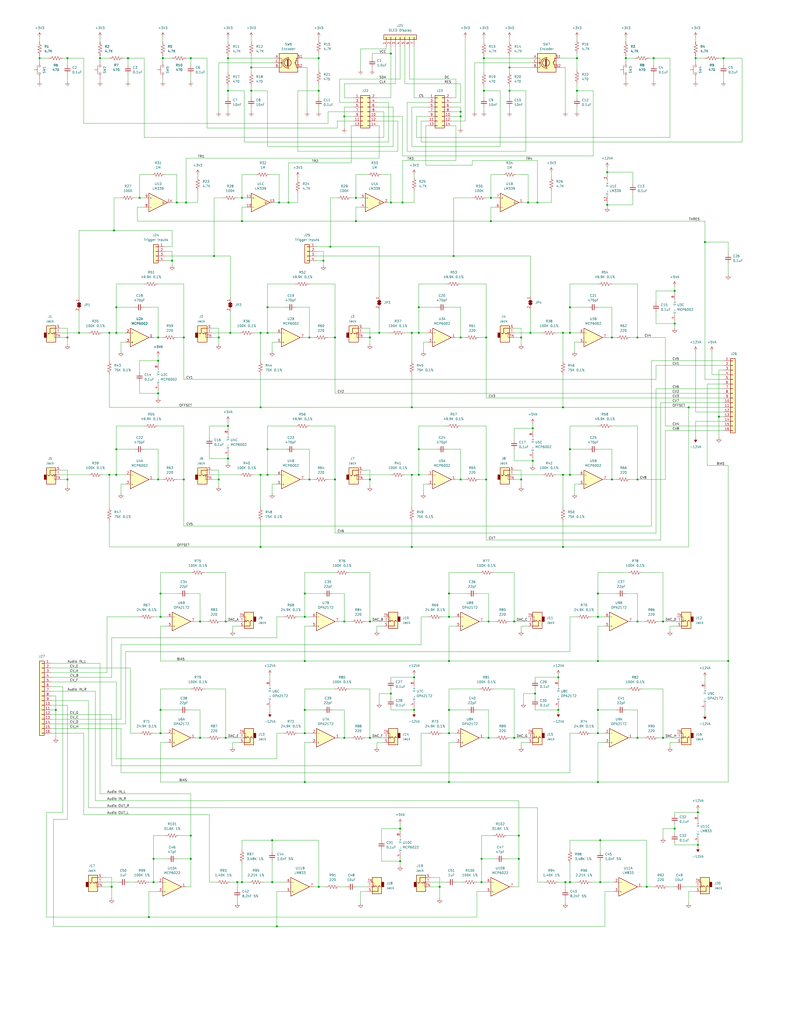
<source format=kicad_sch>
(kicad_sch (version 20250114) (generator "eeschema") (generator_version "9.0")
  (paper "C" portrait)
  (title_block (title "O_C T4.1  Ornament and Crime optimized for Teensy 4.1") (date "July 12, 2024") (rev "rev3") (company "Copyright 2024 Paul Stoffregen, mxmxmx - CC BY-SA 4.0") (comment 1 "copies and derivitive works properly give attribution to mxmxmx.") (comment 2 "in September 2023: \"consider the NC requirement waived\".  Please ensure all") (comment 3 "Commercial usage is allowed.  Explicit permission from mxmxmx was given") (comment 4 "Portions derived from original Ornament and Crime, copyright by mxmxmx."))
  (junction (at 124.46 49.53))
  (junction (at 132.08 120.65))
  (junction (at 218.44 452.12))
  (junction (at 137.16 36.83))
  (junction (at 307.34 259.08))
  (junction (at 392.43 227.33))
  (junction (at 375.92 222.25))
  (junction (at 59.69 259.08))
  (junction (at 262.89 468.63))
  (junction (at 228.6 181.61))
  (junction (at 83.82 468.63))
  (junction (at 129.54 481.33))
  (junction (at 262.89 481.33))
  (junction (at 81.28 500.38))
  (junction (at 132.08 107.95))
  (junction (at 96.52 110.49))
  (junction (at 278.13 36.83))
  (junction (at 30.48 387.35))
  (junction (at 326.39 426.72))
  (junction (at 213.36 29.21))
  (junction (at 264.16 49.53))
  (junction (at 148.59 458.47))
  (junction (at 173.99 31.75))
  (junction (at 326.39 400.05))
  (junction (at 264.16 31.75))
  (junction (at 307.34 222.25))
  (junction (at 119.38 261.62))
  (junction (at 152.4 110.49))
  (junction (at 36.83 184.15))
  (junction (at 347.98 184.15))
  (junction (at 288.29 110.49))
  (junction (at 226.06 369.57))
  (junction (at 368.3 452.12))
  (junction (at 266.7 339.09))
  (junction (at 173.99 483.87))
  (junction (at 21.59 31.75))
  (junction (at 63.5 259.08))
  (junction (at 187.96 402.59))
  (junction (at 224.79 259.08))
  (junction (at 293.37 110.49))
  (junction (at 228.6 167.64))
  (junction (at 166.37 387.35))
  (junction (at 104.14 468.63))
  (junction (at 176.53 142.24))
  (junction (at 311.15 167.64))
  (junction (at 290.83 251.46))
  (junction (at 146.05 181.61))
  (junction (at 54.61 31.75))
  (junction (at 76.2 107.95))
  (junction (at 104.14 31.75))
  (junction (at 125.73 181.61))
  (junction (at 314.96 49.53))
  (junction (at 62.23 125.73))
  (junction (at 86.36 214.63))
  (junction (at 218.44 469.9))
  (junction (at 213.36 378.46))
  (junction (at 283.21 468.63))
  (junction (at 361.95 339.09))
  (junction (at 100.33 184.15))
  (junction (at 109.22 339.09))
  (junction (at 142.24 259.08))
  (junction (at 182.88 184.15))
  (junction (at 307.34 298.45))
  (junction (at 304.8 387.35))
  (junction (at 109.22 402.59))
  (junction (at 247.65 139.7))
  (junction (at 60.96 483.87))
  (junction (at 148.59 481.33))
  (junction (at 308.61 481.33))
  (junction (at 267.97 107.95))
  (junction (at 146.05 167.64))
  (junction (at 194.31 120.65))
  (junction (at 201.93 402.59))
  (junction (at 166.37 360.68))
  (junction (at 289.56 181.61))
  (junction (at 224.79 222.25))
  (junction (at 213.36 110.49))
  (junction (at 87.63 323.85))
  (junction (at 379.73 31.75))
  (junction (at 63.5 245.11))
  (junction (at 124.46 31.75))
  (junction (at 157.48 110.49))
  (junction (at 86.36 184.15))
  (junction (at 245.11 387.35))
  (junction (at 356.87 31.75))
  (junction (at 224.79 181.61))
  (junction (at 327.66 481.33))
  (junction (at 142.24 298.45))
  (junction (at 219.71 110.49))
  (junction (at 146.05 259.08))
  (junction (at 334.01 261.62))
  (junction (at 368.3 158.75))
  (junction (at 124.46 250.19))
  (junction (at 201.93 261.62))
  (junction (at 311.15 259.08))
  (junction (at 87.63 387.35))
  (junction (at 63.5 167.64))
  (junction (at 265.43 184.15))
  (junction (at 397.51 360.68))
  (junction (at 280.67 339.09))
  (junction (at 43.18 181.61))
  (junction (at 63.5 181.61))
  (junction (at 326.39 323.85))
  (junction (at 69.85 31.75))
  (junction (at 123.19 339.09))
  (junction (at 100.33 261.62))
  (junction (at 36.83 261.62))
  (junction (at 201.93 339.09))
  (junction (at 187.96 339.09))
  (junction (at 119.38 184.15))
  (junction (at 251.46 63.5))
  (junction (at 251.46 261.62))
  (junction (at 36.83 31.75))
  (junction (at 304.8 369.57))
  (junction (at 266.7 402.59))
  (junction (at 86.36 261.62))
  (junction (at 187.96 63.5))
  (junction (at 245.11 336.55))
  (junction (at 280.67 402.59))
  (junction (at 290.83 233.68))
  (junction (at 331.47 93.98))
  (junction (at 142.24 222.25))
  (junction (at 166.37 400.05))
  (junction (at 166.37 426.72))
  (junction (at 267.97 120.65))
  (junction (at 361.95 402.59))
  (junction (at 278.13 49.53))
  (junction (at 83.82 481.33))
  (junction (at 311.15 181.61))
  (junction (at 331.47 111.76))
  (junction (at 168.91 184.15))
  (junction (at 314.96 31.75))
  (junction (at 347.98 261.62))
  (junction (at 347.98 339.09))
  (junction (at 251.46 60.96))
  (junction (at 124.46 232.41))
  (junction (at 326.39 387.35))
  (junction (at 347.98 402.59))
  (junction (at 394.97 31.75))
  (junction (at 173.99 49.53))
  (junction (at 87.63 400.05))
  (junction (at 240.03 483.87))
  (junction (at 334.01 184.15))
  (junction (at 353.06 483.87))
  (junction (at 137.16 49.53))
  (junction (at 326.39 336.55))
  (junction (at 194.31 107.95))
  (junction (at 151.13 505.46))
  (junction (at 228.6 245.11))
  (junction (at 87.63 336.55))
  (junction (at 245.11 400.05))
  (junction (at 284.48 261.62))
  (junction (at 245.11 323.85))
  (junction (at 226.06 387.35))
  (junction (at 284.48 184.15))
  (junction (at 228.6 259.08))
  (junction (at 180.34 134.62))
  (junction (at 142.24 181.61))
  (junction (at 307.34 181.61))
  (junction (at 326.39 360.68))
  (junction (at 311.15 481.33))
  (junction (at 93.98 142.24))
  (junction (at 368.3 176.53))
  (junction (at 86.36 196.85))
  (junction (at 168.91 261.62))
  (junction (at 116.84 139.7))
  (junction (at 123.19 402.59))
  (junction (at 311.15 245.11))
  (junction (at 88.9 31.75))
  (junction (at 59.69 181.61))
  (junction (at 381 461.01))
  (junction (at 283.21 455.93))
  (junction (at 327.66 458.47))
  (junction (at 381 443.23))
  (junction (at 265.43 261.62))
  (junction (at 245.11 360.68))
  (junction (at 224.79 298.45))
  (junction (at 132.08 481.33))
  (junction (at 384.81 132.08))
  (junction (at 101.6 110.49))
  (junction (at 245.11 426.72))
  (junction (at 104.14 455.93))
  (junction (at 251.46 184.15))
  (junction (at 182.88 261.62))
  (junction (at 341.63 31.75))
  (junction (at 166.37 336.55))
  (junction (at 166.37 323.85))
  (junction (at 146.05 245.11))
  (junction (at 292.1 378.46))
  (junction (at 207.01 181.61))
  (junction (at 201.93 184.15))
  (wire (pts (xy 379.73 20.32) (xy 379.73 22.86)))
  (wire (pts (xy 261.62 312.42) (xy 245.11 312.42)))
  (wire (pts (xy 27.94 397.51) (xy 66.04 397.51)))
  (wire (pts (xy 341.63 31.75) (xy 346.71 31.75)))
  (wire (pts (xy 198.12 181.61) (xy 207.01 181.61)))
  (wire (pts (xy 226.06 368.3) (xy 226.06 369.57)))
  (wire (pts (xy 247.65 107.95) (xy 257.81 107.95)))
  (wire (pts (xy 300.99 93.98) (xy 300.99 96.52)))
  (wire (pts (xy 184.15 66.04) (xy 184.15 69.85)))
  (wire (pts (xy 132.08 463.55) (xy 132.08 458.47)))
  (wire (pts (xy 86.36 167.64) (xy 86.36 184.15)))
  (wire (pts (xy 246.38 58.42) (xy 251.46 58.42)))
  (wire (pts (xy 162.56 110.49) (xy 157.48 110.49)))
  (wire (pts (xy 307.34 181.61) (xy 311.15 181.61)))
  (wire (pts (xy 368.3 452.12) (xy 368.3 454.66)))
  (wire (pts (xy 379.73 224.79) (xy 379.73 191.77)))
  (wire (pts (xy 248.92 53.34) (xy 248.92 43.18)))
  (wire (pts (xy 93.98 142.24) (xy 93.98 144.78)))
  (wire (pts (xy 181.61 387.35) (xy 187.96 387.35)))
  (wire (pts (xy 52.07 436.88) (xy 283.21 436.88)))
  (wire (pts (xy 93.98 125.73) (xy 93.98 134.62)))
  (wire (pts (xy 219.71 110.49) (xy 213.36 110.49)))
  (wire (pts (xy 148.59 464.82) (xy 148.59 458.47)))
  (wire (pts (xy 229.87 77.47) (xy 405.13 77.47)))
  (wire (pts (xy 190.5 375.92) (xy 201.93 375.92)))
  (wire (pts (xy 87.63 341.63) (xy 87.63 360.68)))
  (wire (pts (xy 326.39 375.92) (xy 326.39 387.35)))
  (wire (pts (xy 63.5 232.41) (xy 63.5 245.11)))
  (wire (pts (xy 311.15 400.05) (xy 311.15 421.64)))
  (wire (pts (xy 326.39 387.35) (xy 326.39 400.05)))
  (wire (pts (xy 133.35 49.53) (xy 124.46 49.53)))
  (wire (pts (xy 179.07 67.31) (xy 45.72 67.31)))
  (wire (pts (xy 345.44 105.41) (xy 345.44 111.76)))
  (wire (pts (xy 246.38 66.04) (xy 254 66.04)))
  (wire (pts (xy 137.16 36.83) (xy 137.16 39.37)))
  (wire (pts (xy 179.07 184.15) (xy 182.88 184.15)))
  (wire (pts (xy 100.33 232.41) (xy 86.36 232.41)))
  (wire (pts (xy 361.95 452.12) (xy 361.95 457.2)))
  (wire (pts (xy 36.83 447.04) (xy 29.21 447.04)))
  (wire (pts (xy 182.88 312.42) (xy 166.37 312.42)))
  (wire (pts (xy 292.1 387.35) (xy 304.8 387.35)))
  (wire (pts (xy 394.97 199.39) (xy 358.14 199.39)))
  (wire (pts (xy 33.02 181.61) (xy 43.18 181.61)))
  (wire (pts (xy 120.65 402.59) (xy 123.19 402.59)))
  (wire (pts (xy 114.3 481.33) (xy 118.11 481.33)))
  (wire (pts (xy 205.74 58.42) (xy 214.63 58.42)))
  (wire (pts (xy 321.31 167.64) (xy 311.15 167.64)))
  (wire (pts (xy 152.4 95.25) (xy 152.4 110.49)))
  (wire (pts (xy 251.46 45.72) (xy 220.98 45.72)))
  (wire (pts (xy 101.6 86.36) (xy 207.01 86.36)))
  (wire (pts (xy 157.48 88.9) (xy 157.48 110.49)))
  (wire (pts (xy 68.58 264.16) (xy 66.04 264.16)))
  (wire (pts (xy 162.56 49.53) (xy 173.99 49.53)))
  (wire (pts (xy 220.98 259.08) (xy 224.79 259.08)))
  (wire (pts (xy 384.81 387.35) (xy 384.81 389.89)))
  (wire (pts (xy 314.96 336.55) (xy 311.15 336.55)))
  (wire (pts (xy 314.96 45.72) (xy 314.96 49.53)))
  (wire (pts (xy 172.72 134.62) (xy 180.34 134.62)))
  (wire (pts (xy 146.05 232.41) (xy 146.05 245.11)))
  (wire (pts (xy 27.94 389.89) (xy 60.96 389.89)))
  (wire (pts (xy 114.3 232.41) (xy 124.46 232.41)))
  (wire (pts (xy 27.94 382.27) (xy 48.26 382.27)))
  (wire (pts (xy 341.63 323.85) (xy 347.98 323.85)))
  (wire (pts (xy 375.92 298.45) (xy 307.34 298.45)))
  (wire (pts (xy 138.43 259.08) (xy 142.24 259.08)))
  (wire (pts (xy 280.67 312.42) (xy 280.67 339.09)))
  (wire (pts (xy 345.44 93.98) (xy 331.47 93.98)))
  (wire (pts (xy 358.14 290.83) (xy 182.88 290.83)))
  (wire (pts (xy 255.27 323.85) (xy 245.11 323.85)))
  (wire (pts (xy 218.44 449.58) (xy 218.44 452.12)))
  (wire (pts (xy 336.55 323.85) (xy 326.39 323.85)))
  (wire (pts (xy 182.88 214.63) (xy 182.88 184.15)))
  (wire (pts (xy 226.06 387.35) (xy 226.06 388.62)))
  (wire (pts (xy 45.72 67.31) (xy 45.72 31.75)))
  (wire (pts (xy 388.62 204.47) (xy 394.97 204.47)))
  (wire (pts (xy 59.69 298.45) (xy 142.24 298.45)))
  (wire (pts (xy 326.39 405.13) (xy 330.2 405.13)))
  (wire (pts (xy 36.83 184.15) (xy 36.83 187.96)))
  (wire (pts (xy 58.42 336.55) (xy 58.42 367.03)))
  (wire (pts (xy 232.41 90.17) (xy 257.81 90.17)))
  (wire (pts (xy 345.44 111.76) (xy 331.47 111.76)))
  (wire (pts (xy 88.9 31.75) (xy 88.9 30.48)))
  (wire (pts (xy 63.5 154.94) (xy 63.5 167.64)))
  (wire (pts (xy 201.93 312.42) (xy 201.93 339.09)))
  (wire (pts (xy 165.1 31.75) (xy 173.99 31.75)))
  (wire (pts (xy 213.36 378.46) (xy 213.36 381)))
  (wire (pts (xy 151.13 347.98) (xy 60.96 347.98)))
  (wire (pts (xy 266.7 387.35) (xy 266.7 402.59)))
  (wire (pts (xy 179.07 261.62) (xy 182.88 261.62)))
  (wire (pts (xy 289.56 181.61) (xy 295.91 181.61)))
  (wire (pts (xy 104.14 40.64) (xy 104.14 44.45)))
  (wire (pts (xy 27.94 364.49) (xy 71.12 364.49)))
  (wire (pts (xy 248.92 68.58) (xy 248.92 87.63)))
  (wire (pts (xy 280.67 375.92) (xy 280.67 402.59)))
  (wire (pts (xy 334.01 184.15) (xy 336.55 184.15)))
  (wire (pts (xy 274.32 95.25) (xy 267.97 95.25)))
  (wire (pts (xy 66.04 107.95) (xy 62.23 107.95)))
  (wire (pts (xy 290.83 251.46) (xy 290.83 254)))
  (wire (pts (xy 218.44 452.12) (xy 218.44 453.39)))
  (wire (pts (xy 264.16 20.32) (xy 264.16 22.86)))
  (wire (pts (xy 176.53 137.16) (xy 176.53 142.24)))
  (wire (pts (xy 379.73 44.45) (xy 379.73 43.18)))
  (wire (pts (xy 124.46 31.75) (xy 124.46 39.37)))
  (wire (pts (xy 30.48 379.73) (xy 30.48 387.35)))
  (wire (pts (xy 143.51 481.33) (xy 148.59 481.33)))
  (wire (pts (xy 224.79 204.47) (xy 224.79 222.25)))
  (wire (pts (xy 161.29 154.94) (xy 146.05 154.94)))
  (wire (pts (xy 347.98 154.94) (xy 334.01 154.94)))
  (wire (pts (xy 394.97 234.95) (xy 363.22 234.95)))
  (wire (pts (xy 54.61 20.32) (xy 54.61 22.86)))
  (wire (pts (xy 100.33 287.02) (xy 100.33 261.62)))
  (wire (pts (xy 111.76 312.42) (xy 123.19 312.42)))
  (wire (pts (xy 132.08 107.95) (xy 134.62 107.95)))
  (wire (pts (xy 173.99 49.53) (xy 173.99 53.34)))
  (wire (pts (xy 130.81 341.63) (xy 127 341.63)))
  (wire (pts (xy 201.93 179.07) (xy 201.93 184.15)))
  (wire (pts (xy 68.58 355.6) (xy 68.58 394.97)))
  (wire (pts (xy 394.97 209.55) (xy 386.08 209.55)))
  (wire (pts (xy 101.6 483.87) (xy 104.14 483.87)))
  (wire (pts (xy 233.68 400.05) (xy 229.87 400.05)))
  (wire (pts (xy 162.56 336.55) (xy 166.37 336.55)))
  (wire (pts (xy 148.59 458.47) (xy 173.99 458.47)))
  (wire (pts (xy 114.3 444.5) (xy 114.3 481.33)))
  (wire (pts (xy 228.6 154.94) (xy 228.6 167.64)))
  (wire (pts (xy 260.35 323.85) (xy 266.7 323.85)))
  (wire (pts (xy 86.36 213.36) (xy 86.36 214.63)))
  (wire (pts (xy 264.16 46.99) (xy 264.16 49.53)))
  (wire (pts (xy 313.69 186.69) (xy 313.69 191.77)))
  (wire (pts (xy 331.47 111.76) (xy 331.47 113.03)))
  (wire (pts (xy 142.24 204.47) (xy 142.24 222.25)))
  (wire (pts (xy 240.03 483.87) (xy 240.03 490.22)))
  (wire (pts (xy 226.06 110.49) (xy 219.71 110.49)))
  (wire (pts (xy 394.97 222.25) (xy 375.92 222.25)))
  (wire (pts (xy 210.82 26.67) (xy 196.85 26.67)))
  (wire (pts (xy 100.33 184.15) (xy 100.33 154.94)))
  (wire (pts (xy 83.82 400.05) (xy 87.63 400.05)))
  (wire (pts (xy 93.98 110.49) (xy 96.52 110.49)))
  (wire (pts (xy 161.29 232.41) (xy 146.05 232.41)))
  (wire (pts (xy 226.06 53.34) (xy 233.68 53.34)))
  (wire (pts (xy 63.5 167.64) (xy 63.5 181.61)))
  (wire (pts (xy 162.56 400.05) (xy 166.37 400.05)))
  (wire (pts (xy 397.51 132.08) (xy 384.81 132.08)))
  (wire (pts (xy 83.82 468.63) (xy 91.44 468.63)))
  (wire (pts (xy 345.44 339.09) (xy 347.98 339.09)))
  (wire (pts (xy 88.9 20.32) (xy 88.9 22.86)))
  (wire (pts (xy 198.12 256.54) (xy 201.93 256.54)))
  (wire (pts (xy 384.81 369.57) (xy 384.81 372.11)))
  (wire (pts (xy 154.94 336.55) (xy 151.13 336.55)))
  (wire (pts (xy 166.37 405.13) (xy 166.37 426.72)))
  (wire (pts (xy 184.15 69.85) (xy 113.03 69.85)))
  (wire (pts (xy 113.03 31.75) (xy 104.14 31.75)))
  (wire (pts (xy 86.36 214.63) (xy 86.36 217.17)))
  (wire (pts (xy 66.04 421.64) (xy 311.15 421.64)))
  (wire (pts (xy 106.68 339.09) (xy 109.22 339.09)))
  (wire (pts (xy 96.52 184.15) (xy 100.33 184.15)))
  (wire (pts (xy 219.71 63.5) (xy 219.71 85.09)))
  (wire (pts (xy 273.05 49.53) (xy 264.16 49.53)))
  (wire (pts (xy 166.37 336.55) (xy 170.18 336.55)))
  (wire (pts (xy 392.43 31.75) (xy 394.97 31.75)))
  (wire (pts (xy 290.83 34.29) (xy 259.08 34.29)))
  (wire (pts (xy 34.29 443.23) (xy 25.4 443.23)))
  (wire (pts (xy 293.37 110.49) (xy 288.29 110.49)))
  (wire (pts (xy 124.46 248.92) (xy 124.46 250.19)))
  (wire (pts (xy 96.52 95.25) (xy 90.17 95.25)))
  (wire (pts (xy 114.3 243.84) (xy 114.3 250.19)))
  (wire (pts (xy 60.96 483.87) (xy 60.96 490.22)))
  (wire (pts (xy 375.92 222.25) (xy 375.92 298.45)))
  (wire (pts (xy 71.12 400.05) (xy 71.12 364.49)))
  (wire (pts (xy 360.68 219.71) (xy 360.68 294.64)))
  (wire (pts (xy 266.7 323.85) (xy 266.7 339.09)))
  (wire (pts (xy 74.93 120.65) (xy 132.08 120.65)))
  (wire (pts (xy 69.85 31.75) (xy 69.85 35.56)))
  (wire (pts (xy 331.47 93.98) (xy 331.47 95.25)))
  (wire (pts (xy 27.94 379.73) (xy 30.48 379.73)))
  (wire (pts (xy 129.54 107.95) (xy 132.08 107.95)))
  (wire (pts (xy 76.2 203.2) (xy 76.2 196.85)))
  (wire (pts (xy 213.36 370.84) (xy 213.36 369.57)))
  (wire (pts (xy 243.84 232.41) (xy 228.6 232.41)))
  (wire (pts (xy 146.05 245.11) (xy 146.05 259.08)))
  (wire (pts (xy 248.92 184.15) (xy 251.46 184.15)))
  (wire (pts (xy 102.87 323.85) (xy 109.22 323.85)))
  (wire (pts (xy 137.16 58.42) (xy 137.16 60.96)))
  (wire (pts (xy 198.12 184.15) (xy 201.93 184.15)))
  (wire (pts (xy 208.28 452.12) (xy 218.44 452.12)))
  (wire (pts (xy 307.34 181.61) (xy 307.34 196.85)))
  (wire (pts (xy 205.74 405.13) (xy 205.74 407.67)))
  (wire (pts (xy 233.68 55.88) (xy 222.25 55.88)))
  (wire (pts (xy 104.14 31.75) (xy 101.6 31.75)))
  (wire (pts (xy 303.53 181.61) (xy 307.34 181.61)))
  (wire (pts (xy 187.96 387.35) (xy 187.96 402.59)))
  (wire (pts (xy 208.28 458.47) (xy 208.28 452.12)))
  (wire (pts (xy 347.98 184.15) (xy 347.98 154.94)))
  (wire (pts (xy 134.62 113.03) (xy 132.08 113.03)))
  (wire (pts (xy 231.14 264.16) (xy 231.14 269.24)))
  (wire (pts (xy 125.73 481.33) (xy 129.54 481.33)))
  (wire (pts (xy 187.96 58.42) (xy 187.96 63.5)))
  (wire (pts (xy 60.96 347.98) (xy 60.96 369.57)))
  (wire (pts (xy 191.77 107.95) (xy 194.31 107.95)))
  (wire (pts (xy 247.65 139.7) (xy 289.56 139.7)))
  (wire (pts (xy 269.24 312.42) (xy 280.67 312.42)))
  (wire (pts (xy 308.61 481.33) (xy 311.15 481.33)))
  (wire (pts (xy 248.92 87.63) (xy 219.71 87.63)))
  (wire (pts (xy 69.85 40.64) (xy 69.85 44.45)))
  (wire (pts (xy 229.87 336.55) (xy 229.87 351.79)))
  (wire (pts (xy 166.37 426.72) (xy 245.11 426.72)))
  (wire (pts (xy 290.83 250.19) (xy 290.83 251.46)))
  (wire (pts (xy 142.24 284.48) (xy 142.24 298.45)))
  (wire (pts (xy 219.71 85.09) (xy 323.85 85.09)))
  (wire (pts (xy 233.68 186.69) (xy 231.14 186.69)))
  (wire (pts (xy 36.83 31.75) (xy 36.83 35.56)))
  (wire (pts (xy 326.39 360.68) (xy 397.51 360.68)))
  (wire (pts (xy 267.97 113.03) (xy 270.51 113.03)))
  (wire (pts (xy 129.54 490.22) (xy 129.54 492.76)))
  (wire (pts (xy 45.72 444.5) (xy 114.3 444.5)))
  (wire (pts (xy 314.96 49.53) (xy 314.96 53.34)))
  (wire (pts (xy 151.13 400.05) (xy 151.13 414.02)))
  (wire (pts (xy 205.74 55.88) (xy 212.09 55.88)))
  (wire (pts (xy 185.42 402.59) (xy 187.96 402.59)))
  (wire (pts (xy 358.14 207.01) (xy 100.33 207.01)))
  (wire (pts (xy 226.06 95.25) (xy 226.06 96.52)))
  (wire (pts (xy 218.44 43.18) (xy 185.42 43.18)))
  (wire (pts (xy 307.34 204.47) (xy 307.34 222.25)))
  (wire (pts (xy 353.06 483.87) (xy 356.87 483.87)))
  (wire (pts (xy 86.36 196.85) (xy 86.36 198.12)))
  (wire (pts (xy 397.51 254) (xy 397.51 360.68)))
  (wire (pts (xy 63.5 245.11) (xy 63.5 259.08)))
  (wire (pts (xy 278.13 49.53) (xy 278.13 53.34)))
  (wire (pts (xy 115.57 184.15) (xy 119.38 184.15)))
  (wire (pts (xy 311.15 336.55) (xy 311.15 355.6)))
  (wire (pts (xy 266.7 402.59) (xy 270.51 402.59)))
  (wire (pts (xy 360.68 294.64) (xy 265.43 294.64)))
  (wire (pts (xy 96.52 110.49) (xy 96.52 95.25)))
  (wire (pts (xy 326.39 312.42) (xy 326.39 323.85)))
  (wire (pts (xy 341.63 44.45) (xy 341.63 43.18)))
  (wire (pts (xy 201.93 339.09) (xy 209.55 339.09)))
  (wire (pts (xy 290.83 231.14) (xy 290.83 233.68)))
  (wire (pts (xy 334.01 167.64) (xy 334.01 184.15)))
  (wire (pts (xy 97.79 387.35) (xy 87.63 387.35)))
  (wire (pts (xy 284.48 179.07) (xy 284.48 184.15)))
  (wire (pts (xy 281.94 95.25) (xy 288.29 95.25)))
  (wire (pts (xy 384.81 120.65) (xy 267.97 120.65)))
  (wire (pts (xy 34.29 31.75) (xy 36.83 31.75)))
  (wire (pts (xy 233.68 58.42) (xy 224.79 58.42)))
  (wire (pts (xy 86.36 261.62) (xy 88.9 261.62)))
  (wire (pts (xy 148.59 469.9) (xy 148.59 481.33)))
  (wire (pts (xy 36.83 40.64) (xy 36.83 44.45)))
  (wire (pts (xy 146.05 154.94) (xy 146.05 167.64)))
  (wire (pts (xy 55.88 181.61) (xy 59.69 181.61)))
  (wire (pts (xy 190.5 312.42) (xy 201.93 312.42)))
  (wire (pts (xy 345.44 100.33) (xy 345.44 93.98)))
  (wire (pts (xy 213.36 110.49) (xy 212.09 110.49)))
  (wire (pts (xy 303.53 259.08) (xy 307.34 259.08)))
  (wire (pts (xy 392.43 201.93) (xy 392.43 227.33)))
  (wire (pts (xy 27.94 387.35) (xy 30.48 387.35)))
  (wire (pts (xy 314.96 29.21) (xy 314.96 31.75)))
  (wire (pts (xy 228.6 245.11) (xy 228.6 259.08)))
  (wire (pts (xy 114.3 238.76) (xy 114.3 232.41)))
  (wire (pts (xy 55.88 483.87) (xy 60.96 483.87)))
  (wire (pts (xy 173.99 29.21) (xy 173.99 31.75)))
  (wire (pts (xy 248.92 481.33) (xy 252.73 481.33)))
  (wire (pts (xy 233.68 63.5) (xy 227.33 63.5)))
  (wire (pts (xy 331.47 184.15) (xy 334.01 184.15)))
  (wire (pts (xy 311.15 259.08) (xy 316.23 259.08)))
  (wire (pts (xy 180.34 107.95) (xy 180.34 134.62)))
  (wire (pts (xy 365.76 405.13) (xy 365.76 407.67)))
  (wire (pts (xy 350.52 312.42) (xy 361.95 312.42)))
  (wire (pts (xy 240.03 478.79) (xy 240.03 483.87)))
  (wire (pts (xy 361.95 375.92) (xy 361.95 402.59)))
  (wire (pts (xy 137.16 20.32) (xy 137.16 22.86)))
  (wire (pts (xy 361.95 452.12) (xy 368.3 452.12)))
  (wire (pts (xy 173.99 45.72) (xy 173.99 49.53)))
  (wire (pts (xy 285.75 378.46) (xy 292.1 378.46)))
  (wire (pts (xy 69.85 31.75) (xy 67.31 31.75)))
  (wire (pts (xy 394.97 40.64) (xy 394.97 44.45)))
  (wire (pts (xy 375.92 222.25) (xy 307.34 222.25)))
  (wire (pts (xy 233.68 66.04) (xy 229.87 66.04)))
  (wire (pts (xy 146.05 167.64) (xy 146.05 181.61)))
  (wire (pts (xy 176.53 323.85) (xy 166.37 323.85)))
  (wire (pts (xy 284.48 256.54) (xy 284.48 261.62)))
  (wire (pts (xy 83.82 468.63) (xy 83.82 481.33)))
  (wire (pts (xy 132.08 120.65) (xy 194.31 120.65)))
  (wire (pts (xy 327.66 464.82) (xy 327.66 458.47)))
  (wire (pts (xy 287.02 49.53) (xy 278.13 49.53)))
  (wire (pts (xy 278.13 30.48) (xy 278.13 36.83)))
  (wire (pts (xy 243.84 167.64) (xy 251.46 167.64)))
  (wire (pts (xy 104.14 455.93) (xy 104.14 468.63)))
  (wire (pts (xy 36.83 261.62) (xy 36.83 265.43)))
  (wire (pts (xy 54.61 433.07) (xy 104.14 433.07)))
  (wire (pts (xy 182.88 184.15) (xy 182.88 154.94)))
  (wire (pts (xy 124.46 49.53) (xy 124.46 53.34)))
  (wire (pts (xy 254 20.32) (xy 254 66.04)))
  (wire (pts (xy 269.24 455.93) (xy 262.89 455.93)))
  (wire (pts (xy 224.79 259.08) (xy 224.79 276.86)))
  (wire (pts (xy 358.14 165.1) (xy 358.14 158.75)))
  (wire (pts (xy 93.98 137.16) (xy 93.98 142.24)))
  (wire (pts (xy 86.36 486.41) (xy 81.28 486.41)))
  (wire (pts (xy 132.08 458.47) (xy 148.59 458.47)))
  (wire (pts (xy 161.29 167.64) (xy 168.91 167.64)))
  (wire (pts (xy 394.97 207.01) (xy 384.81 207.01)))
  (wire (pts (xy 73.66 245.11) (xy 63.5 245.11)))
  (wire (pts (xy 201.93 184.15) (xy 201.93 187.96)))
  (wire (pts (xy 91.44 341.63) (xy 87.63 341.63)))
  (wire (pts (xy 76.2 196.85) (xy 86.36 196.85)))
  (wire (pts (xy 132.08 95.25) (xy 132.08 107.95)))
  (wire (pts (xy 114.3 250.19) (xy 124.46 250.19)))
  (wire (pts (xy 215.9 45.72) (xy 187.96 45.72)))
  (wire (pts (xy 25.4 500.38) (xy 81.28 500.38)))
  (wire (pts (xy 326.39 426.72) (xy 326.39 405.13)))
  (wire (pts (xy 59.69 222.25) (xy 142.24 222.25)))
  (wire (pts (xy 386.08 254) (xy 397.51 254)))
  (wire (pts (xy 63.5 372.11) (xy 27.94 372.11)))
  (wire (pts (xy 364.49 483.87) (xy 368.3 483.87)))
  (wire (pts (xy 66.04 186.69) (xy 66.04 191.77)))
  (wire (pts (xy 224.79 284.48) (xy 224.79 298.45)))
  (wire (pts (xy 167.64 36.83) (xy 167.64 60.96)))
  (wire (pts (xy 280.67 233.68) (xy 290.83 233.68)))
  (wire (pts (xy 124.46 232.41) (xy 124.46 233.68)))
  (wire (pts (xy 292.1 378.46) (xy 292.1 381)))
  (wire (pts (xy 369.57 405.13) (xy 365.76 405.13)))
  (wire (pts (xy 196.85 26.67) (xy 196.85 38.1)))
  (wire (pts (xy 90.17 142.24) (xy 93.98 142.24)))
  (wire (pts (xy 265.43 232.41) (xy 251.46 232.41)))
  (wire (pts (xy 251.46 167.64) (xy 251.46 184.15)))
  (wire (pts (xy 199.39 339.09) (xy 201.93 339.09)))
  (wire (pts (xy 142.24 259.08) (xy 142.24 276.86)))
  (wire (pts (xy 356.87 31.75) (xy 356.87 35.56)))
  (wire (pts (xy 313.69 264.16) (xy 313.69 269.24)))
  (wire (pts (xy 132.08 471.17) (xy 132.08 481.33)))
  (wire (pts (xy 394.97 232.41) (xy 363.22 232.41)))
  (wire (pts (xy 292.1 369.57) (xy 304.8 369.57)))
  (wire (pts (xy 100.33 207.01) (xy 100.33 184.15)))
  (wire (pts (xy 207.01 86.36) (xy 207.01 68.58)))
  (wire (pts (xy 115.57 181.61) (xy 125.73 181.61)))
  (wire (pts (xy 238.76 167.64) (xy 228.6 167.64)))
  (wire (pts (xy 66.04 264.16) (xy 66.04 269.24)))
  (wire (pts (xy 115.57 261.62) (xy 119.38 261.62)))
  (wire (pts (xy 147.32 95.25) (xy 152.4 95.25)))
  (wire (pts (xy 304.8 369.57) (xy 304.8 370.84)))
  (wire (pts (xy 218.44 469.9) (xy 218.44 472.44)))
  (wire (pts (xy 194.31 483.87) (xy 200.66 483.87)))
  (wire (pts (xy 223.52 43.18) (xy 223.52 25.4)))
  (wire (pts (xy 88.9 31.75) (xy 88.9 33.02)))
  (wire (pts (xy 90.17 139.7) (xy 116.84 139.7)))
  (wire (pts (xy 217.17 66.04) (xy 217.17 82.55)))
  (wire (pts (xy 29.21 505.46) (xy 151.13 505.46)))
  (wire (pts (xy 137.16 49.53) (xy 137.16 53.34)))
  (wire (pts (xy 246.38 68.58) (xy 248.92 68.58)))
  (wire (pts (xy 326.39 323.85) (xy 326.39 336.55)))
  (wire (pts (xy 213.36 369.57) (xy 226.06 369.57)))
  (wire (pts (xy 311.15 463.55) (xy 311.15 458.47)))
  (wire (pts (xy 81.28 486.41) (xy 81.28 500.38)))
  (wire (pts (xy 182.88 261.62) (xy 182.88 232.41)))
  (wire (pts (xy 361.95 312.42) (xy 361.95 339.09)))
  (wire (pts (xy 101.6 86.36) (xy 101.6 110.49)))
  (wire (pts (xy 151.13 336.55) (xy 151.13 347.98)))
  (wire (pts (xy 251.46 184.15) (xy 254 184.15)))
  (wire (pts (xy 335.28 486.41) (xy 330.2 486.41)))
  (wire (pts (xy 269.24 375.92) (xy 280.67 375.92)))
  (wire (pts (xy 45.72 400.05) (xy 45.72 444.5)))
  (wire (pts (xy 334.01 245.11) (xy 334.01 261.62)))
  (wire (pts (xy 54.61 31.75) (xy 54.61 33.02)))
  (wire (pts (xy 33.02 256.54) (xy 36.83 256.54)))
  (wire (pts (xy 147.32 368.3) (xy 147.32 370.84)))
  (wire (pts (xy 290.83 233.68) (xy 290.83 234.95)))
  (wire (pts (xy 59.69 181.61) (xy 63.5 181.61)))
  (wire (pts (xy 213.36 29.21) (xy 213.36 53.34)))
  (wire (pts (xy 267.97 120.65) (xy 267.97 113.03)))
  (wire (pts (xy 285.75 378.46) (xy 285.75 383.54)))
  (wire (pts (xy 100.33 154.94) (xy 86.36 154.94)))
  (wire (pts (xy 58.42 367.03) (xy 27.94 367.03)))
  (wire (pts (xy 220.98 45.72) (xy 220.98 25.4)))
  (wire (pts (xy 278.13 36.83) (xy 278.13 39.37)))
  (wire (pts (xy 229.87 400.05) (xy 229.87 417.83)))
  (wire (pts (xy 78.74 232.41) (xy 63.5 232.41)))
  (wire (pts (xy 304.8 387.35) (xy 304.8 388.62)))
  (wire (pts (xy 331.47 261.62) (xy 334.01 261.62)))
  (wire (pts (xy 166.37 312.42) (xy 166.37 323.85)))
  (wire (pts (xy 264.16 30.48) (xy 264.16 31.75)))
  (wire (pts (xy 97.79 455.93) (xy 104.14 455.93)))
  (wire (pts (xy 25.4 443.23) (xy 25.4 500.38)))
  (wire (pts (xy 229.87 351.79) (xy 66.04 351.79)))
  (wire (pts (xy 365.76 341.63) (xy 365.76 344.17)))
  (wire (pts (xy 218.44 25.4) (xy 218.44 43.18)))
  (wire (pts (xy 311.15 471.17) (xy 311.15 481.33)))
  (wire (pts (xy 104.14 312.42) (xy 87.63 312.42)))
  (wire (pts (xy 194.31 113.03) (xy 194.31 120.65)))
  (wire (pts (xy 227.33 74.93) (xy 365.76 74.93)))
  (wire (pts (xy 187.96 402.59) (xy 191.77 402.59)))
  (wire (pts (xy 280.67 179.07) (xy 284.48 179.07)))
  (wire (pts (xy 293.37 87.63) (xy 257.81 87.63)))
  (wire (pts (xy 323.85 85.09) (xy 323.85 49.53)))
  (wire (pts (xy 218.44 468.63) (xy 218.44 469.9)))
  (wire (pts (xy 288.29 110.49) (xy 285.75 110.49)))
  (wire (pts (xy 82.55 95.25) (xy 76.2 95.25)))
  (wire (pts (xy 100.33 261.62) (xy 100.33 232.41)))
  (wire (pts (xy 228.6 181.61) (xy 233.68 181.61)))
  (wire (pts (xy 264.16 49.53) (xy 264.16 53.34)))
  (wire (pts (xy 336.55 387.35) (xy 326.39 387.35)))
  (wire (pts (xy 222.25 82.55) (xy 287.02 82.55)))
  (wire (pts (xy 73.66 107.95) (xy 76.2 107.95)))
  (wire (pts (xy 314.96 400.05) (xy 311.15 400.05)))
  (wire (pts (xy 127 405.13) (xy 127 407.67)))
  (wire (pts (xy 353.06 458.47) (xy 353.06 483.87)))
  (wire (pts (xy 388.62 191.77) (xy 388.62 204.47)))
  (wire (pts (xy 207.01 68.58) (xy 205.74 68.58)))
  (wire (pts (xy 54.61 31.75) (xy 54.61 30.48)))
  (wire (pts (xy 341.63 31.75) (xy 341.63 33.02)))
  (wire (pts (xy 76.2 107.95) (xy 78.74 107.95)))
  (wire (pts (xy 115.57 179.07) (xy 119.38 179.07)))
  (wire (pts (xy 304.8 481.33) (xy 308.61 481.33)))
  (wire (pts (xy 392.43 227.33) (xy 392.43 238.76)))
  (wire (pts (xy 115.57 256.54) (xy 119.38 256.54)))
  (wire (pts (xy 264.16 339.09) (xy 266.7 339.09)))
  (wire (pts (xy 125.73 162.56) (xy 125.73 139.7)))
  (wire (pts (xy 322.58 481.33) (xy 327.66 481.33)))
  (wire (pts (xy 226.06 386.08) (xy 226.06 387.35)))
  (wire (pts (xy 368.3 176.53) (xy 368.3 179.07)))
  (wire (pts (xy 170.18 341.63) (xy 166.37 341.63)))
  (wire (pts (xy 394.97 224.79) (xy 379.73 224.79)))
  (wire (pts (xy 27.94 400.05) (xy 45.72 400.05)))
  (wire (pts (xy 166.37 387.35) (xy 166.37 400.05)))
  (wire (pts (xy 213.36 25.4) (xy 213.36 29.21)))
  (wire (pts (xy 83.82 184.15) (xy 86.36 184.15)))
  (wire (pts (xy 86.36 184.15) (xy 88.9 184.15)))
  (wire (pts (xy 193.04 66.04) (xy 184.15 66.04)))
  (wire (pts (xy 129.54 481.33) (xy 129.54 485.14)))
  (wire (pts (xy 308.61 490.22) (xy 308.61 492.76)))
  (wire (pts (xy 96.52 468.63) (xy 104.14 468.63)))
  (wire (pts (xy 148.59 186.69) (xy 148.59 191.77)))
  (wire (pts (xy 245.11 405.13) (xy 245.11 426.72)))
  (wire (pts (xy 176.53 387.35) (xy 166.37 387.35)))
  (wire (pts (xy 166.37 184.15) (xy 168.91 184.15)))
  (wire (pts (xy 394.97 201.93) (xy 392.43 201.93)))
  (wire (pts (xy 344.17 261.62) (xy 347.98 261.62)))
  (wire (pts (xy 363.22 232.41) (xy 363.22 184.15)))
  (wire (pts (xy 201.93 256.54) (xy 201.93 261.62)))
  (wire (pts (xy 124.46 31.75) (xy 149.86 31.75)))
  (wire (pts (xy 347.98 232.41) (xy 334.01 232.41)))
  (wire (pts (xy 307.34 259.08) (xy 311.15 259.08)))
  (wire (pts (xy 83.82 336.55) (xy 87.63 336.55)))
  (wire (pts (xy 311.15 245.11) (xy 311.15 259.08)))
  (wire (pts (xy 289.56 161.29) (xy 289.56 139.7)))
  (wire (pts (xy 182.88 232.41) (xy 168.91 232.41)))
  (wire (pts (xy 43.18 162.56) (xy 43.18 125.73)))
  (wire (pts (xy 90.17 137.16) (xy 93.98 137.16)))
  (wire (pts (xy 241.3 336.55) (xy 245.11 336.55)))
  (wire (pts (xy 322.58 400.05) (xy 326.39 400.05)))
  (wire (pts (xy 280.67 181.61) (xy 289.56 181.61)))
  (wire (pts (xy 220.98 181.61) (xy 224.79 181.61)))
  (wire (pts (xy 347.98 261.62) (xy 347.98 232.41)))
  (wire (pts (xy 208.28 469.9) (xy 218.44 469.9)))
  (wire (pts (xy 147.32 386.08) (xy 147.32 388.62)))
  (wire (pts (xy 265.43 217.17) (xy 265.43 184.15)))
  (wire (pts (xy 245.11 375.92) (xy 245.11 387.35)))
  (wire (pts (xy 138.43 181.61) (xy 142.24 181.61)))
  (wire (pts (xy 87.63 375.92) (xy 87.63 387.35)))
  (wire (pts (xy 151.13 264.16) (xy 148.59 264.16)))
  (wire (pts (xy 358.14 158.75) (xy 368.3 158.75)))
  (wire (pts (xy 59.69 181.61) (xy 59.69 196.85)))
  (wire (pts (xy 365.76 74.93) (xy 365.76 31.75)))
  (wire (pts (xy 60.96 417.83) (xy 229.87 417.83)))
  (wire (pts (xy 300.99 104.14) (xy 300.99 110.49)))
  (wire (pts (xy 233.68 336.55) (xy 229.87 336.55)))
  (wire (pts (xy 326.39 167.64) (xy 334.01 167.64)))
  (wire (pts (xy 330.2 486.41) (xy 330.2 505.46)))
  (wire (pts (xy 162.56 105.41) (xy 162.56 110.49)))
  (wire (pts (xy 59.69 259.08) (xy 63.5 259.08)))
  (wire (pts (xy 392.43 227.33) (xy 394.97 227.33)))
  (wire (pts (xy 276.86 455.93) (xy 283.21 455.93)))
  (wire (pts (xy 314.96 58.42) (xy 314.96 60.96)))
  (wire (pts (xy 172.72 137.16) (xy 176.53 137.16)))
  (wire (pts (xy 104.14 433.07) (xy 104.14 455.93)))
  (wire (pts (xy 83.82 455.93) (xy 83.82 468.63)))
  (wire (pts (xy 170.18 405.13) (xy 166.37 405.13)))
  (wire (pts (xy 151.13 486.41) (xy 156.21 486.41)))
  (wire (pts (xy 280.67 184.15) (xy 284.48 184.15)))
  (wire (pts (xy 200.66 486.41) (xy 196.85 486.41)))
  (wire (pts (xy 172.72 139.7) (xy 247.65 139.7)))
  (wire (pts (xy 379.73 31.75) (xy 384.81 31.75)))
  (wire (pts (xy 280.67 483.87) (xy 283.21 483.87)))
  (wire (pts (xy 358.14 176.53) (xy 368.3 176.53)))
  (wire (pts (xy 251.46 55.88) (xy 251.46 45.72)))
  (wire (pts (xy 280.67 402.59) (xy 288.29 402.59)))
  (wire (pts (xy 48.26 382.27) (xy 48.26 440.69)))
  (wire (pts (xy 316.23 264.16) (xy 313.69 264.16)))
  (wire (pts (xy 265.43 294.64) (xy 265.43 261.62)))
  (wire (pts (xy 63.5 259.08) (xy 68.58 259.08)))
  (wire (pts (xy 168.91 184.15) (xy 171.45 184.15)))
  (wire (pts (xy 193.04 58.42) (xy 187.96 58.42)))
  (wire (pts (xy 203.2 31.75) (xy 203.2 29.21)))
  (wire (pts (xy 368.3 156.21) (xy 368.3 158.75)))
  (wire (pts (xy 205.74 63.5) (xy 219.71 63.5)))
  (wire (pts (xy 288.29 341.63) (xy 284.48 341.63)))
  (wire (pts (xy 27.94 394.97) (xy 68.58 394.97)))
  (wire (pts (xy 363.22 184.15) (xy 347.98 184.15)))
  (wire (pts (xy 91.44 405.13) (xy 87.63 405.13)))
  (wire (pts (xy 180.34 134.62) (xy 207.01 134.62)))
  (wire (pts (xy 191.77 88.9) (xy 157.48 88.9)))
  (wire (pts (xy 200.66 95.25) (xy 194.31 95.25)))
  (wire (pts (xy 59.69 259.08) (xy 59.69 276.86)))
  (wire (pts (xy 78.74 74.93) (xy 78.74 31.75)))
  (wire (pts (xy 27.94 369.57) (xy 60.96 369.57)))
  (wire (pts (xy 207.01 378.46) (xy 207.01 383.54)))
  (wire (pts (xy 62.23 107.95) (xy 62.23 125.73)))
  (wire (pts (xy 196.85 113.03) (xy 194.31 113.03)))
  (wire (pts (xy 86.36 245.11) (xy 86.36 261.62)))
  (wire (pts (xy 109.22 339.09) (xy 113.03 339.09)))
  (wire (pts (xy 234.95 481.33) (xy 243.84 481.33)))
  (wire (pts (xy 124.46 30.48) (xy 124.46 31.75)))
  (wire (pts (xy 307.34 259.08) (xy 307.34 276.86)))
  (wire (pts (xy 146.05 181.61) (xy 151.13 181.61)))
  (wire (pts (xy 246.38 60.96) (xy 251.46 60.96)))
  (wire (pts (xy 154.94 400.05) (xy 151.13 400.05)))
  (wire (pts (xy 308.61 481.33) (xy 308.61 485.14)))
  (wire (pts (xy 326.39 336.55) (xy 330.2 336.55)))
  (wire (pts (xy 68.58 186.69) (xy 66.04 186.69)))
  (wire (pts (xy 76.2 208.28) (xy 76.2 214.63)))
  (wire (pts (xy 267.97 107.95) (xy 270.51 107.95)))
  (wire (pts (xy 60.96 478.79) (xy 60.96 483.87)))
  (wire (pts (xy 166.37 375.92) (xy 166.37 387.35)))
  (wire (pts (xy 87.63 400.05) (xy 91.44 400.05)))
  (wire (pts (xy 205.74 66.04) (xy 217.17 66.04)))
  (wire (pts (xy 76.2 214.63) (xy 86.36 214.63)))
  (wire (pts (xy 347.98 387.35) (xy 347.98 402.59)))
  (wire (pts (xy 257.81 87.63) (xy 257.81 90.17)))
  (wire (pts (xy 119.38 256.54) (xy 119.38 261.62)))
  (wire (pts (xy 246.38 63.5) (xy 251.46 63.5)))
  (wire (pts (xy 251.46 261.62) (xy 254 261.62)))
  (wire (pts (xy 201.93 402.59) (xy 209.55 402.59)))
  (wire (pts (xy 311.15 232.41) (xy 311.15 245.11)))
  (wire (pts (xy 283.21 436.88) (xy 283.21 455.93)))
  (wire (pts (xy 187.96 53.34) (xy 193.04 53.34)))
  (wire (pts (xy 228.6 259.08) (xy 233.68 259.08)))
  (wire (pts (xy 304.8 368.3) (xy 304.8 369.57)))
  (wire (pts (xy 119.38 184.15) (xy 119.38 187.96)))
  (wire (pts (xy 227.33 63.5) (xy 227.33 74.93)))
  (wire (pts (xy 234.95 483.87) (xy 240.03 483.87)))
  (wire (pts (xy 278.13 20.32) (xy 278.13 22.86)))
  (wire (pts (xy 331.47 110.49) (xy 331.47 111.76)))
  (wire (pts (xy 69.85 481.33) (xy 73.66 481.33)))
  (wire (pts (xy 116.84 107.95) (xy 116.84 139.7)))
  (wire (pts (xy 311.15 154.94) (xy 311.15 167.64)))
  (wire (pts (xy 344.17 184.15) (xy 347.98 184.15)))
  (wire (pts (xy 243.84 245.11) (xy 251.46 245.11)))
  (wire (pts (xy 262.89 468.63) (xy 262.89 481.33)))
  (wire (pts (xy 375.92 486.41) (xy 375.92 492.76)))
  (wire (pts (xy 231.14 186.69) (xy 231.14 191.77)))
  (wire (pts (xy 21.59 20.32) (xy 21.59 22.86)))
  (wire (pts (xy 63.5 414.02) (xy 63.5 372.11)))
  (wire (pts (xy 347.98 402.59) (xy 351.79 402.59)))
  (wire (pts (xy 162.56 97.79) (xy 162.56 96.52)))
  (wire (pts (xy 149.86 36.83) (xy 137.16 36.83)))
  (wire (pts (xy 245.11 426.72) (xy 326.39 426.72)))
  (wire (pts (xy 33.02 184.15) (xy 36.83 184.15)))
  (wire (pts (xy 208.28 95.25) (xy 213.36 95.25)))
  (wire (pts (xy 278.13 46.99) (xy 278.13 49.53)))
  (wire (pts (xy 78.74 113.03) (xy 74.93 113.03)))
  (wire (pts (xy 179.07 60.96) (xy 193.04 60.96)))
  (wire (pts (xy 73.66 167.64) (xy 63.5 167.64)))
  (wire (pts (xy 232.41 68.58) (xy 232.41 90.17)))
  (wire (pts (xy 373.38 483.87) (xy 379.73 483.87)))
  (wire (pts (xy 368.3 461.01) (xy 381 461.01)))
  (wire (pts (xy 350.52 375.92) (xy 361.95 375.92)))
  (wire (pts (xy 142.24 181.61) (xy 146.05 181.61)))
  (wire (pts (xy 156.21 245.11) (xy 146.05 245.11)))
  (wire (pts (xy 341.63 20.32) (xy 341.63 22.86)))
  (wire (pts (xy 109.22 323.85) (xy 109.22 339.09)))
  (wire (pts (xy 78.74 167.64) (xy 86.36 167.64)))
  (wire (pts (xy 355.6 196.85) (xy 355.6 287.02)))
  (wire (pts (xy 381 443.23) (xy 381 444.5)))
  (wire (pts (xy 83.82 481.33) (xy 86.36 481.33)))
  (wire (pts (xy 379.73 238.76) (xy 379.73 229.87)))
  (wire (pts (xy 54.61 44.45) (xy 54.61 43.18)))
  (wire (pts (xy 248.92 43.18) (xy 223.52 43.18)))
  (wire (pts (xy 96.52 261.62) (xy 100.33 261.62)))
  (wire (pts (xy 261.62 184.15) (xy 265.43 184.15)))
  (wire (pts (xy 198.12 261.62) (xy 201.93 261.62)))
  (wire (pts (xy 205.74 341.63) (xy 205.74 344.17)))
  (wire (pts (xy 326.39 341.63) (xy 330.2 341.63)))
  (wire (pts (xy 87.63 360.68) (xy 166.37 360.68)))
  (wire (pts (xy 280.67 256.54) (xy 284.48 256.54)))
  (wire (pts (xy 226.06 369.57) (xy 226.06 370.84)))
  (wire (pts (xy 43.18 125.73) (xy 62.23 125.73)))
  (wire (pts (xy 394.97 212.09) (xy 358.14 212.09)))
  (wire (pts (xy 119.38 34.29) (xy 119.38 60.96)))
  (wire (pts (xy 173.99 483.87) (xy 177.8 483.87)))
  (wire (pts (xy 124.46 20.32) (xy 124.46 22.86)))
  (wire (pts (xy 166.37 341.63) (xy 166.37 360.68)))
  (wire (pts (xy 209.55 60.96) (xy 209.55 74.93)))
  (wire (pts (xy 203.2 36.83) (xy 203.2 38.1)))
  (wire (pts (xy 307.34 284.48) (xy 307.34 298.45)))
  (wire (pts (xy 45.72 31.75) (xy 36.83 31.75)))
  (wire (pts (xy 62.23 125.73) (xy 93.98 125.73)))
  (wire (pts (xy 278.13 36.83) (xy 290.83 36.83)))
  (wire (pts (xy 323.85 49.53) (xy 314.96 49.53)))
  (wire (pts (xy 384.81 132.08) (xy 384.81 120.65)))
  (wire (pts (xy 261.62 261.62) (xy 265.43 261.62)))
  (wire (pts (xy 33.02 179.07) (xy 36.83 179.07)))
  (wire (pts (xy 60.96 417.83) (xy 60.96 389.89)))
  (wire (pts (xy 151.13 186.69) (xy 148.59 186.69)))
  (wire (pts (xy 368.3 444.5) (xy 368.3 443.23)))
  (wire (pts (xy 168.91 261.62) (xy 171.45 261.62)))
  (wire (pts (xy 55.88 478.79) (xy 60.96 478.79)))
  (wire (pts (xy 129.54 481.33) (xy 132.08 481.33)))
  (wire (pts (xy 251.46 63.5) (xy 251.46 69.85)))
  (wire (pts (xy 278.13 58.42) (xy 278.13 60.96)))
  (wire (pts (xy 146.05 49.53) (xy 137.16 49.53)))
  (wire (pts (xy 326.39 232.41) (xy 311.15 232.41)))
  (wire (pts (xy 123.19 312.42) (xy 123.19 339.09)))
  (wire (pts (xy 289.56 168.91) (xy 289.56 181.61)))
  (wire (pts (xy 304.8 386.08) (xy 304.8 387.35)))
  (wire (pts (xy 265.43 261.62) (xy 265.43 232.41)))
  (wire (pts (xy 168.91 245.11) (xy 168.91 261.62)))
  (wire (pts (xy 243.84 154.94) (xy 228.6 154.94)))
  (wire (pts (xy 182.88 290.83) (xy 182.88 261.62)))
  (wire (pts (xy 397.51 426.72) (xy 326.39 426.72)))
  (wire (pts (xy 261.62 375.92) (xy 245.11 375.92)))
  (wire (pts (xy 229.87 66.04) (xy 229.87 77.47)))
  (wire (pts (xy 326.39 154.94) (xy 311.15 154.94)))
  (wire (pts (xy 142.24 222.25) (xy 224.79 222.25)))
  (wire (pts (xy 88.9 44.45) (xy 88.9 43.18)))
  (wire (pts (xy 185.42 55.88) (xy 193.04 55.88)))
  (wire (pts (xy 284.48 341.63) (xy 284.48 344.17)))
  (wire (pts (xy 115.57 259.08) (xy 130.81 259.08)))
  (wire (pts (xy 74.93 113.03) (xy 74.93 120.65)))
  (wire (pts (xy 209.55 74.93) (xy 78.74 74.93)))
  (wire (pts (xy 273.05 80.01) (xy 273.05 49.53)))
  (wire (pts (xy 314.96 31.75) (xy 314.96 38.1)))
  (wire (pts (xy 130.81 405.13) (xy 127 405.13)))
  (wire (pts (xy 107.95 95.25) (xy 107.95 96.52)))
  (wire (pts (xy 287.02 82.55) (xy 287.02 49.53)))
  (wire (pts (xy 210.82 25.4) (xy 210.82 26.67)))
  (wire (pts (xy 116.84 139.7) (xy 125.73 139.7)))
  (wire (pts (xy 27.94 377.19) (xy 52.07 377.19)))
  (wire (pts (xy 27.94 361.95) (xy 54.61 361.95)))
  (wire (pts (xy 283.21 455.93) (xy 283.21 468.63)))
  (wire (pts (xy 76.2 336.55) (xy 58.42 336.55)))
  (wire (pts (xy 384.81 207.01) (xy 384.81 132.08)))
  (wire (pts (xy 397.51 360.68) (xy 397.51 426.72)))
  (wire (pts (xy 106.68 402.59) (xy 109.22 402.59)))
  (wire (pts (xy 213.36 53.34) (xy 205.74 53.34)))
  (wire (pts (xy 213.36 387.35) (xy 226.06 387.35)))
  (wire (pts (xy 137.16 46.99) (xy 137.16 49.53)))
  (wire (pts (xy 133.35 77.47) (xy 133.35 49.53)))
  (wire (pts (xy 76.2 95.25) (xy 76.2 107.95)))
  (wire (pts (xy 30.48 387.35) (xy 30.48 402.59)))
  (wire (pts (xy 260.35 500.38) (xy 81.28 500.38)))
  (wire (pts (xy 208.28 463.55) (xy 208.28 469.9)))
  (wire (pts (xy 214.63 80.01) (xy 146.05 80.01)))
  (wire (pts (xy 350.52 483.87) (xy 353.06 483.87)))
  (wire (pts (xy 215.9 25.4) (xy 215.9 45.72)))
  (wire (pts (xy 394.97 217.17) (xy 265.43 217.17)))
  (wire (pts (xy 280.67 261.62) (xy 284.48 261.62)))
  (wire (pts (xy 292.1 386.08) (xy 292.1 387.35)))
  (wire (pts (xy 165.1 36.83) (xy 167.64 36.83)))
  (wire (pts (xy 259.08 34.29) (xy 259.08 60.96)))
  (wire (pts (xy 381 461.01) (xy 381 462.28)))
  (wire (pts (xy 326.39 360.68) (xy 326.39 341.63)))
  (wire (pts (xy 198.12 259.08) (xy 213.36 259.08)))
  (wire (pts (xy 224.79 80.01) (xy 273.05 80.01)))
  (wire (pts (xy 293.37 481.33) (xy 297.18 481.33)))
  (wire (pts (xy 194.31 95.25) (xy 194.31 107.95)))
  (wire (pts (xy 214.63 58.42) (xy 214.63 80.01)))
  (wire (pts (xy 342.9 375.92) (xy 326.39 375.92)))
  (wire (pts (xy 203.2 29.21) (xy 213.36 29.21)))
  (wire (pts (xy 119.38 261.62) (xy 119.38 265.43)))
  (wire (pts (xy 314.96 20.32) (xy 314.96 21.59)))
  (wire (pts (xy 124.46 250.19) (xy 124.46 252.73)))
  (wire (pts (xy 148.59 481.33) (xy 156.21 481.33)))
  (wire (pts (xy 245.11 312.42) (xy 245.11 323.85)))
  (wire (pts (xy 311.15 167.64) (xy 311.15 181.61)))
  (wire (pts (xy 265.43 154.94) (xy 251.46 154.94)))
  (wire (pts (xy 226.06 25.4) (xy 226.06 53.34)))
  (wire (pts (xy 187.96 339.09) (xy 191.77 339.09)))
  (wire (pts (xy 162.56 82.55) (xy 162.56 49.53)))
  (wire (pts (xy 146.05 259.08) (xy 151.13 259.08)))
  (wire (pts (xy 284.48 184.15) (xy 284.48 187.96)))
  (wire (pts (xy 123.19 402.59) (xy 130.81 402.59)))
  (wire (pts (xy 21.59 44.45) (xy 21.59 43.18)))
  (wire (pts (xy 347.98 339.09) (xy 351.79 339.09)))
  (wire (pts (xy 59.69 31.75) (xy 54.61 31.75)))
  (wire (pts (xy 262.89 481.33) (xy 265.43 481.33)))
  (wire (pts (xy 48.26 440.69) (xy 293.37 440.69)))
  (wire (pts (xy 397.51 143.51) (xy 397.51 149.86)))
  (wire (pts (xy 224.79 181.61) (xy 224.79 196.85)))
  (wire (pts (xy 125.73 181.61) (xy 130.81 181.61)))
  (wire (pts (xy 59.69 204.47) (xy 59.69 222.25)))
  (wire (pts (xy 248.92 341.63) (xy 245.11 341.63)))
  (wire (pts (xy 173.99 58.42) (xy 173.99 60.96)))
  (wire (pts (xy 311.15 355.6) (xy 68.58 355.6)))
  (wire (pts (xy 111.76 375.92) (xy 123.19 375.92)))
  (wire (pts (xy 168.91 167.64) (xy 168.91 184.15)))
  (wire (pts (xy 198.12 179.07) (xy 201.93 179.07)))
  (wire (pts (xy 226.06 104.14) (xy 226.06 110.49)))
  (wire (pts (xy 87.63 426.72) (xy 166.37 426.72)))
  (wire (pts (xy 137.16 30.48) (xy 137.16 36.83)))
  (wire (pts (xy 185.42 43.18) (xy 185.42 55.88)))
  (wire (pts (xy 182.88 154.94) (xy 168.91 154.94)))
  (wire (pts (xy 55.88 259.08) (xy 59.69 259.08)))
  (wire (pts (xy 264.16 31.75) (xy 290.83 31.75)))
  (wire (pts (xy 284.48 261.62) (xy 284.48 265.43)))
  (wire (pts (xy 36.83 179.07) (xy 36.83 184.15)))
  (wire (pts (xy 194.31 120.65) (xy 267.97 120.65)))
  (wire (pts (xy 212.09 55.88) (xy 212.09 77.47)))
  (wire (pts (xy 379.73 31.75) (xy 379.73 33.02)))
  (wire (pts (xy 156.21 167.64) (xy 146.05 167.64)))
  (wire (pts (xy 187.96 45.72) (xy 187.96 53.34)))
  (wire (pts (xy 246.38 55.88) (xy 251.46 55.88)))
  (wire (pts (xy 66.04 397.51) (xy 66.04 421.64)))
  (wire (pts (xy 228.6 232.41) (xy 228.6 245.11)))
  (wire (pts (xy 278.13 339.09) (xy 280.67 339.09)))
  (wire (pts (xy 260.35 387.35) (xy 266.7 387.35)))
  (wire (pts (xy 326.39 400.05) (xy 330.2 400.05)))
  (wire (pts (xy 248.92 405.13) (xy 245.11 405.13)))
  (wire (pts (xy 379.73 229.87) (xy 394.97 229.87)))
  (wire (pts (xy 224.79 259.08) (xy 228.6 259.08)))
  (wire (pts (xy 359.41 339.09) (xy 361.95 339.09)))
  (wire (pts (xy 265.43 184.15) (xy 265.43 154.94)))
  (wire (pts (xy 102.87 387.35) (xy 109.22 387.35)))
  (wire (pts (xy 87.63 323.85) (xy 87.63 336.55)))
  (wire (pts (xy 109.22 402.59) (xy 113.03 402.59)))
  (wire (pts (xy 224.79 181.61) (xy 228.6 181.61)))
  (wire (pts (xy 157.48 110.49) (xy 152.4 110.49)))
  (wire (pts (xy 241.3 400.05) (xy 245.11 400.05)))
  (wire (pts (xy 245.11 323.85) (xy 245.11 336.55)))
  (wire (pts (xy 124.46 46.99) (xy 124.46 49.53)))
  (wire (pts (xy 185.42 339.09) (xy 187.96 339.09)))
  (wire (pts (xy 260.35 486.41) (xy 260.35 500.38)))
  (wire (pts (xy 280.67 251.46) (xy 290.83 251.46)))
  (wire (pts (xy 151.13 414.02) (xy 63.5 414.02)))
  (wire (pts (xy 71.12 400.05) (xy 76.2 400.05)))
  (wire (pts (xy 245.11 400.05) (xy 248.92 400.05)))
  (wire (pts (xy 379.73 30.48) (xy 379.73 31.75)))
  (wire (pts (xy 132.08 113.03) (xy 132.08 120.65)))
  (wire (pts (xy 219.71 87.63) (xy 219.71 110.49)))
  (wire (pts (xy 327.66 458.47) (xy 353.06 458.47)))
  (wire (pts (xy 246.38 53.34) (xy 248.92 53.34)))
  (wire (pts (xy 86.36 194.31) (xy 86.36 196.85)))
  (wire (pts (xy 176.53 142.24) (xy 176.53 144.78)))
  (wire (pts (xy 104.14 31.75) (xy 104.14 35.56)))
  (wire (pts (xy 139.7 95.25) (xy 132.08 95.25)))
  (wire (pts (xy 368.3 449.58) (xy 368.3 452.12)))
  (wire (pts (xy 213.36 375.92) (xy 213.36 378.46)))
  (wire (pts (xy 245.11 341.63) (xy 245.11 360.68)))
  (wire (pts (xy 173.99 20.32) (xy 173.99 21.59)))
  (wire (pts (xy 87.63 387.35) (xy 87.63 400.05)))
  (wire (pts (xy 101.6 110.49) (xy 96.52 110.49)))
  (wire (pts (xy 93.98 31.75) (xy 88.9 31.75)))
  (wire (pts (xy 107.95 110.49) (xy 101.6 110.49)))
  (wire (pts (xy 142.24 298.45) (xy 224.79 298.45)))
  (wire (pts (xy 172.72 142.24) (xy 176.53 142.24)))
  (wire (pts (xy 354.33 31.75) (xy 356.87 31.75)))
  (wire (pts (xy 27.94 384.81) (xy 36.83 384.81)))
  (wire (pts (xy 234.95 478.79) (xy 240.03 478.79)))
  (wire (pts (xy 359.41 402.59) (xy 361.95 402.59)))
  (wire (pts (xy 34.29 374.65) (xy 34.29 443.23)))
  (wire (pts (xy 316.23 186.69) (xy 313.69 186.69)))
  (wire (pts (xy 81.28 481.33) (xy 83.82 481.33)))
  (wire (pts (xy 245.11 387.35) (xy 245.11 400.05)))
  (wire (pts (xy 171.45 483.87) (xy 173.99 483.87)))
  (wire (pts (xy 322.58 336.55) (xy 326.39 336.55)))
  (wire (pts (xy 358.14 212.09) (xy 358.14 290.83)))
  (wire (pts (xy 87.63 312.42) (xy 87.63 323.85)))
  (wire (pts (xy 278.13 402.59) (xy 280.67 402.59)))
  (wire (pts (xy 66.04 351.79) (xy 66.04 392.43)))
  (wire (pts (xy 311.15 481.33) (xy 314.96 481.33)))
  (wire (pts (xy 358.14 170.18) (xy 358.14 176.53)))
  (wire (pts (xy 201.93 375.92) (xy 201.93 402.59)))
  (wire (pts (xy 182.88 375.92) (xy 166.37 375.92)))
  (wire (pts (xy 207.01 378.46) (xy 213.36 378.46)))
  (wire (pts (xy 284.48 405.13) (xy 284.48 407.67)))
  (wire (pts (xy 123.19 375.92) (xy 123.19 402.59)))
  (wire (pts (xy 394.97 219.71) (xy 360.68 219.71)))
  (wire (pts (xy 266.7 339.09) (xy 270.51 339.09)))
  (wire (pts (xy 187.96 63.5) (xy 187.96 69.85)))
  (wire (pts (xy 262.89 468.63) (xy 270.51 468.63)))
  (wire (pts (xy 187.96 323.85) (xy 187.96 339.09)))
  (wire (pts (xy 119.38 179.07) (xy 119.38 184.15)))
  (wire (pts (xy 152.4 110.49) (xy 149.86 110.49)))
  (wire (pts (xy 97.79 323.85) (xy 87.63 323.85)))
  (wire (pts (xy 87.63 405.13) (xy 87.63 426.72)))
  (wire (pts (xy 142.24 181.61) (xy 142.24 196.85)))
  (wire (pts (xy 55.88 481.33) (xy 64.77 481.33)))
  (wire (pts (xy 26.67 31.75) (xy 21.59 31.75)))
  (wire (pts (xy 123.19 339.09) (xy 130.81 339.09)))
  (wire (pts (xy 217.17 82.55) (xy 162.56 82.55)))
  (wire (pts (xy 251.46 58.42) (xy 251.46 60.96)))
  (wire (pts (xy 224.79 298.45) (xy 307.34 298.45)))
  (wire (pts (xy 224.79 222.25) (xy 307.34 222.25)))
  (wire (pts (xy 104.14 468.63) (xy 104.14 483.87)))
  (wire (pts (xy 311.15 181.61) (xy 316.23 181.61)))
  (wire (pts (xy 181.61 323.85) (xy 187.96 323.85)))
  (wire (pts (xy 43.18 181.61) (xy 48.26 181.61)))
  (wire (pts (xy 194.31 107.95) (xy 196.85 107.95)))
  (wire (pts (xy 331.47 91.44) (xy 331.47 93.98)))
  (wire (pts (xy 308.61 36.83) (xy 308.61 60.96)))
  (wire (pts (xy 224.79 58.42) (xy 224.79 80.01)))
  (wire (pts (xy 146.05 80.01) (xy 146.05 49.53)))
  (wire (pts (xy 83.82 261.62) (xy 86.36 261.62)))
  (wire (pts (xy 142.24 259.08) (xy 146.05 259.08)))
  (wire (pts (xy 185.42 483.87) (xy 189.23 483.87)))
  (wire (pts (xy 358.14 199.39) (xy 358.14 207.01)))
  (wire (pts (xy 125.73 170.18) (xy 125.73 181.61)))
  (wire (pts (xy 93.98 134.62) (xy 90.17 134.62)))
  (wire (pts (xy 27.94 374.65) (xy 34.29 374.65)))
  (wire (pts (xy 43.18 170.18) (xy 43.18 181.61)))
  (wire (pts (xy 166.37 323.85) (xy 166.37 336.55)))
  (wire (pts (xy 166.37 400.05) (xy 170.18 400.05)))
  (wire (pts (xy 247.65 107.95) (xy 247.65 139.7)))
  (wire (pts (xy 365.76 31.75) (xy 356.87 31.75)))
  (wire (pts (xy 356.87 40.64) (xy 356.87 44.45)))
  (wire (pts (xy 21.59 30.48) (xy 21.59 31.75)))
  (wire (pts (xy 107.95 104.14) (xy 107.95 110.49)))
  (wire (pts (xy 109.22 387.35) (xy 109.22 402.59)))
  (wire (pts (xy 104.14 375.92) (xy 87.63 375.92)))
  (wire (pts (xy 205.74 60.96) (xy 209.55 60.96)))
  (wire (pts (xy 293.37 87.63) (xy 293.37 110.49)))
  (wire (pts (xy 330.2 505.46) (xy 151.13 505.46)))
  (wire (pts (xy 292.1 375.92) (xy 292.1 378.46)))
  (wire (pts (xy 255.27 387.35) (xy 245.11 387.35)))
  (wire (pts (xy 345.44 402.59) (xy 347.98 402.59)))
  (wire (pts (xy 264.16 402.59) (xy 266.7 402.59)))
  (wire (pts (xy 368.3 158.75) (xy 368.3 160.02)))
  (wire (pts (xy 213.36 386.08) (xy 213.36 387.35)))
  (wire (pts (xy 293.37 440.69) (xy 293.37 481.33)))
  (wire (pts (xy 21.59 31.75) (xy 21.59 33.02)))
  (wire (pts (xy 300.99 110.49) (xy 293.37 110.49)))
  (wire (pts (xy 292.1 370.84) (xy 292.1 369.57)))
  (wire (pts (xy 341.63 387.35) (xy 347.98 387.35)))
  (wire (pts (xy 347.98 323.85) (xy 347.98 339.09)))
  (wire (pts (xy 173.99 31.75) (xy 173.99 38.1)))
  (wire (pts (xy 27.94 392.43) (xy 66.04 392.43)))
  (wire (pts (xy 207.01 161.29) (xy 207.01 134.62)))
  (wire (pts (xy 280.67 245.11) (xy 280.67 251.46)))
  (wire (pts (xy 201.93 261.62) (xy 201.93 265.43)))
  (wire (pts (xy 90.17 455.93) (xy 83.82 455.93)))
  (wire (pts (xy 260.35 481.33) (xy 262.89 481.33)))
  (wire (pts (xy 280.67 339.09) (xy 288.29 339.09)))
  (wire (pts (xy 264.16 31.75) (xy 264.16 39.37)))
  (wire (pts (xy 368.3 443.23) (xy 381 443.23)))
  (wire (pts (xy 405.13 77.47) (xy 405.13 31.75)))
  (wire (pts (xy 347.98 261.62) (xy 363.22 261.62)))
  (wire (pts (xy 280.67 240.03) (xy 280.67 233.68)))
  (wire (pts (xy 394.97 214.63) (xy 182.88 214.63)))
  (wire (pts (xy 306.07 31.75) (xy 314.96 31.75)))
  (wire (pts (xy 381 459.74) (xy 381 461.01)))
  (wire (pts (xy 52.07 377.19) (xy 52.07 436.88)))
  (wire (pts (xy 368.3 175.26) (xy 368.3 176.53)))
  (wire (pts (xy 116.84 107.95) (xy 121.92 107.95)))
  (wire (pts (xy 233.68 264.16) (xy 231.14 264.16)))
  (wire (pts (xy 78.74 154.94) (xy 63.5 154.94)))
  (wire (pts (xy 267.97 95.25) (xy 267.97 107.95)))
  (wire (pts (xy 212.09 77.47) (xy 133.35 77.47)))
  (wire (pts (xy 386.08 209.55) (xy 386.08 254)))
  (wire (pts (xy 369.57 341.63) (xy 365.76 341.63)))
  (wire (pts (xy 394.97 31.75) (xy 394.97 35.56)))
  (wire (pts (xy 262.89 455.93) (xy 262.89 468.63)))
  (wire (pts (xy 327.66 469.9) (xy 327.66 481.33)))
  (wire (pts (xy 361.95 339.09) (xy 369.57 339.09)))
  (wire (pts (xy 280.67 259.08) (xy 295.91 259.08)))
  (wire (pts (xy 87.63 336.55) (xy 91.44 336.55)))
  (wire (pts (xy 213.36 95.25) (xy 213.36 110.49)))
  (wire (pts (xy 355.6 287.02) (xy 100.33 287.02)))
  (wire (pts (xy 251.46 245.11) (xy 251.46 261.62)))
  (wire (pts (xy 209.55 405.13) (xy 205.74 405.13)))
  (wire (pts (xy 78.74 31.75) (xy 69.85 31.75)))
  (wire (pts (xy 306.07 36.83) (xy 308.61 36.83)))
  (wire (pts (xy 36.83 256.54) (xy 36.83 261.62)))
  (wire (pts (xy 245.11 360.68) (xy 326.39 360.68)))
  (wire (pts (xy 199.39 402.59) (xy 201.93 402.59)))
  (wire (pts (xy 238.76 245.11) (xy 228.6 245.11)))
  (wire (pts (xy 265.43 486.41) (xy 260.35 486.41)))
  (wire (pts (xy 288.29 95.25) (xy 288.29 110.49)))
  (wire (pts (xy 78.74 245.11) (xy 86.36 245.11)))
  (wire (pts (xy 361.95 402.59) (xy 369.57 402.59)))
  (wire (pts (xy 222.25 55.88) (xy 222.25 82.55)))
  (wire (pts (xy 161.29 245.11) (xy 168.91 245.11)))
  (wire (pts (xy 149.86 34.29) (xy 119.38 34.29)))
  (wire (pts (xy 166.37 261.62) (xy 168.91 261.62)))
  (wire (pts (xy 264.16 58.42) (xy 264.16 60.96)))
  (wire (pts (xy 251.46 60.96) (xy 251.46 63.5)))
  (wire (pts (xy 191.77 68.58) (xy 191.77 88.9)))
  (wire (pts (xy 265.43 107.95) (xy 267.97 107.95)))
  (wire (pts (xy 321.31 245.11) (xy 311.15 245.11)))
  (wire (pts (xy 124.46 58.42) (xy 124.46 60.96)))
  (wire (pts (xy 381 441.96) (xy 381 443.23)))
  (wire (pts (xy 326.39 245.11) (xy 334.01 245.11)))
  (wire (pts (xy 173.99 458.47) (xy 173.99 483.87)))
  (wire (pts (xy 283.21 468.63) (xy 283.21 483.87)))
  (wire (pts (xy 275.59 468.63) (xy 283.21 468.63)))
  (wire (pts (xy 342.9 312.42) (xy 326.39 312.42)))
  (wire (pts (xy 363.22 234.95) (xy 363.22 261.62)))
  (wire (pts (xy 394.97 196.85) (xy 355.6 196.85)))
  (wire (pts (xy 209.55 341.63) (xy 205.74 341.63)))
  (wire (pts (xy 113.03 69.85) (xy 113.03 31.75)))
  (wire (pts (xy 397.51 138.43) (xy 397.51 132.08)))
  (wire (pts (xy 207.01 181.61) (xy 213.36 181.61)))
  (wire (pts (xy 207.01 168.91) (xy 207.01 181.61)))
  (wire (pts (xy 327.66 481.33) (xy 335.28 481.33)))
  (wire (pts (xy 180.34 107.95) (xy 184.15 107.95)))
  (wire (pts (xy 166.37 360.68) (xy 245.11 360.68)))
  (wire (pts (xy 127 341.63) (xy 127 344.17)))
  (wire (pts (xy 228.6 167.64) (xy 228.6 181.61)))
  (wire (pts (xy 179.07 60.96) (xy 179.07 67.31)))
  (wire (pts (xy 132.08 481.33) (xy 135.89 481.33)))
  (wire (pts (xy 233.68 68.58) (xy 232.41 68.58)))
  (wire (pts (xy 405.13 31.75) (xy 394.97 31.75)))
  (wire (pts (xy 187.96 63.5) (xy 193.04 63.5)))
  (wire (pts (xy 148.59 264.16) (xy 148.59 269.24)))
  (wire (pts (xy 196.85 486.41) (xy 196.85 492.76)))
  (wire (pts (xy 120.65 339.09) (xy 123.19 339.09)))
  (wire (pts (xy 368.3 459.74) (xy 368.3 461.01)))
  (wire (pts (xy 124.46 229.87) (xy 124.46 232.41)))
  (wire (pts (xy 29.21 447.04) (xy 29.21 505.46)))
  (wire (pts (xy 151.13 505.46) (xy 151.13 486.41)))
  (wire (pts (xy 341.63 30.48) (xy 341.63 31.75)))
  (wire (pts (xy 54.61 361.95) (xy 54.61 433.07)))
  (wire (pts (xy 379.73 486.41) (xy 375.92 486.41)))
  (wire (pts (xy 63.5 181.61) (xy 68.58 181.61)))
  (wire (pts (xy 193.04 68.58) (xy 191.77 68.58)))
  (wire (pts (xy 334.01 261.62) (xy 336.55 261.62)))
  (wire (pts (xy 33.02 259.08) (xy 48.26 259.08)))
  (wire (pts (xy 59.69 284.48) (xy 59.69 298.45)))
  (wire (pts (xy 245.11 336.55) (xy 248.92 336.55)))
  (wire (pts (xy 311.15 458.47) (xy 327.66 458.47)))
  (wire (pts (xy 288.29 405.13) (xy 284.48 405.13)))
  (wire (pts (xy 248.92 261.62) (xy 251.46 261.62)))
  (wire (pts (xy 33.02 261.62) (xy 36.83 261.62)))
  (wire (pts (xy 36.83 384.81) (xy 36.83 447.04)))
  (label "CV6" (at 184.15 290.83 0))
  (label "TR1" (at 107.95 86.36 0))
  (label "CV2" (at 184.15 214.63 0))
  (label "OFFSET" (at 96.52 298.45 0))
  (label "DAC_B" (at 203.2 339.09 0))
  (label "OFFSET" (at 367.03 222.25 0))
  (label "CV_E" (at 38.1 364.49 0))
  (label "TR4" (at 287.02 87.63 0))
  (label "BIAS" (at 391.16 254 0))
  (label "CV_B" (at 38.1 369.57 0))
  (label "CV_G" (at 38.1 389.89 0))
  (label "DC" (at 242.57 43.18 0))
  (label "TR2" (at 170.18 88.9 0))
  (label "DAC_C" (at 281.94 339.09 0))
  (label "Audio OUT_L" (at 58.42 444.5 0))
  (label "CV4" (at 351.79 184.15 0))
  (label "DAC_G" (at 281.94 402.59 0))
  (label "CV_D" (at 38.1 394.97 0))
  (label "CV4" (at 367.03 232.41 0))
  (label "Audio IN_L" (at 58.42 433.07 0))
  (label "CV3" (at 367.03 217.17 0))
  (label "Audio IN_R" (at 58.42 436.88 0))
  (label "CV8" (at 367.03 234.95 0))
  (label "CV_H" (at 38.1 397.51 0))
  (label "TR3" (at 222.25 87.63 0))
  (label "SDA" (at 207.01 43.18 0))
  (label "Audio IN_R" (at 36.83 377.19 0))
  (label "DAC_F" (at 203.2 402.59 0))
  (label "CLK" (at 207.01 45.72 0))
  (label "DAC_A" (at 124.46 339.09 0))
  (label "DAC_H" (at 363.22 402.59 0))
  (label "CS" (at 228.6 53.34 0))
  (label "CV5" (at 367.03 196.85 0))
  (label "DAC_E" (at 124.46 402.59 0))
  (label "THRES" (at 375.92 120.65 0))
  (label "CV3" (at 266.7 217.17 0))
  (label "CV6" (at 367.03 212.09 0))
  (label "BIAS" (at 97.79 426.72 0))
  (label "OFFSET" (at 97.79 222.25 0))
  (label "Audio IN_L" (at 36.83 361.95 0))
  (label "CV_F" (at 38.1 372.11 0))
  (label "CV1" (at 101.6 207.01 0))
  (label "CV8" (at 349.25 261.62 0))
  (label "CV2" (at 367.03 214.63 0))
  (label "CV7" (at 367.03 219.71 0))
  (label "CV5" (at 101.6 287.02 0))
  (label "RES" (at 242.57 45.72 0))
  (label "CV7" (at 266.7 294.64 0))
  (label "CV1" (at 367.03 199.39 0))
  (label "CV_C" (at 38.1 392.43 0))
  (label "DAC_D" (at 363.22 339.09 0))
  (label "VCC" (at 207.01 29.21 0))
  (label "Audio OUT_R" (at 58.42 440.69 0))
  (label "CV_A" (at 38.1 367.03 0))
  (label "BIAS" (at 96.52 360.68 0))
  (symbol (lib_id "power:GND") (at 196.85 492.76 0) (unit 1)
    (property "Reference" "#PWR0132" (effects (hide yes)))
    (property "Value" "GND" (effects (hide yes)))
  )
  (symbol (lib_id "Amplifier_Operational:MCP6002-xSN") (at 99.06 339.09 0) (mirror x) (unit 2)
    (property "Reference" "U6" (at 99.06 328.93 0))
    (property "Value" "OPA2172" (at 99.06 331.47 0))
    (property "Footprint" "Custom_Footprints:SOIC-8_3.9x4.9mm_P1.27mm_shiftedpads" (effects (hide yes)))
    (property "Datasheet" "http://ww1.microchip.com/downloads/en/DeviceDoc/21733j.pdf" (effects (hide yes)))
  )
  (symbol (lib_id "Device:C_Small") (at 114.3 241.3 0) (unit 1)
    (property "Reference" "C16" (at 116.84 240.0362 0) (effects (justify left)))
    (property "Value" "0.1uF" (at 116.84 242.5762 0) (effects (justify left)))
    (property "Footprint" "Custom_Footprints:C_0805_2012Metric_Pad1.18x1.45mm_HandSolder_rectpads" (effects (hide yes)))
  )
  (symbol (lib_id "Device:R_US") (at 330.2 232.41 90) (unit 1)
    (property "Reference" "R58" (at 330.2 226.06 90))
    (property "Value" "49.9K 0.1%" (at 330.2 228.6 90))
    (property "Footprint" "Custom_Footprints:R_0805_2012Metric_Pad1.20x1.40mm_HandSolder_rectpads" (effects (hide yes)))
  )
  (symbol (lib_id "power:GND") (at 392.43 238.76 0) (unit 1)
    (property "Reference" "#PWR0168" (effects (hide yes)))
    (property "Value" "GND" (effects (hide yes)))
  )
  (symbol (lib_id "Device:C_Small") (at 394.97 38.1 0) (unit 1)
    (property "Reference" "C5" (at 397.51 36.8362 0) (effects (justify left)))
    (property "Value" "0.1uF" (at 397.51 39.3762 0) (effects (justify left)))
    (property "Footprint" "Custom_Footprints:C_0805_2012Metric_Pad1.18x1.45mm_HandSolder_rectpads" (effects (hide yes)))
  )
  (symbol (lib_id "power:Earth") (at 21.59 44.45 0) (unit 1)
    (property "Reference" "#PWR0170" (effects (hide yes)))
    (property "Value" "Earth" (effects (hide yes)))
  )
  (symbol (lib_id "Device:R_US") (at 143.51 95.25 90) (unit 1)
    (property "Reference" "R32" (at 143.51 88.9 90))
    (property "Value" "1M" (at 143.51 91.44 90))
    (property "Footprint" "Custom_Footprints:R_0805_2012Metric_Pad1.20x1.40mm_HandSolder_rectpads" (effects (hide yes)))
  )
  (symbol (lib_id "Device:C_Small") (at 129.54 487.68 180) (unit 1)
    (property "Reference" "C42" (at 132.08 486.4036 0) (effects (justify right)))
    (property "Value" "8.2nF 5%" (at 132.08 488.9436 0) (effects (justify right)))
    (property "Footprint" "Custom_Footprints:C_0805_2012Metric_Pad1.18x1.45mm_HandSolder_rectpads" (effects (hide yes)))
  )
  (symbol (lib_id "Switch:SW_Push") (at 54.61 38.1 90) (unit 1)
    (property "Reference" "SW2" (at 57.15 38.1 0))
    (property "Value" "SW_Push" (effects (hide yes)))
    (property "Footprint" "Button_Switch_THT:SW_PUSH_6mm" (effects (hide yes)))
  )
  (symbol (lib_id "Device:R_US") (at 341.63 26.67 0) (unit 1)
    (property "Reference" "R3" (at 344.17 25.3999 0) (effects (justify left)))
    (property "Value" "4.7K" (at 344.17 27.9399 0) (effects (justify left)))
    (property "Footprint" "Custom_Footprints:R_0805_2012Metric_Pad1.20x1.40mm_HandSolder_rectpads" (effects (hide yes)))
  )
  (symbol (lib_id "Connector_Generic:Conn_01x07") (at 218.44 20.32 90) (unit 1)
    (property "Reference" "J21" (at 218.44 13.97 90))
    (property "Value" "OLED Display" (at 218.44 16.51 90))
    (property "Footprint" "Connector_PinHeader_2.54mm:PinHeader_1x07_P2.54mm_Vertical" (effects (hide yes)))
  )
  (symbol (lib_id "Device:R_US") (at 116.84 402.59 90) (unit 1)
    (property "Reference" "R87" (at 116.84 396.24 90))
    (property "Value" "220" (at 116.84 398.78 90))
    (property "Footprint" "Custom_Footprints:R_0805_2012Metric_Pad1.20x1.40mm_HandSolder_rectpads" (effects (hide yes)))
  )
  (symbol (lib_id "Device:R_US") (at 318.77 336.55 90) (unit 1)
    (property "Reference" "R70" (at 318.77 330.2 90))
    (property "Value" "24.9K 0.1%" (at 318.77 332.74 90))
    (property "Footprint" "Custom_Footprints:R_0805_2012Metric_Pad1.20x1.40mm_HandSolder_rectpads" (effects (hide yes)))
  )
  (symbol (lib_id "Connector:AudioJack2_SwitchT") (at 110.49 181.61 0) (unit 1)
    (property "Reference" "J2" (at 109.855 172.72 0))
    (property "Value" "Jack" (at 109.855 175.26 0))
    (property "Footprint" "Custom_Footprints:Jack_3.5mm_QingPu_WQP-PJ398SM_Vertical_CircularHoles_reduced" (effects (hide yes)))
  )
  (symbol (lib_id "Device:C_Small") (at 69.85 38.1 0) (unit 1)
    (property "Reference" "C3" (at 72.39 36.8362 0) (effects (justify left)))
    (property "Value" "0.1uF" (at 72.39 39.3762 0) (effects (justify left)))
    (property "Footprint" "Custom_Footprints:C_0805_2012Metric_Pad1.18x1.45mm_HandSolder_rectpads" (effects (hide yes)))
  )
  (symbol (lib_id "power:Earth") (at 251.46 69.85 0) (unit 1)
    (property "Reference" "#PWR0151" (effects (hide yes)))
    (property "Value" "Earth" (effects (hide yes)))
  )
  (symbol (lib_id "power:Earth") (at 278.13 60.96 0) (unit 1)
    (property "Reference" "#PWR0149" (effects (hide yes)))
    (property "Value" "Earth" (effects (hide yes)))
  )
  (symbol (lib_id "Amplifier_Operational:MCP6002-xSN") (at 88.9 205.74 0) (unit 3)
    (property "Reference" "U2" (at 87.63 204.4699 0) (effects (justify left)))
    (property "Value" "MCP6002" (at 87.63 207.0099 0) (effects (justify left)))
    (property "Footprint" "Custom_Footprints:SOIC-8_3.9x4.9mm_P1.27mm_shiftedpads" (effects (hide yes)))
    (property "Datasheet" "http://ww1.microchip.com/downloads/en/DeviceDoc/21733j.pdf" (effects (hide yes)))
  )
  (symbol (lib_id "Connector:AudioJack2_SwitchT") (at 275.59 259.08 0) (unit 1)
    (property "Reference" "J8" (at 274.955 250.19 0))
    (property "Value" "Jack" (at 274.955 252.73 0))
    (property "Footprint" "Custom_Footprints:Jack_3.5mm_QingPu_WQP-PJ398SM_Vertical_CircularHoles_reduced" (effects (hide yes)))
  )
  (symbol (lib_id "Device:R_US") (at 142.24 200.66 0) (unit 1)
    (property "Reference" "R44" (at 144.78 199.3899 0) (effects (justify left)))
    (property "Value" "75K 0.1%" (at 144.78 201.9299 0) (effects (justify left)))
    (property "Footprint" "Custom_Footprints:R_0805_2012Metric_Pad1.20x1.40mm_HandSolder_rectpads" (effects (hide yes)))
  )
  (symbol (lib_id "power:-12VA") (at 381 462.28 0) (mirror x) (unit 1)
    (property "Reference" "#PWR0105" (effects (hide yes)))
    (property "Value" "-12VA" (at 381 467.36 0))
  )
  (symbol (lib_id "Device:R_US") (at 273.05 455.93 90) (unit 1)
    (property "Reference" "R102" (at 273.05 449.58 90))
    (property "Value" "31.6K 1%" (at 273.05 452.12 90))
    (property "Footprint" "Custom_Footprints:R_0805_2012Metric_Pad1.20x1.40mm_HandSolder_rectpads" (effects (hide yes)))
  )
  (symbol (lib_id "power:Earth") (at 173.99 60.96 0) (unit 1)
    (property "Reference" "#PWR0157" (effects (hide yes)))
    (property "Value" "Earth" (effects (hide yes)))
  )
  (symbol (lib_id "power:+5VA") (at 290.83 231.14 0) (unit 1)
    (property "Reference" "#PWR0161" (effects (hide yes)))
    (property "Value" "+5VA" (at 290.83 226.06 0))
  )
  (symbol (lib_id "power:+12VA") (at 304.8 368.3 0) (unit 1)
    (property "Reference" "#PWR0114" (effects (hide yes)))
    (property "Value" "+12VA" (at 304.8 363.22 0))
  )
  (symbol (lib_id "Jumper:SolderJumper_2_Bridged") (at 125.73 166.37 270) (unit 1)
    (property "Reference" "JP2" (at 128.27 166.37 90) (effects (justify left)))
    (property "Value" "SolderJumper_2_Bridged" (effects (hide yes)))
    (property "Footprint" "Custom_Footprints:SolderJumper-2_P1.3mm_Bridged_Pad1.0x1.5mm_reduced" (effects (hide yes)))
  )
  (symbol (lib_id "Device:R_US") (at 330.2 154.94 90) (unit 1)
    (property "Reference" "R54" (at 330.2 148.59 90))
    (property "Value" "49.9K 0.1%" (at 330.2 151.13 90))
    (property "Footprint" "Custom_Footprints:R_0805_2012Metric_Pad1.20x1.40mm_HandSolder_rectpads" (effects (hide yes)))
  )
  (symbol (lib_id "Device:R_US") (at 121.92 481.33 90) (unit 1)
    (property "Reference" "R93" (at 121.92 474.98 90))
    (property "Value" "1.40K 1%" (at 121.92 477.52 90))
    (property "Footprint" "Custom_Footprints:R_0805_2012Metric_Pad1.20x1.40mm_HandSolder_rectpads" (effects (hide yes)))
  )
  (symbol (lib_id "Device:C_Small") (at 292.1 373.38 0) (unit 1)
    (property "Reference" "C29" (at 294.64 372.1162 0) (effects (justify left)))
    (property "Value" "0.1uF" (at 294.64 374.6562 0) (effects (justify left)))
    (property "Footprint" "Custom_Footprints:C_0805_2012Metric_Pad1.18x1.45mm_HandSolder_rectpads" (effects (hide yes)))
  )
  (symbol (lib_id "Device:R_US") (at 355.6 402.59 90) (unit 1)
    (property "Reference" "R90" (at 355.6 396.24 90))
    (property "Value" "220" (at 355.6 398.78 90))
    (property "Footprint" "Custom_Footprints:R_0805_2012Metric_Pad1.20x1.40mm_HandSolder_rectpads" (effects (hide yes)))
  )
  (symbol (lib_id "Device:C_Small") (at 264.16 55.88 0) (unit 1)
    (property "Reference" "C9" (at 266.7 54.6162 0) (effects (justify left)))
    (property "Value" "10nF" (at 266.7 57.1562 0) (effects (justify left)))
    (property "Footprint" "Custom_Footprints:C_0805_2012Metric_Pad1.18x1.45mm_HandSolder_rectpads" (effects (hide yes)))
  )
  (symbol (lib_id "power:Earth") (at 259.08 60.96 0) (unit 1)
    (property "Reference" "#PWR0199" (effects (hide yes)))
    (property "Value" "Earth" (effects (hide yes)))
  )
  (symbol (lib_id "Device:R_US") (at 299.72 259.08 90) (unit 1)
    (property "Reference" "R42" (at 299.72 252.73 90))
    (property "Value" "100K 0.1%" (at 299.72 255.27 90))
    (property "Footprint" "Custom_Footprints:R_0805_2012Metric_Pad1.20x1.40mm_HandSolder_rectpads" (effects (hide yes)))
  )
  (symbol (lib_id "Device:RotaryEncoder_Switch") (at 298.45 34.29 0) (unit 1)
    (property "Reference" "SW7" (at 298.45 24.13 0))
    (property "Value" "Encoder" (at 298.45 26.67 0))
    (property "Footprint" "Custom_Footprints:RotaryEncoder_Alps_EC11E-Switch_Vertical_H20mm_CircularMountingHoles_s1s2-swap+roundA" (effects (hide yes)))
  )
  (symbol (lib_id "Device:C_Small") (at 100.33 387.35 270) (unit 1)
    (property "Reference" "C38" (at 100.3236 381 90))
    (property "Value" "22pF" (at 100.3236 383.54 90))
    (property "Footprint" "Custom_Footprints:C_0805_2012Metric_Pad1.18x1.45mm_HandSolder_rectpads" (effects (hide yes)))
  )
  (symbol (lib_id "Device:R_US") (at 388.62 31.75 270) (unit 1)
    (property "Reference" "R9" (at 388.62 35.56 90))
    (property "Value" "470" (at 388.62 38.1 90))
    (property "Footprint" "Custom_Footprints:R_0805_2012Metric_Pad1.20x1.40mm_HandSolder_rectpads" (effects (hide yes)))
  )
  (symbol (lib_id "Device:R_US") (at 54.61 26.67 0) (unit 1)
    (property "Reference" "R2" (at 57.15 25.3999 0) (effects (justify left)))
    (property "Value" "4.7K" (at 57.15 27.9399 0) (effects (justify left)))
    (property "Footprint" "Custom_Footprints:R_0805_2012Metric_Pad1.20x1.40mm_HandSolder_rectpads" (effects (hide yes)))
  )
  (symbol (lib_id "power:GND") (at 66.04 269.24 0) (unit 1)
    (property "Reference" "#PWR0134" (effects (hide yes)))
    (property "Value" "GND" (effects (hide yes)))
  )
  (symbol (lib_id "Device:C_Small") (at 358.14 167.64 0) (unit 1)
    (property "Reference" "C15" (at 360.68 166.3762 0) (effects (justify left)))
    (property "Value" "0.1uF" (at 360.68 168.9162 0) (effects (justify left)))
    (property "Footprint" "Custom_Footprints:C_0805_2012Metric_Pad1.18x1.45mm_HandSolder_rectpads" (effects (hide yes)))
  )
  (symbol (lib_id "power:GND") (at 365.76 344.17 0) (unit 1)
    (property "Reference" "#PWR0124" (effects (hide yes)))
    (property "Value" "GND" (effects (hide yes)))
  )
  (symbol (lib_id "power:GND") (at 119.38 187.96 0) (unit 1)
    (property "Reference" "#PWR0139" (effects (hide yes)))
    (property "Value" "GND" (effects (hide yes)))
  )
  (symbol (lib_id "Device:R_US") (at 88.9 26.67 0) (unit 1)
    (property "Reference" "R5" (at 91.44 25.3999 0) (effects (justify left)))
    (property "Value" "4.7K" (at 91.44 27.9399 0) (effects (justify left)))
    (property "Footprint" "Custom_Footprints:R_0805_2012Metric_Pad1.20x1.40mm_HandSolder_rectpads" (effects (hide yes)))
  )
  (symbol (lib_id "power:GND") (at 284.48 344.17 0) (unit 1)
    (property "Reference" "#PWR0127" (effects (hide yes)))
    (property "Value" "GND" (effects (hide yes)))
  )
  (symbol (lib_id "Device:R_US") (at 224.79 280.67 0) (unit 1)
    (property "Reference" "R49" (at 227.33 279.3999 0) (effects (justify left)))
    (property "Value" "75K 0.1%" (at 227.33 281.9399 0) (effects (justify left)))
    (property "Footprint" "Custom_Footprints:R_0805_2012Metric_Pad1.20x1.40mm_HandSolder_rectpads" (effects (hide yes)))
  )
  (symbol (lib_id "Amplifier_Operational:MCP6002-xSN") (at 76.2 184.15 0) (mirror x) (unit 1)
    (property "Reference" "U2" (at 76.2 173.99 0))
    (property "Value" "MCP6002" (at 76.2 176.53 0))
    (property "Footprint" "Custom_Footprints:SOIC-8_3.9x4.9mm_P1.27mm_shiftedpads" (effects (hide yes)))
    (property "Datasheet" "http://ww1.microchip.com/downloads/en/DeviceDoc/21733j.pdf" (effects (hide yes)))
  )
  (symbol (lib_id "Device:R_US") (at 162.56 101.6 0) (unit 1)
    (property "Reference" "R24" (at 165.1 100.3299 0) (effects (justify left)))
    (property "Value" "4.7K" (at 165.1 102.8699 0) (effects (justify left)))
    (property "Footprint" "Custom_Footprints:R_0805_2012Metric_Pad1.20x1.40mm_HandSolder_rectpads" (effects (hide yes)))
  )
  (symbol (lib_id "Amplifier_Operational:MCP6002-xSN") (at 163.83 483.87 0) (mirror x) (unit 2)
    (property "Reference" "U11" (at 163.83 473.71 0))
    (property "Value" "LM833" (at 163.83 476.25 0))
    (property "Footprint" "Custom_Footprints:SOIC-8_3.9x4.9mm_P1.27mm_shiftedpads" (effects (hide yes)))
    (property "Datasheet" "http://ww1.microchip.com/downloads/en/DeviceDoc/21733j.pdf" (effects (hide yes)))
  )
  (symbol (lib_id "power:GND") (at 201.93 187.96 0) (unit 1)
    (property "Reference" "#PWR0163" (effects (hide yes)))
    (property "Value" "GND" (effects (hide yes)))
  )
  (symbol (lib_id "Amplifier_Operational:MCP6002-xSN") (at 177.8 402.59 0) (mirror x) (unit 1)
    (property "Reference" "U7" (at 177.8 392.43 0))
    (property "Value" "OPA2172" (at 177.8 394.97 0))
    (property "Footprint" "Custom_Footprints:SOIC-8_3.9x4.9mm_P1.27mm_shiftedpads" (effects (hide yes)))
    (property "Datasheet" "http://ww1.microchip.com/downloads/en/DeviceDoc/21733j.pdf" (effects (hide yes)))
  )
  (symbol (lib_id "power:+3.3V") (at 21.59 20.32 0) (unit 1)
    (property "Reference" "#PWR0172" (effects (hide yes)))
    (property "Value" "+3V3" (at 21.59 15.24 0))
  )
  (symbol (lib_id "Jumper:SolderJumper_2_Bridged") (at 207.01 165.1 270) (unit 1)
    (property "Reference" "JP3" (at 209.55 165.1 90) (effects (justify left)))
    (property "Value" "SolderJumper_2_Bridged" (effects (hide yes)))
    (property "Footprint" "Custom_Footprints:SolderJumper-2_P1.3mm_Bridged_Pad1.0x1.5mm_reduced" (effects (hide yes)))
  )
  (symbol (lib_id "Connector_Generic:Conn_02x07_Odd_Even") (at 238.76 60.96 0) (unit 1)
    (property "Reference" "J23" (at 240.03 49.53 0))
    (property "Value" "Conn_02x07" (effects (hide yes)))
    (property "Footprint" "Custom_Footprints:PinHeader_2x07_P2.54mm_Vertical_reduced" (effects (hide yes)))
  )
  (symbol (lib_id "Device:R_US") (at 158.75 400.05 90) (unit 1)
    (property "Reference" "R72" (at 158.75 393.7 90))
    (property "Value" "24.9K 0.1%" (at 158.75 396.24 90))
    (property "Footprint" "Custom_Footprints:R_0805_2012Metric_Pad1.20x1.40mm_HandSolder_rectpads" (effects (hide yes)))
  )
  (symbol (lib_id "Device:R_US") (at 165.1 154.94 90) (unit 1)
    (property "Reference" "R52" (at 165.1 148.59 90))
    (property "Value" "49.9K 0.1%" (at 165.1 151.13 90))
    (property "Footprint" "Custom_Footprints:R_0805_2012Metric_Pad1.20x1.40mm_HandSolder_rectpads" (effects (hide yes)))
  )
  (symbol (lib_id "Device:C_Small") (at 158.75 167.64 270) (unit 1)
    (property "Reference" "C19" (at 158.7436 161.29 90))
    (property "Value" "470pF" (at 158.7436 163.83 90))
    (property "Footprint" "Custom_Footprints:C_0805_2012Metric_Pad1.18x1.45mm_HandSolder_rectpads" (effects (hide yes)))
  )
  (symbol (lib_id "Connector:AudioJack2_SwitchT") (at 50.8 481.33 0) (unit 1)
    (property "Reference" "J17" (at 50.165 472.44 0))
    (property "Value" "Jack" (at 50.165 474.98 0))
    (property "Footprint" "Custom_Footprints:Jack_3.5mm_QingPu_WQP-PJ398SM_Vertical_CircularHoles_reduced" (effects (hide yes)))
  )
  (symbol (lib_id "power:+3.3V") (at 88.9 20.32 0) (unit 1)
    (property "Reference" "#PWR0173" (effects (hide yes)))
    (property "Value" "+3V3" (at 88.9 15.24 0))
  )
  (symbol (lib_id "Amplifier_Operational:MCP6002-xSN") (at 383.54 452.12 0) (unit 3)
    (property "Reference" "U11" (at 382.27 450.8499 0) (effects (justify left)))
    (property "Value" "LM833" (at 382.27 453.3899 0) (effects (justify left)))
    (property "Footprint" "Custom_Footprints:SOIC-8_3.9x4.9mm_P1.27mm_shiftedpads" (effects (hide yes)))
    (property "Datasheet" "http://ww1.microchip.com/downloads/en/DeviceDoc/21733j.pdf" (effects (hide yes)))
  )
  (symbol (lib_id "power:+12VA") (at 379.73 191.77 0) (unit 1)
    (property "Reference" "#PWR0164" (effects (hide yes)))
    (property "Value" "+12VA" (at 379.73 186.69 0))
  )
  (symbol (lib_id "Connector_Generic:Conn_01x04") (at 167.64 137.16 0) (mirror y) (unit 1)
    (property "Reference" "J25" (at 167.64 128.27 0))
    (property "Value" "Trigger Inputs" (at 167.64 130.81 0))
    (property "Footprint" "Custom_Footprints:PinHeader_1x04_P2.54mm_Vertical_reduced" (effects (hide yes)))
  )
  (symbol (lib_id "power:GND") (at 66.04 191.77 0) (unit 1)
    (property "Reference" "#PWR0143" (effects (hide yes)))
    (property "Value" "GND" (effects (hide yes)))
  )
  (symbol (lib_id "power:+3.3V") (at 341.63 20.32 0) (unit 1)
    (property "Reference" "#PWR0184" (effects (hide yes)))
    (property "Value" "+3V3" (at 341.63 15.24 0))
  )
  (symbol (lib_id "power:Earth") (at 54.61 44.45 0) (unit 1)
    (property "Reference" "#PWR0179" (effects (hide yes)))
    (property "Value" "Earth" (effects (hide yes)))
  )
  (symbol (lib_id "Device:R_US") (at 52.07 181.61 90) (unit 1)
    (property "Reference" "R35" (at 52.07 175.26 90))
    (property "Value" "100K 0.1%" (at 52.07 177.8 90))
    (property "Footprint" "Custom_Footprints:R_0805_2012Metric_Pad1.20x1.40mm_HandSolder_rectpads" (effects (hide yes)))
  )
  (symbol (lib_id "Connector_Generic:Conn_02x07_Odd_Even") (at 198.12 60.96 0) (unit 1)
    (property "Reference" "J22" (at 199.39 49.53 0))
    (property "Value" "Conn_02x07" (effects (hide yes)))
    (property "Footprint" "Custom_Footprints:PinHeader_2x07_P2.54mm_Vertical_reduced" (effects (hide yes)))
  )
  (symbol (lib_id "Device:R_US") (at 360.68 483.87 90) (unit 1)
    (property "Reference" "R92" (at 360.68 477.52 90))
    (property "Value" "220" (at 360.68 480.06 90))
    (property "Footprint" "Custom_Footprints:R_0805_2012Metric_Pad1.20x1.40mm_HandSolder_rectpads" (effects (hide yes)))
  )
  (symbol (lib_id "Device:C_Small") (at 327.66 467.36 180) (unit 1)
    (property "Reference" "C45" (at 330.2 466.0836 0) (effects (justify right)))
    (property "Value" "1.0nF 5%" (at 330.2 468.6236 0) (effects (justify right)))
    (property "Footprint" "Custom_Footprints:C_0805_2012Metric_Pad1.18x1.45mm_HandSolder_rectpads" (effects (hide yes)))
  )
  (symbol (lib_id "power:+5VA") (at 368.3 156.21 0) (unit 1)
    (property "Reference" "#PWR0195" (effects (hide yes)))
    (property "Value" "+5VA" (at 368.3 151.13 0))
  )
  (symbol (lib_id "Device:R_US") (at 247.65 232.41 90) (unit 1)
    (property "Reference" "R57" (at 247.65 226.06 90))
    (property "Value" "49.9K 0.1%" (at 247.65 228.6 90))
    (property "Footprint" "Custom_Footprints:R_0805_2012Metric_Pad1.20x1.40mm_HandSolder_rectpads" (effects (hide yes)))
  )
  (symbol (lib_id "Jumper:SolderJumper_2_Bridged") (at 43.18 166.37 270) (unit 1)
    (property "Reference" "JP1" (at 45.72 166.37 90) (effects (justify left)))
    (property "Value" "SolderJumper_2_Bridged" (effects (hide yes)))
    (property "Footprint" "Custom_Footprints:SolderJumper-2_P1.3mm_Bridged_Pad1.0x1.5mm_reduced" (effects (hide yes)))
  )
  (symbol (lib_id "power:+3.3V") (at 124.46 20.32 0) (unit 1)
    (property "Reference" "#PWR0180" (effects (hide yes)))
    (property "Value" "+3V3" (at 124.46 15.24 0))
  )
  (symbol (lib_id "Device:R_US") (at 265.43 375.92 90) (unit 1)
    (property "Reference" "R81" (at 265.43 369.57 90))
    (property "Value" "100K 0.1%" (at 265.43 372.11 90))
    (property "Footprint" "Custom_Footprints:R_0805_2012Metric_Pad1.20x1.40mm_HandSolder_rectpads" (effects (hide yes)))
  )
  (symbol (lib_id "Switch:SW_Push") (at 379.73 38.1 90) (unit 1)
    (property "Reference" "SW4" (at 382.27 38.1 0))
    (property "Value" "SW_Push" (effects (hide yes)))
    (property "Footprint" "Button_Switch_THT:SW_PUSH_6mm" (effects (hide yes)))
  )
  (symbol (lib_id "Device:C_Small") (at 137.16 55.88 0) (unit 1)
    (property "Reference" "C8" (at 139.7 54.6162 0) (effects (justify left)))
    (property "Value" "10nF" (at 139.7 57.1562 0) (effects (justify left)))
    (property "Footprint" "Custom_Footprints:C_0805_2012Metric_Pad1.18x1.45mm_HandSolder_rectpads" (effects (hide yes)))
  )
  (symbol (lib_id "Connector_Generic:Conn_01x04") (at 85.09 137.16 0) (mirror y) (unit 1)
    (property "Reference" "J24" (at 85.09 128.27 0))
    (property "Value" "Trigger Inputs" (at 85.09 130.81 0))
    (property "Footprint" "Custom_Footprints:PinHeader_1x04_P2.54mm_Vertical_reduced" (effects (hide yes)))
  )
  (symbol (lib_id "Device:R_US") (at 314.96 25.4 0) (unit 1)
    (property "Reference" "R16" (at 317.5 24.1299 0) (effects (justify left)))
    (property "Value" "4.7K" (at 317.5 26.6699 0) (effects (justify left)))
    (property "Footprint" "Custom_Footprints:R_0805_2012Metric_Pad1.20x1.40mm_HandSolder_rectpads" (effects (hide yes)))
  )
  (symbol (lib_id "Device:C_Small") (at 76.2 245.11 270) (unit 1)
    (property "Reference" "C22" (at 76.1936 238.76 90))
    (property "Value" "470pF" (at 76.1936 241.3 90))
    (property "Footprint" "Custom_Footprints:C_0805_2012Metric_Pad1.18x1.45mm_HandSolder_rectpads" (effects (hide yes)))
  )
  (symbol (lib_id "power:GND") (at 361.95 457.2 0) (unit 1)
    (property "Reference" "#PWR03" (effects (hide yes)))
    (property "Value" "GND" (effects (hide yes)))
  )
  (symbol (lib_id "power:Earth") (at 187.96 69.85 0) (unit 1)
    (property "Reference" "#PWR0155" (effects (hide yes)))
    (property "Value" "Earth" (effects (hide yes)))
  )
  (symbol (lib_id "Device:C_Small") (at 93.98 468.63 270) (unit 1)
    (property "Reference" "C46" (at 93.9736 462.28 90))
    (property "Value" "47pF" (at 93.9736 464.82 90))
    (property "Footprint" "Custom_Footprints:C_0805_2012Metric_Pad1.18x1.45mm_HandSolder_rectpads" (effects (hide yes)))
  )
  (symbol (lib_id "Device:R_US") (at 86.36 95.25 90) (unit 1)
    (property "Reference" "R31" (at 86.36 88.9 90))
    (property "Value" "1M" (at 86.36 91.44 90))
    (property "Footprint" "Custom_Footprints:R_0805_2012Metric_Pad1.20x1.40mm_HandSolder_rectpads" (effects (hide yes)))
  )
  (symbol (lib_id "Device:R_US") (at 257.81 184.15 90) (unit 1)
    (property "Reference" "R61" (at 257.81 177.8 90))
    (property "Value" "220" (at 257.81 180.34 90))
    (property "Footprint" "Custom_Footprints:R_0805_2012Metric_Pad1.20x1.40mm_HandSolder_rectpads" (effects (hide yes)))
  )
  (symbol (lib_id "Device:C_Small") (at 257.81 323.85 270) (unit 1)
    (property "Reference" "C36" (at 257.8036 317.5 90))
    (property "Value" "22pF" (at 257.8036 320.04 90))
    (property "Footprint" "Custom_Footprints:C_0805_2012Metric_Pad1.18x1.45mm_HandSolder_rectpads" (effects (hide yes)))
  )
  (symbol (lib_id "Jumper:SolderJumper_2_Bridged") (at 289.56 165.1 270) (unit 1)
    (property "Reference" "JP4" (at 292.1 165.1 90) (effects (justify left)))
    (property "Value" "SolderJumper_2_Bridged" (effects (hide yes)))
    (property "Footprint" "Custom_Footprints:SolderJumper-2_P1.3mm_Bridged_Pad1.0x1.5mm_reduced" (effects (hide yes)))
  )
  (symbol (lib_id "power:Earth") (at 69.85 44.45 0) (unit 1)
    (property "Reference" "#PWR0182" (effects (hide yes)))
    (property "Value" "Earth" (effects (hide yes)))
  )
  (symbol (lib_id "Amplifier_Operational:MCP6002-xSN") (at 228.6 378.46 0) (unit 3)
    (property "Reference" "U7" (at 227.33 377.1899 0) (effects (justify left)))
    (property "Value" "OPA2172" (at 227.33 379.7299 0) (effects (justify left)))
    (property "Footprint" "Custom_Footprints:SOIC-8_3.9x4.9mm_P1.27mm_shiftedpads" (effects (hide yes)))
    (property "Datasheet" "http://ww1.microchip.com/downloads/en/DeviceDoc/21733j.pdf" (effects (hide yes)))
  )
  (symbol (lib_id "power:+3.3V") (at 254 20.32 0) (unit 1)
    (property "Reference" "#PWR0148" (effects (hide yes)))
    (property "Value" "+3V3" (at 254 15.24 0))
  )
  (symbol (lib_id "Amplifier_Operational:MCP6002-xSN") (at 387.35 379.73 0) (unit 3)
    (property "Reference" "U9" (at 386.08 378.4599 0) (effects (justify left)))
    (property "Value" "OPA2172" (at 386.08 380.9999 0) (effects (justify left)))
    (property "Footprint" "Custom_Footprints:SOIC-8_3.9x4.9mm_P1.27mm_shiftedpads" (effects (hide yes)))
    (property "Datasheet" "http://ww1.microchip.com/downloads/en/DeviceDoc/21733j.pdf" (effects (hide yes)))
  )
  (symbol (lib_id "power:GND") (at 331.47 113.03 0) (unit 1)
    (property "Reference" "#PWR0194" (effects (hide yes)))
    (property "Value" "GND" (effects (hide yes)))
  )
  (symbol (lib_id "Connector:AudioJack2_SwitchT") (at 214.63 402.59 180) (unit 1)
    (property "Reference" "J14" (at 219.71 400.6849 0) (effects (justify right)))
    (property "Value" "Jack" (at 219.71 403.2249 0) (effects (justify right)))
    (property "Footprint" "Custom_Footprints:Jack_3.5mm_QingPu_WQP-PJ398SM_Vertical_CircularHoles_reduced" (effects (hide yes)))
  )
  (symbol (lib_id "power:GND") (at 284.48 187.96 0) (unit 1)
    (property "Reference" "#PWR0160" (effects (hide yes)))
    (property "Value" "GND" (effects (hide yes)))
  )
  (symbol (lib_id "power:+3.3V") (at 379.73 20.32 0) (unit 1)
    (property "Reference" "#PWR0185" (effects (hide yes)))
    (property "Value" "+3V3" (at 379.73 15.24 0))
  )
  (symbol (lib_id "Device:R_US") (at 139.7 481.33 90) (unit 1)
    (property "Reference" "R95" (at 139.7 474.98 90))
    (property "Value" "2.21K 1%" (at 139.7 477.52 90))
    (property "Footprint" "Custom_Footprints:R_0805_2012Metric_Pad1.20x1.40mm_HandSolder_rectpads" (effects (hide yes)))
  )
  (symbol (lib_id "power:Earth") (at 88.9 44.45 0) (unit 1)
    (property "Reference" "#PWR0183" (effects (hide yes)))
    (property "Value" "Earth" (effects (hide yes)))
  )
  (symbol (lib_id "power:-12VA") (at 147.32 388.62 0) (mirror x) (unit 1)
    (property "Reference" "#PWR0121" (effects (hide yes)))
    (property "Value" "-12VA" (at 147.32 393.7 0))
  )
  (symbol (lib_id "Device:C_Small") (at 158.75 245.11 270) (unit 1)
    (property "Reference" "C23" (at 158.7436 238.76 90))
    (property "Value" "470pF" (at 158.7436 241.3 90))
    (property "Footprint" "Custom_Footprints:C_0805_2012Metric_Pad1.18x1.45mm_HandSolder_rectpads" (effects (hide yes)))
  )
  (symbol (lib_id "Amplifier_Operational:MCP6002-xSN") (at 256.54 339.09 0) (mirror x) (unit 2)
    (property "Reference" "U8" (at 256.54 328.93 0))
    (property "Value" "OPA2172" (at 256.54 331.47 0))
    (property "Footprint" "Custom_Footprints:SOIC-8_3.9x4.9mm_P1.27mm_shiftedpads" (effects (hide yes)))
    (property "Datasheet" "http://ww1.microchip.com/downloads/en/DeviceDoc/21733j.pdf" (effects (hide yes)))
  )
  (symbol (lib_id "power:GND") (at 308.61 492.76 0) (unit 1)
    (property "Reference" "#PWR0110" (effects (hide yes)))
    (property "Value" "GND" (effects (hide yes)))
  )
  (symbol (lib_id "Device:R_US") (at 217.17 181.61 90) (unit 1)
    (property "Reference" "R37" (at 217.17 175.26 90))
    (property "Value" "100K 0.1%" (at 217.17 177.8 90))
    (property "Footprint" "Custom_Footprints:R_0805_2012Metric_Pad1.20x1.40mm_HandSolder_rectpads" (effects (hide yes)))
  )
  (symbol (lib_id "power:GND") (at 124.46 252.73 0) (unit 1)
    (property "Reference" "#PWR0142" (effects (hide yes)))
    (property "Value" "GND" (effects (hide yes)))
  )
  (symbol (lib_id "Amplifier_Operational:MCP6002-xSN") (at 323.85 261.62 0) (mirror x) (unit 2)
    (property "Reference" "U5" (at 323.85 251.46 0))
    (property "Value" "MCP6002" (at 323.85 254 0))
    (property "Footprint" "Custom_Footprints:SOIC-8_3.9x4.9mm_P1.27mm_shiftedpads" (effects (hide yes)))
    (property "Datasheet" "http://ww1.microchip.com/downloads/en/DeviceDoc/21733j.pdf" (effects (hide yes)))
  )
  (symbol (lib_id "Device:R_US") (at 256.54 481.33 90) (unit 1)
    (property "Reference" "R100" (at 256.54 474.98 90))
    (property "Value" "100K 1%" (at 256.54 477.52 90))
    (property "Footprint" "Custom_Footprints:R_0805_2012Metric_Pad1.20x1.40mm_HandSolder_rectpads" (effects (hide yes)))
  )
  (symbol (lib_id "power:GND") (at 231.14 191.77 0) (unit 1)
    (property "Reference" "#PWR0162" (effects (hide yes)))
    (property "Value" "GND" (effects (hide yes)))
  )
  (symbol (lib_id "Connector:AudioJack2_SwitchT") (at 27.94 181.61 0) (unit 1)
    (property "Reference" "J1" (at 27.305 172.72 0))
    (property "Value" "Jack" (at 27.305 175.26 0))
    (property "Footprint" "Custom_Footprints:Jack_3.5mm_QingPu_WQP-PJ398SM_Vertical_CircularHoles_reduced" (effects (hide yes)))
  )
  (symbol (lib_id "Device:C_Small") (at 100.33 323.85 270) (unit 1)
    (property "Reference" "C34" (at 100.3236 317.5 90))
    (property "Value" "22pF" (at 100.3236 320.04 90))
    (property "Footprint" "Custom_Footprints:C_0805_2012Metric_Pad1.18x1.45mm_HandSolder_rectpads" (effects (hide yes)))
  )
  (symbol (lib_id "Device:R_US") (at 274.32 339.09 90) (unit 1)
    (property "Reference" "R85" (at 274.32 332.74 90))
    (property "Value" "220" (at 274.32 335.28 90))
    (property "Footprint" "Custom_Footprints:R_0805_2012Metric_Pad1.20x1.40mm_HandSolder_rectpads" (effects (hide yes)))
  )
  (symbol (lib_id "Device:R_US") (at 217.17 259.08 90) (unit 1)
    (property "Reference" "R41" (at 217.17 252.73 90))
    (property "Value" "100K 0.1%" (at 217.17 255.27 90))
    (property "Footprint" "Custom_Footprints:R_0805_2012Metric_Pad1.20x1.40mm_HandSolder_rectpads" (effects (hide yes)))
  )
  (symbol (lib_id "Device:C_Small") (at 308.61 487.68 180) (unit 1)
    (property "Reference" "C43" (at 311.15 486.4036 0) (effects (justify right)))
    (property "Value" "8.2nF 5%" (at 311.15 488.9436 0) (effects (justify right)))
    (property "Footprint" "Custom_Footprints:C_0805_2012Metric_Pad1.18x1.45mm_HandSolder_rectpads" (effects (hide yes)))
  )
  (symbol (lib_id "Device:R_US") (at 92.71 184.15 90) (unit 1)
    (property "Reference" "R59" (at 92.71 177.8 90))
    (property "Value" "220" (at 92.71 180.34 90))
    (property "Footprint" "Custom_Footprints:R_0805_2012Metric_Pad1.20x1.40mm_HandSolder_rectpads" (effects (hide yes)))
  )
  (symbol (lib_id "power:+12VA") (at 147.32 368.3 0) (unit 1)
    (property "Reference" "#PWR0122" (effects (hide yes)))
    (property "Value" "+12VA" (at 147.32 363.22 0))
  )
  (symbol (lib_id "Amplifier_Operational:MCP6002-xSN") (at 370.84 167.64 0) (unit 3)
    (property "Reference" "U3" (at 369.57 166.3699 0) (effects (justify left)))
    (property "Value" "MCP6002" (at 369.57 168.9099 0) (effects (justify left)))
    (property "Footprint" "Custom_Footprints:SOIC-8_3.9x4.9mm_P1.27mm_shiftedpads" (effects (hide yes)))
    (property "Datasheet" "http://ww1.microchip.com/downloads/en/DeviceDoc/21733j.pdf" (effects (hide yes)))
  )
  (symbol (lib_id "Device:R_US") (at 175.26 184.15 90) (unit 1)
    (property "Reference" "R60" (at 175.26 177.8 90))
    (property "Value" "220" (at 175.26 180.34 90))
    (property "Footprint" "Custom_Footprints:R_0805_2012Metric_Pad1.20x1.40mm_HandSolder_rectpads" (effects (hide yes)))
  )
  (symbol (lib_id "power:GND") (at 375.92 492.76 0) (unit 1)
    (property "Reference" "#PWR0106" (effects (hide yes)))
    (property "Value" "GND" (effects (hide yes)))
  )
  (symbol (lib_id "Device:R_US") (at 311.15 467.36 0) (unit 1)
    (property "Reference" "R98" (at 313.69 466.0899 0) (effects (justify left)))
    (property "Value" "3.48K 1%" (at 313.69 468.6299 0) (effects (justify left)))
    (property "Footprint" "Custom_Footprints:R_0805_2012Metric_Pad1.20x1.40mm_HandSolder_rectpads" (effects (hide yes)))
  )
  (symbol (lib_id "power:GND") (at 205.74 344.17 0) (unit 1)
    (property "Reference" "#PWR0126" (effects (hide yes)))
    (property "Value" "GND" (effects (hide yes)))
  )
  (symbol (lib_id "Device:C_Small") (at 67.31 481.33 270) (unit 1)
    (property "Reference" "C50" (at 67.3036 474.98 90))
    (property "Value" "1uF" (at 67.3036 477.52 90))
    (property "Footprint" "Custom_Footprints:C_0805_2012Metric_Pad1.18x1.45mm_HandSolder_rectpads" (effects (hide yes)))
  )
  (symbol (lib_id "power:+3.3V") (at 54.61 20.32 0) (unit 1)
    (property "Reference" "#PWR0169" (effects (hide yes)))
    (property "Value" "+3V3" (at 54.61 15.24 0))
  )
  (symbol (lib_id "power:GND") (at 86.36 217.17 0) (unit 1)
    (property "Reference" "#PWR0140" (effects (hide yes)))
    (property "Value" "GND" (effects (hide yes)))
  )
  (symbol (lib_id "Amplifier_Operational:MCP6002-xSN") (at 241.3 261.62 0) (mirror x) (unit 1)
    (property "Reference" "U5" (at 241.3 251.46 0))
    (property "Value" "MCP6002" (at 241.3 254 0))
    (property "Footprint" "Custom_Footprints:SOIC-8_3.9x4.9mm_P1.27mm_shiftedpads" (effects (hide yes)))
    (property "Datasheet" "http://ww1.microchip.com/downloads/en/DeviceDoc/21733j.pdf" (effects (hide yes)))
  )
  (symbol (lib_id "Connector:AudioJack2_SwitchT") (at 110.49 259.08 0) (unit 1)
    (property "Reference" "J6" (at 109.855 250.19 0))
    (property "Value" "Jack" (at 109.855 252.73 0))
    (property "Footprint" "Custom_Footprints:Jack_3.5mm_QingPu_WQP-PJ398SM_Vertical_CircularHoles_reduced" (effects (hide yes)))
  )
  (symbol (lib_id "power:+3.3V") (at 173.99 20.32 0) (unit 1)
    (property "Reference" "#PWR0159" (effects (hide yes)))
    (property "Value" "+3V3" (at 173.99 15.24 0))
  )
  (symbol (lib_id "Device:R_US") (at 173.99 41.91 0) (unit 1)
    (property "Reference" "R21" (at 176.53 40.6399 0) (effects (justify left)))
    (property "Value" "470" (at 176.53 43.1799 0) (effects (justify left)))
    (property "Footprint" "Custom_Footprints:R_0805_2012Metric_Pad1.20x1.40mm_HandSolder_rectpads" (effects (hide yes)))
  )
  (symbol (lib_id "power:GND") (at 284.48 407.67 0) (unit 1)
    (property "Reference" "#PWR0116" (effects (hide yes)))
    (property "Value" "GND" (effects (hide yes)))
  )
  (symbol (lib_id "Device:R_US") (at 278.13 95.25 90) (unit 1)
    (property "Reference" "R34" (at 278.13 88.9 90))
    (property "Value" "1M" (at 278.13 91.44 90))
    (property "Footprint" "Custom_Footprints:R_0805_2012Metric_Pad1.20x1.40mm_HandSolder_rectpads" (effects (hide yes)))
  )
  (symbol (lib_id "Device:C_Small") (at 179.07 387.35 270) (unit 1)
    (property "Reference" "C39" (at 179.0636 381 90))
    (property "Value" "22pF" (at 179.0636 383.54 90))
    (property "Footprint" "Custom_Footprints:C_0805_2012Metric_Pad1.18x1.45mm_HandSolder_rectpads" (effects (hide yes)))
  )
  (symbol (lib_id "power:Earth") (at 124.46 60.96 0) (unit 1)
    (property "Reference" "#PWR0176" (effects (hide yes)))
    (property "Value" "Earth" (effects (hide yes)))
  )
  (symbol (lib_id "power:+3.3V") (at 137.16 20.32 0) (unit 1)
    (property "Reference" "#PWR0181" (effects (hide yes)))
    (property "Value" "+3V3" (at 137.16 15.24 0))
  )
  (symbol (lib_id "power:+12VA") (at 381 441.96 0) (unit 1)
    (property "Reference" "#PWR0102" (effects (hide yes)))
    (property "Value" "+12VA" (at 381 436.88 0))
  )
  (symbol (lib_id "power:Earth") (at 394.97 44.45 0) (unit 1)
    (property "Reference" "#PWR0186" (effects (hide yes)))
    (property "Value" "Earth" (effects (hide yes)))
  )
  (symbol (lib_id "Device:R_US") (at 82.55 232.41 90) (unit 1)
    (property "Reference" "R55" (at 82.55 226.06 90))
    (property "Value" "49.9K 0.1%" (at 82.55 228.6 90))
    (property "Footprint" "Custom_Footprints:R_0805_2012Metric_Pad1.20x1.40mm_HandSolder_rectpads" (effects (hide yes)))
  )
  (symbol (lib_id "Device:R_US") (at 346.71 312.42 90) (unit 1)
    (property "Reference" "R78" (at 346.71 306.07 90))
    (property "Value" "100K 0.1%" (at 346.71 308.61 90))
    (property "Footprint" "Custom_Footprints:R_0805_2012Metric_Pad1.20x1.40mm_HandSolder_rectpads" (effects (hide yes)))
  )
  (symbol (lib_id "power:-12VA") (at 304.8 388.62 0) (mirror x) (unit 1)
    (property "Reference" "#PWR0115" (effects (hide yes)))
    (property "Value" "-12VA" (at 304.8 393.7 0))
  )
  (symbol (lib_id "Device:R_US") (at 158.75 336.55 90) (unit 1)
    (property "Reference" "R68" (at 158.75 330.2 90))
    (property "Value" "24.9K 0.1%" (at 158.75 332.74 90))
    (property "Footprint" "Custom_Footprints:R_0805_2012Metric_Pad1.20x1.40mm_HandSolder_rectpads" (effects (hide yes)))
  )
  (symbol (lib_id "power:+12VA") (at 384.81 369.57 0) (unit 1)
    (property "Reference" "#PWR0103" (effects (hide yes)))
    (property "Value" "+12VA" (at 384.81 364.49 0))
  )
  (symbol (lib_id "Device:R_US") (at 350.52 31.75 270) (unit 1)
    (property "Reference" "R8" (at 350.52 35.56 90))
    (property "Value" "470" (at 350.52 38.1 90))
    (property "Footprint" "Custom_Footprints:R_0805_2012Metric_Pad1.20x1.40mm_HandSolder_rectpads" (effects (hide yes)))
  )
  (symbol (lib_id "Device:R_US") (at 107.95 100.33 0) (unit 1)
    (property "Reference" "R23" (at 110.49 99.0599 0) (effects (justify left)))
    (property "Value" "4.7K" (at 110.49 101.5999 0) (effects (justify left)))
    (property "Footprint" "Custom_Footprints:R_0805_2012Metric_Pad1.20x1.40mm_HandSolder_rectpads" (effects (hide yes)))
  )
  (symbol (lib_id "Device:R_US") (at 59.69 200.66 0) (unit 1)
    (property "Reference" "R43" (at 62.23 199.3899 0) (effects (justify left)))
    (property "Value" "75K 0.1%" (at 62.23 201.9299 0) (effects (justify left)))
    (property "Footprint" "Custom_Footprints:R_0805_2012Metric_Pad1.20x1.40mm_HandSolder_rectpads" (effects (hide yes)))
  )
  (symbol (lib_id "power:Earth") (at 203.2 38.1 0) (unit 1)
    (property "Reference" "#PWR0153" (effects (hide yes)))
    (property "Value" "Earth" (effects (hide yes)))
  )
  (symbol (lib_id "Device:R_US") (at 134.62 259.08 90) (unit 1)
    (property "Reference" "R40" (at 134.62 252.73 90))
    (property "Value" "100K 0.1%" (at 134.62 255.27 90))
    (property "Footprint" "Custom_Footprints:R_0805_2012Metric_Pad1.20x1.40mm_HandSolder_rectpads" (effects (hide yes)))
  )
  (symbol (lib_id "Device:R_US") (at 107.95 312.42 90) (unit 1)
    (property "Reference" "R75" (at 107.95 306.07 90))
    (property "Value" "100K 0.1%" (at 107.95 308.61 90))
    (property "Footprint" "Custom_Footprints:R_0805_2012Metric_Pad1.20x1.40mm_HandSolder_rectpads" (effects (hide yes)))
  )
  (symbol (lib_id "power:+5VA") (at 86.36 194.31 0) (unit 1)
    (property "Reference" "#PWR0137" (effects (hide yes)))
    (property "Value" "+5VA" (at 86.36 189.23 0))
  )
  (symbol (lib_id "power:Earth") (at 137.16 60.96 0) (unit 1)
    (property "Reference" "#PWR0177" (effects (hide yes)))
    (property "Value" "Earth" (effects (hide yes)))
  )
  (symbol (lib_id "power:GND") (at 240.03 490.22 0) (unit 1)
    (property "Reference" "#PWR0107" (effects (hide yes)))
    (property "Value" "GND" (effects (hide yes)))
  )
  (symbol (lib_id "Amplifier_Operational:MCP6002-xSN") (at 307.34 378.46 0) (unit 3)
    (property "Reference" "U8" (at 306.07 377.1899 0) (effects (justify left)))
    (property "Value" "OPA2172" (at 306.07 379.7299 0) (effects (justify left)))
    (property "Footprint" "Custom_Footprints:SOIC-8_3.9x4.9mm_P1.27mm_shiftedpads" (effects (hide yes)))
    (property "Datasheet" "http://ww1.microchip.com/downloads/en/DeviceDoc/21733j.pdf" (effects (hide yes)))
  )
  (symbol (lib_id "power:Earth") (at 356.87 44.45 0) (unit 1)
    (property "Reference" "#PWR0192" (effects (hide yes)))
    (property "Value" "Earth" (effects (hide yes)))
  )
  (symbol (lib_id "Connector:AudioJack2_SwitchT") (at 384.81 483.87 180) (unit 1)
    (property "Reference" "J20" (at 389.89 481.9649 0) (effects (justify right)))
    (property "Value" "Jack" (at 389.89 484.5049 0) (effects (justify right)))
    (property "Footprint" "Custom_Footprints:Jack_3.5mm_QingPu_WQP-PJ398SM_Vertical_CircularHoles_reduced" (effects (hide yes)))
  )
  (symbol (lib_id "Device:C_Small") (at 339.09 323.85 270) (unit 1)
    (property "Reference" "C37" (at 339.0836 317.5 90))
    (property "Value" "22pF" (at 339.0836 320.04 90))
    (property "Footprint" "Custom_Footprints:C_0805_2012Metric_Pad1.18x1.45mm_HandSolder_rectpads" (effects (hide yes)))
  )
  (symbol (lib_id "Device:C_Small") (at 213.36 373.38 0) (unit 1)
    (property "Reference" "C27" (at 215.9 372.1162 0) (effects (justify left)))
    (property "Value" "0.1uF" (at 215.9 374.6562 0) (effects (justify left)))
    (property "Footprint" "Custom_Footprints:C_0805_2012Metric_Pad1.18x1.45mm_HandSolder_rectpads" (effects (hide yes)))
  )
  (symbol (lib_id "Device:R_US") (at 124.46 43.18 0) (unit 1)
    (property "Reference" "R17" (at 127 41.9099 0) (effects (justify left)))
    (property "Value" "470" (at 127 44.4499 0) (effects (justify left)))
    (property "Footprint" "Custom_Footprints:R_0805_2012Metric_Pad1.20x1.40mm_HandSolder_rectpads" (effects (hide yes)))
  )
  (symbol (lib_id "power:Earth") (at 36.83 44.45 0) (unit 1)
    (property "Reference" "#PWR0171" (effects (hide yes)))
    (property "Value" "Earth" (effects (hide yes)))
  )
  (symbol (lib_id "power:Earth") (at 314.96 60.96 0) (unit 1)
    (property "Reference" "#PWR0189" (effects (hide yes)))
    (property "Value" "Earth" (effects (hide yes)))
  )
  (symbol (lib_id "power:GND") (at 313.69 191.77 0) (unit 1)
    (property "Reference" "#PWR0166" (effects (hide yes)))
    (property "Value" "GND" (effects (hide yes)))
  )
  (symbol (lib_id "Device:R_US") (at 204.47 95.25 90) (unit 1)
    (property "Reference" "R33" (at 204.47 88.9 90))
    (property "Value" "1M" (at 204.47 91.44 90))
    (property "Footprint" "Custom_Footprints:R_0805_2012Metric_Pad1.20x1.40mm_HandSolder_rectpads" (effects (hide yes)))
  )
  (symbol (lib_id "Connector:AudioJack2_SwitchT") (at 293.37 339.09 180) (unit 1)
    (property "Reference" "J11" (at 298.45 337.1849 0) (effects (justify right)))
    (property "Value" "Jack" (at 298.45 339.7249 0) (effects (justify right)))
    (property "Footprint" "Custom_Footprints:Jack_3.5mm_QingPu_WQP-PJ398SM_Vertical_CircularHoles_reduced" (effects (hide yes)))
  )
  (symbol (lib_id "Device:C_Small") (at 246.38 481.33 270) (unit 1)
    (property "Reference" "C51" (at 246.3736 474.98 90))
    (property "Value" "1uF" (at 246.3736 477.52 90))
    (property "Footprint" "Custom_Footprints:C_0805_2012Metric_Pad1.18x1.45mm_HandSolder_rectpads" (effects (hide yes)))
  )
  (symbol (lib_id "Connector:AudioJack2_SwitchT") (at 135.89 402.59 180) (unit 1)
    (property "Reference" "J13" (at 140.97 400.6849 0) (effects (justify right)))
    (property "Value" "Jack" (at 140.97 403.2249 0) (effects (justify right)))
    (property "Footprint" "Custom_Footprints:Jack_3.5mm_QingPu_WQP-PJ398SM_Vertical_CircularHoles_reduced" (effects (hide yes)))
  )
  (symbol (lib_id "Device:C_Small") (at 241.3 167.64 270) (unit 1)
    (property "Reference" "C20" (at 241.2936 161.29 90))
    (property "Value" "470pF" (at 241.2936 163.83 90))
    (property "Footprint" "Custom_Footprints:C_0805_2012Metric_Pad1.18x1.45mm_HandSolder_rectpads" (effects (hide yes)))
  )
  (symbol (lib_id "Device:R_US") (at 379.73 26.67 0) (unit 1)
    (property "Reference" "R4" (at 382.27 25.3999 0) (effects (justify left)))
    (property "Value" "4.7K" (at 382.27 27.9399 0) (effects (justify left)))
    (property "Footprint" "Custom_Footprints:R_0805_2012Metric_Pad1.20x1.40mm_HandSolder_rectpads" (effects (hide yes)))
  )
  (symbol (lib_id "power:GND") (at 290.83 254 0) (unit 1)
    (property "Reference" "#PWR0128" (effects (hide yes)))
    (property "Value" "GND" (effects (hide yes)))
  )
  (symbol (lib_id "power:GND") (at 127 344.17 0) (unit 1)
    (property "Reference" "#PWR0120" (effects (hide yes)))
    (property "Value" "GND" (effects (hide yes)))
  )
  (symbol (lib_id "Device:C_Small") (at 368.3 457.2 0) (unit 1)
    (property "Reference" "C33" (at 370.84 455.9362 0) (effects (justify left)))
    (property "Value" "0.1uF" (at 370.84 458.4762 0) (effects (justify left)))
    (property "Footprint" "Custom_Footprints:C_0805_2012Metric_Pad1.18x1.45mm_HandSolder_rectpads" (effects (hide yes)))
  )
  (symbol (lib_id "Device:C_Small") (at 213.36 383.54 0) (unit 1)
    (property "Reference" "C28" (at 215.9 382.2762 0) (effects (justify left)))
    (property "Value" "0.1uF" (at 215.9 384.8162 0) (effects (justify left)))
    (property "Footprint" "Custom_Footprints:C_0805_2012Metric_Pad1.18x1.45mm_HandSolder_rectpads" (effects (hide yes)))
  )
  (symbol (lib_id "Connector:AudioJack2_SwitchT") (at 135.89 339.09 180) (unit 1)
    (property "Reference" "J9" (at 140.97 337.1849 0) (effects (justify right)))
    (property "Value" "Jack" (at 140.97 339.7249 0) (effects (justify right)))
    (property "Footprint" "Custom_Footprints:Jack_3.5mm_QingPu_WQP-PJ398SM_Vertical_CircularHoles_reduced" (effects (hide yes)))
  )
  (symbol (lib_id "Device:R_US") (at 278.13 43.18 0) (unit 1)
    (property "Reference" "R20" (at 280.67 41.9099 0) (effects (justify left)))
    (property "Value" "470" (at 280.67 44.4499 0) (effects (justify left)))
    (property "Footprint" "Custom_Footprints:R_0805_2012Metric_Pad1.20x1.40mm_HandSolder_rectpads" (effects (hide yes)))
  )
  (symbol (lib_id "Device:R_US") (at 52.07 259.08 90) (unit 1)
    (property "Reference" "R39" (at 52.07 252.73 90))
    (property "Value" "100K 0.1%" (at 52.07 255.27 90))
    (property "Footprint" "Custom_Footprints:R_0805_2012Metric_Pad1.20x1.40mm_HandSolder_rectpads" (effects (hide yes)))
  )
  (symbol (lib_id "Device:R_US") (at 175.26 261.62 90) (unit 1)
    (property "Reference" "R64" (at 175.26 255.27 90))
    (property "Value" "220" (at 175.26 257.81 90))
    (property "Footprint" "Custom_Footprints:R_0805_2012Metric_Pad1.20x1.40mm_HandSolder_rectpads" (effects (hide yes)))
  )
  (symbol (lib_id "power:GND") (at 93.98 144.78 0) (unit 1)
    (property "Reference" "#PWR0145" (effects (hide yes)))
    (property "Value" "GND" (effects (hide yes)))
  )
  (symbol (lib_id "Device:R_US") (at 30.48 31.75 270) (unit 1)
    (property "Reference" "R6" (at 30.48 35.56 90))
    (property "Value" "470" (at 30.48 38.1 90))
    (property "Footprint" "Custom_Footprints:R_0805_2012Metric_Pad1.20x1.40mm_HandSolder_rectpads" (effects (hide yes)))
  )
  (symbol (lib_id "Switch:SW_Push") (at 341.63 38.1 90) (unit 1)
    (property "Reference" "SW3" (at 344.17 38.1 0))
    (property "Value" "SW_Push" (effects (hide yes)))
    (property "Footprint" "Button_Switch_THT:SW_PUSH_6mm" (effects (hide yes)))
  )
  (symbol (lib_id "Device:R_US") (at 226.06 100.33 0) (unit 1)
    (property "Reference" "R25" (at 228.6 99.0599 0) (effects (justify left)))
    (property "Value" "4.7K" (at 228.6 101.5999 0) (effects (justify left)))
    (property "Footprint" "Custom_Footprints:R_0805_2012Metric_Pad1.20x1.40mm_HandSolder_rectpads" (effects (hide yes)))
  )
  (symbol (lib_id "power:GND") (at 205.74 407.67 0) (unit 1)
    (property "Reference" "#PWR0112" (effects (hide yes)))
    (property "Value" "GND" (effects (hide yes)))
  )
  (symbol (lib_id "Device:R_US") (at 318.77 481.33 90) (unit 1)
    (property "Reference" "R96" (at 318.77 474.98 90))
    (property "Value" "2.21K 1%" (at 318.77 477.52 90))
    (property "Footprint" "Custom_Footprints:R_0805_2012Metric_Pad1.20x1.40mm_HandSolder_rectpads" (effects (hide yes)))
  )
  (symbol (lib_id "Device:R_US") (at 137.16 26.67 0) (unit 1)
    (property "Reference" "R12" (at 139.7 25.3999 0) (effects (justify left)))
    (property "Value" "4.7K" (at 139.7 27.9399 0) (effects (justify left)))
    (property "Footprint" "Custom_Footprints:R_0805_2012Metric_Pad1.20x1.40mm_HandSolder_rectpads" (effects (hide yes)))
  )
  (symbol (lib_id "power:Earth") (at 264.16 60.96 0) (unit 1)
    (property "Reference" "#PWR0200" (effects (hide yes)))
    (property "Value" "Earth" (effects (hide yes)))
  )
  (symbol (lib_id "Device:R_US") (at 300.99 481.33 90) (unit 1)
    (property "Reference" "R94" (at 300.99 474.98 90))
    (property "Value" "1.40K 1%" (at 300.99 477.52 90))
    (property "Footprint" "Custom_Footprints:R_0805_2012Metric_Pad1.20x1.40mm_HandSolder_rectpads" (effects (hide yes)))
  )
  (symbol (lib_id "Device:R_US") (at 340.36 184.15 90) (unit 1)
    (property "Reference" "R62" (at 340.36 177.8 90))
    (property "Value" "220" (at 340.36 180.34 90))
    (property "Footprint" "Custom_Footprints:R_0805_2012Metric_Pad1.20x1.40mm_HandSolder_rectpads" (effects (hide yes)))
  )
  (symbol (lib_id "Device:R_US") (at 264.16 43.18 0) (unit 1)
    (property "Reference" "R19" (at 266.7 41.9099 0) (effects (justify left)))
    (property "Value" "470" (at 266.7 44.4499 0) (effects (justify left)))
    (property "Footprint" "Custom_Footprints:R_0805_2012Metric_Pad1.20x1.40mm_HandSolder_rectpads" (effects (hide yes)))
  )
  (symbol (lib_id "Comparator:LM339") (at 204.47 110.49 0) (unit 1)
    (property "Reference" "U1" (at 204.47 100.33 0))
    (property "Value" "LM339" (at 204.47 102.87 0))
    (property "Footprint" "Custom_Footprints:SOIC-14_3.9x8.7mm_P1.27mm_shiftedpads" (effects (hide yes)))
    (property "Datasheet" "https://www.st.com/resource/en/datasheet/lm139.pdf" (effects (hide yes)))
  )
  (symbol (lib_id "power:GND") (at 207.01 383.54 0) (unit 1)
    (property "Reference" "#PWR01" (effects (hide yes)))
    (property "Value" "GND" (effects (hide yes)))
  )
  (symbol (lib_id "Device:C_Small") (at 191.77 483.87 270) (unit 1)
    (property "Reference" "C48" (at 191.7636 477.52 90))
    (property "Value" "10uF" (at 191.7636 480.06 90))
    (property "Footprint" "Custom_Footprints:C_0805_2012Metric_Pad1.18x1.45mm_HandSolder_rectpads" (effects (hide yes)))
  )
  (symbol (lib_id "Device:R_US") (at 116.84 339.09 90) (unit 1)
    (property "Reference" "R83" (at 116.84 332.74 90))
    (property "Value" "220" (at 116.84 335.28 90))
    (property "Footprint" "Custom_Footprints:R_0805_2012Metric_Pad1.20x1.40mm_HandSolder_rectpads" (effects (hide yes)))
  )
  (symbol (lib_id "Device:C_Small") (at 76.2 167.64 270) (unit 1)
    (property "Reference" "C18" (at 76.1936 161.29 90))
    (property "Value" "470pF" (at 76.1936 163.83 90))
    (property "Footprint" "Custom_Footprints:C_0805_2012Metric_Pad1.18x1.45mm_HandSolder_rectpads" (effects (hide yes)))
  )
  (symbol (lib_id "power:Earth") (at 308.61 60.96 0) (unit 1)
    (property "Reference" "#PWR0190" (effects (hide yes)))
    (property "Value" "Earth" (effects (hide yes)))
  )
  (symbol (lib_id "power:Earth") (at 341.63 44.45 0) (unit 1)
    (property "Reference" "#PWR0188" (effects (hide yes)))
    (property "Value" "Earth" (effects (hide yes)))
  )
  (symbol (lib_id "power:+3.3V") (at 278.13 20.32 0) (unit 1)
    (property "Reference" "#PWR0146" (effects (hide yes)))
    (property "Value" "+3V3" (at 278.13 15.24 0))
  )
  (symbol (lib_id "Device:R_US") (at 307.34 200.66 0) (unit 1)
    (property "Reference" "R46" (at 309.88 199.3899 0) (effects (justify left)))
    (property "Value" "75K 0.1%" (at 309.88 201.9299 0) (effects (justify left)))
    (property "Footprint" "Custom_Footprints:R_0805_2012Metric_Pad1.20x1.40mm_HandSolder_rectpads" (effects (hide yes)))
  )
  (symbol (lib_id "Connector:AudioJack2_SwitchT") (at 214.63 339.09 180) (unit 1)
    (property "Reference" "J10" (at 219.71 337.1849 0) (effects (justify right)))
    (property "Value" "Jack" (at 219.71 339.7249 0) (effects (justify right)))
    (property "Footprint" "Custom_Footprints:Jack_3.5mm_QingPu_WQP-PJ398SM_Vertical_CircularHoles_reduced" (effects (hide yes)))
  )
  (symbol (lib_id "power:Earth") (at 379.73 44.45 0) (unit 1)
    (property "Reference" "#PWR0191" (effects (hide yes)))
    (property "Value" "Earth" (effects (hide yes)))
  )
  (symbol (lib_id "Amplifier_Operational:MCP6002-xSN") (at 256.54 402.59 0) (mirror x) (unit 1)
    (property "Reference" "U8" (at 256.54 392.43 0))
    (property "Value" "OPA2172" (at 256.54 394.97 0))
    (property "Footprint" "Custom_Footprints:SOIC-8_3.9x4.9mm_P1.27mm_shiftedpads" (effects (hide yes)))
    (property "Datasheet" "http://ww1.microchip.com/downloads/en/DeviceDoc/21733j.pdf" (effects (hide yes)))
  )
  (symbol (lib_id "Device:C_Small") (at 280.67 242.57 0) (unit 1)
    (property "Reference" "C17" (at 283.21 241.3062 0) (effects (justify left)))
    (property "Value" "0.1uF" (at 283.21 243.8462 0) (effects (justify left)))
    (property "Footprint" "Custom_Footprints:C_0805_2012Metric_Pad1.18x1.45mm_HandSolder_rectpads" (effects (hide yes)))
  )
  (symbol (lib_id "power:GND") (at 127 407.67 0) (unit 1)
    (property "Reference" "#PWR0123" (effects (hide yes)))
    (property "Value" "GND" (effects (hide yes)))
  )
  (symbol (lib_id "Comparator:LM339") (at 278.13 110.49 0) (unit 2)
    (property "Reference" "U1" (at 278.13 100.33 0))
    (property "Value" "LM339" (at 278.13 102.87 0))
    (property "Footprint" "Custom_Footprints:SOIC-14_3.9x8.7mm_P1.27mm_shiftedpads" (effects (hide yes)))
    (property "Datasheet" "https://www.st.com/resource/en/datasheet/lm139.pdf" (effects (hide yes)))
  )
  (symbol (lib_id "Amplifier_Operational:MCP6002-xSN") (at 220.98 461.01 0) (unit 3)
    (property "Reference" "U10" (at 219.71 459.7399 0) (effects (justify left)))
    (property "Value" "MCP6022" (at 219.71 462.2799 0) (effects (justify left)))
    (property "Footprint" "Custom_Footprints:SOIC-8_3.9x4.9mm_P1.27mm_shiftedpads" (effects (hide yes)))
    (property "Datasheet" "http://ww1.microchip.com/downloads/en/DeviceDoc/21733j.pdf" (effects (hide yes)))
  )
  (symbol (lib_id "Amplifier_Operational:MCP6002-xSN") (at 76.2 261.62 0) (mirror x) (unit 1)
    (property "Reference" "U4" (at 76.2 251.46 0))
    (property "Value" "MCP6002" (at 76.2 254 0))
    (property "Footprint" "Custom_Footprints:SOIC-8_3.9x4.9mm_P1.27mm_shiftedpads" (effects (hide yes)))
    (property "Datasheet" "http://ww1.microchip.com/downloads/en/DeviceDoc/21733j.pdf" (effects (hide yes)))
  )
  (symbol (lib_id "Device:R_US") (at 300.99 100.33 0) (unit 1)
    (property "Reference" "R26" (at 303.53 99.0599 0) (effects (justify left)))
    (property "Value" "4.7K" (at 303.53 101.5999 0) (effects (justify left)))
    (property "Footprint" "Custom_Footprints:R_0805_2012Metric_Pad1.20x1.40mm_HandSolder_rectpads" (effects (hide yes)))
  )
  (symbol (lib_id "Device:RotaryEncoder_Switch") (at 157.48 34.29 0) (unit 1)
    (property "Reference" "SW6" (at 157.48 24.13 0))
    (property "Value" "Encoder" (at 157.48 26.67 0))
    (property "Footprint" "Custom_Footprints:RotaryEncoder_Alps_EC11E-Switch_Vertical_H20mm_CircularMountingHoles_s1s2-swap+roundA" (effects (hide yes)))
  )
  (symbol (lib_id "Device:R_US") (at 92.71 261.62 90) (unit 1)
    (property "Reference" "R63" (at 92.71 255.27 90))
    (property "Value" "220" (at 92.71 257.81 90))
    (property "Footprint" "Custom_Footprints:R_0805_2012Metric_Pad1.20x1.40mm_HandSolder_rectpads" (effects (hide yes)))
  )
  (symbol (lib_id "power:GND") (at 30.48 402.59 0) (unit 1)
    (property "Reference" "#PWR0117" (effects (hide yes)))
    (property "Value" "GND" (effects (hide yes)))
  )
  (symbol (lib_id "power:GND") (at 218.44 472.44 0) (unit 1)
    (property "Reference" "#PWR0108" (effects (hide yes)))
    (property "Value" "GND" (effects (hide yes)))
  )
  (symbol (lib_id "Amplifier_Operational:MCP6002-xSN") (at 158.75 261.62 0) (mirror x) (unit 2)
    (property "Reference" "U4" (at 158.75 251.46 0))
    (property "Value" "MCP6002" (at 158.75 254 0))
    (property "Footprint" "Custom_Footprints:SOIC-8_3.9x4.9mm_P1.27mm_shiftedpads" (effects (hide yes)))
    (property "Datasheet" "http://ww1.microchip.com/downloads/en/DeviceDoc/21733j.pdf" (effects (hide yes)))
  )
  (symbol (lib_id "Device:R_US") (at 186.69 312.42 90) (unit 1)
    (property "Reference" "R76" (at 186.69 306.07 90))
    (property "Value" "100K 0.1%" (at 186.69 308.61 90))
    (property "Footprint" "Custom_Footprints:R_0805_2012Metric_Pad1.20x1.40mm_HandSolder_rectpads" (effects (hide yes)))
  )
  (symbol (lib_id "Amplifier_Operational:MCP6002-xSN") (at 293.37 242.57 0) (unit 3)
    (property "Reference" "U5" (at 292.1 241.2999 0) (effects (justify left)))
    (property "Value" "MCP6002" (at 292.1 243.8399 0) (effects (justify left)))
    (property "Footprint" "Custom_Footprints:SOIC-8_3.9x4.9mm_P1.27mm_shiftedpads" (effects (hide yes)))
    (property "Datasheet" "http://ww1.microchip.com/downloads/en/DeviceDoc/21733j.pdf" (effects (hide yes)))
  )
  (symbol (lib_id "Device:C_Small") (at 345.44 102.87 0) (unit 1)
    (property "Reference" "C13" (at 347.98 101.6062 0) (effects (justify left)))
    (property "Value" "0.1uF" (at 347.98 104.1462 0) (effects (justify left)))
    (property "Footprint" "Custom_Footprints:C_0805_2012Metric_Pad1.18x1.45mm_HandSolder_rectpads" (effects (hide yes)))
  )
  (symbol (lib_id "Device:R_US") (at 340.36 261.62 90) (unit 1)
    (property "Reference" "R66" (at 340.36 255.27 90))
    (property "Value" "220" (at 340.36 257.81 90))
    (property "Footprint" "Custom_Footprints:R_0805_2012Metric_Pad1.20x1.40mm_HandSolder_rectpads" (effects (hide yes)))
  )
  (symbol (lib_id "Device:R_US") (at 132.08 467.36 0) (unit 1)
    (property "Reference" "R97" (at 134.62 466.0899 0) (effects (justify left)))
    (property "Value" "3.48K 1%" (at 134.62 468.6299 0) (effects (justify left)))
    (property "Footprint" "Custom_Footprints:R_0805_2012Metric_Pad1.20x1.40mm_HandSolder_rectpads" (effects (hide yes)))
  )
  (symbol (lib_id "Device:R_US") (at 80.01 336.55 90) (unit 1)
    (property "Reference" "R67" (at 80.01 330.2 90))
    (property "Value" "24.9K 0.1%" (at 80.01 332.74 90))
    (property "Footprint" "Custom_Footprints:R_0805_2012Metric_Pad1.20x1.40mm_HandSolder_rectpads" (effects (hide yes)))
  )
  (symbol (lib_id "Device:R_US") (at 237.49 336.55 90) (unit 1)
    (property "Reference" "R69" (at 237.49 330.2 90))
    (property "Value" "24.9K 0.1%" (at 237.49 332.74 90))
    (property "Footprint" "Custom_Footprints:R_0805_2012Metric_Pad1.20x1.40mm_HandSolder_rectpads" (effects (hide yes)))
  )
  (symbol (lib_id "Device:R_US") (at 355.6 339.09 90) (unit 1)
    (property "Reference" "R86" (at 355.6 332.74 90))
    (property "Value" "220" (at 355.6 335.28 90))
    (property "Footprint" "Custom_Footprints:R_0805_2012Metric_Pad1.20x1.40mm_HandSolder_rectpads" (effects (hide yes)))
  )
  (symbol (lib_id "Device:R_US") (at 165.1 232.41 90) (unit 1)
    (property "Reference" "R56" (at 165.1 226.06 90))
    (property "Value" "49.9K 0.1%" (at 165.1 228.6 90))
    (property "Footprint" "Custom_Footprints:R_0805_2012Metric_Pad1.20x1.40mm_HandSolder_rectpads" (effects (hide yes)))
  )
  (symbol (lib_id "Device:R_US") (at 264.16 26.67 0) (unit 1)
    (property "Reference" "R13" (at 266.7 25.3999 0) (effects (justify left)))
    (property "Value" "4.7K" (at 266.7 27.9399 0) (effects (justify left)))
    (property "Footprint" "Custom_Footprints:R_0805_2012Metric_Pad1.20x1.40mm_HandSolder_rectpads" (effects (hide yes)))
  )
  (symbol (lib_id "Device:R_US") (at 237.49 400.05 90) (unit 1)
    (property "Reference" "R73" (at 237.49 393.7 90))
    (property "Value" "24.9K 0.1%" (at 237.49 396.24 90))
    (property "Footprint" "Custom_Footprints:R_0805_2012Metric_Pad1.20x1.40mm_HandSolder_rectpads" (effects (hide yes)))
  )
  (symbol (lib_id "Connector_Generic:Conn_01x16") (at 400.05 214.63 0) (unit 1)
    (property "Reference" "J26" (at 398.78 193.04 0) (effects (justify left)))
    (property "Value" "Conn_01x16" (effects (hide yes)))
    (property "Footprint" "Custom_Footprints:PinHeader_1x16_P2.54mm_Vertical_reduced" (effects (hide yes)))
  )
  (symbol (lib_id "Device:R_US") (at 307.34 280.67 0) (unit 1)
    (property "Reference" "R50" (at 309.88 279.3999 0) (effects (justify left)))
    (property "Value" "75K 0.1%" (at 309.88 281.9399 0) (effects (justify left)))
    (property "Footprint" "Custom_Footprints:R_0805_2012Metric_Pad1.20x1.40mm_HandSolder_rectpads" (effects (hide yes)))
  )
  (symbol (lib_id "Device:R_US") (at 69.85 107.95 90) (unit 1)
    (property "Reference" "R27" (at 69.85 101.6 90))
    (property "Value" "100K" (at 69.85 104.14 90))
    (property "Footprint" "Custom_Footprints:R_0805_2012Metric_Pad1.20x1.40mm_HandSolder_rectpads" (effects (hide yes)))
  )
  (symbol (lib_id "Amplifier_Operational:MCP6002-xSN") (at 177.8 339.09 0) (mirror x) (unit 2)
    (property "Reference" "U7" (at 177.8 328.93 0))
    (property "Value" "OPA2172" (at 177.8 331.47 0))
    (property "Footprint" "Custom_Footprints:SOIC-8_3.9x4.9mm_P1.27mm_shiftedpads" (effects (hide yes)))
    (property "Datasheet" "http://ww1.microchip.com/downloads/en/DeviceDoc/21733j.pdf" (effects (hide yes)))
  )
  (symbol (lib_id "Comparator:LM339") (at 86.36 110.49 0) (unit 4)
    (property "Reference" "U1" (at 86.36 100.33 0))
    (property "Value" "LM339" (at 86.36 102.87 0))
    (property "Footprint" "Custom_Footprints:SOIC-14_3.9x8.7mm_P1.27mm_shiftedpads" (effects (hide yes)))
    (property "Datasheet" "https://www.st.com/resource/en/datasheet/lm139.pdf" (effects (hide yes)))
  )
  (symbol (lib_id "Connector:AudioJack2_SwitchT") (at 374.65 402.59 180) (unit 1)
    (property "Reference" "J16" (at 379.73 400.6849 0) (effects (justify right)))
    (property "Value" "Jack" (at 379.73 403.2249 0) (effects (justify right)))
    (property "Footprint" "Custom_Footprints:Jack_3.5mm_QingPu_WQP-PJ398SM_Vertical_CircularHoles_reduced" (effects (hide yes)))
  )
  (symbol (lib_id "Amplifier_Operational:MCP6002-xSN") (at 158.75 184.15 0) (mirror x) (unit 2)
    (property "Reference" "U2" (at 158.75 173.99 0))
    (property "Value" "MCP6002" (at 158.75 176.53 0))
    (property "Footprint" "Custom_Footprints:SOIC-8_3.9x4.9mm_P1.27mm_shiftedpads" (effects (hide yes)))
    (property "Datasheet" "http://ww1.microchip.com/downloads/en/DeviceDoc/21733j.pdf" (effects (hide yes)))
  )
  (symbol (lib_id "Device:C_Small") (at 273.05 468.63 270) (unit 1)
    (property "Reference" "C47" (at 273.0436 462.28 90))
    (property "Value" "47pF" (at 273.0436 464.82 90))
    (property "Footprint" "Custom_Footprints:C_0805_2012Metric_Pad1.18x1.45mm_HandSolder_rectpads" (effects (hide yes)))
  )
  (symbol (lib_id "power:+3.3V") (at 226.06 95.25 0) (unit 1)
    (property "Reference" "#PWR0150" (effects (hide yes)))
    (property "Value" "+3V3" (at 226.06 90.17 0))
  )
  (symbol (lib_id "power:+3.3V") (at 107.95 95.25 0) (unit 1)
    (property "Reference" "#PWR0174" (effects (hide yes)))
    (property "Value" "+3V3" (at 107.95 90.17 0))
  )
  (symbol (lib_id "Connector:AudioJack2_SwitchT") (at 229.87 481.33 0) (unit 1)
    (property "Reference" "J19" (at 229.235 472.44 0))
    (property "Value" "Jack" (at 229.235 474.98 0))
    (property "Footprint" "Custom_Footprints:Jack_3.5mm_QingPu_WQP-PJ398SM_Vertical_CircularHoles_reduced" (effects (hide yes)))
  )
  (symbol (lib_id "Device:R_US") (at 77.47 481.33 90) (unit 1)
    (property "Reference" "R99" (at 77.47 474.98 90))
    (property "Value" "100K 1%" (at 77.47 477.52 90))
    (property "Footprint" "Custom_Footprints:R_0805_2012Metric_Pad1.20x1.40mm_HandSolder_rectpads" (effects (hide yes)))
  )
  (symbol (lib_id "Connector:AudioJack2_SwitchT") (at 275.59 181.61 0) (unit 1)
    (property "Reference" "J4" (at 274.955 172.72 0))
    (property "Value" "Jack" (at 274.955 175.26 0))
    (property "Footprint" "Custom_Footprints:Jack_3.5mm_QingPu_WQP-PJ398SM_Vertical_CircularHoles_reduced" (effects (hide yes)))
  )
  (symbol (lib_id "Device:R_US") (at 125.73 107.95 90) (unit 1)
    (property "Reference" "R28" (at 125.73 101.6 90))
    (property "Value" "100K" (at 125.73 104.14 90))
    (property "Footprint" "Custom_Footprints:R_0805_2012Metric_Pad1.20x1.40mm_HandSolder_rectpads" (effects (hide yes)))
  )
  (symbol (lib_id "Device:C_Small") (at 124.46 55.88 0) (unit 1)
    (property "Reference" "C7" (at 127 54.6162 0) (effects (justify left)))
    (property "Value" "10nF" (at 127 57.1562 0) (effects (justify left)))
    (property "Footprint" "Custom_Footprints:C_0805_2012Metric_Pad1.18x1.45mm_HandSolder_rectpads" (effects (hide yes)))
  )
  (symbol (lib_id "Device:C_Small") (at 36.83 38.1 0) (unit 1)
    (property "Reference" "C2" (at 39.37 36.8362 0) (effects (justify left)))
    (property "Value" "0.1uF" (at 39.37 39.3762 0) (effects (justify left)))
    (property "Footprint" "Custom_Footprints:C_0805_2012Metric_Pad1.18x1.45mm_HandSolder_rectpads" (effects (hide yes)))
  )
  (symbol (lib_id "Connector:AudioJack2_SwitchT") (at 374.65 339.09 180) (unit 1)
    (property "Reference" "J12" (at 379.73 337.1849 0) (effects (justify right)))
    (property "Value" "Jack" (at 379.73 339.7249 0) (effects (justify right)))
    (property "Footprint" "Custom_Footprints:Jack_3.5mm_QingPu_WQP-PJ398SM_Vertical_CircularHoles_reduced" (effects (hide yes)))
  )
  (symbol (lib_id "Amplifier_Operational:MCP6002-xSN") (at 337.82 339.09 0) (mirror x) (unit 2)
    (property "Reference" "U9" (at 337.82 328.93 0))
    (property "Value" "OPA2172" (at 337.82 331.47 0))
    (property "Footprint" "Custom_Footprints:SOIC-8_3.9x4.9mm_P1.27mm_shiftedpads" (effects (hide yes)))
    (property "Datasheet" "http://ww1.microchip.com/downloads/en/DeviceDoc/21733j.pdf" (effects (hide yes)))
  )
  (symbol (lib_id "Device:C_Small") (at 148.59 467.36 180) (unit 1)
    (property "Reference" "C44" (at 151.13 466.0836 0) (effects (justify right)))
    (property "Value" "1.0nF 5%" (at 151.13 468.6236 0) (effects (justify right)))
    (property "Footprint" "Custom_Footprints:C_0805_2012Metric_Pad1.18x1.45mm_HandSolder_rectpads" (effects (hide yes)))
  )
  (symbol (lib_id "Amplifier_Operational:MCP6002-xSN") (at 342.9 483.87 0) (mirror x) (unit 1)
    (property "Reference" "U11" (at 342.9 473.71 0))
    (property "Value" "LM833" (at 342.9 476.25 0))
    (property "Footprint" "Custom_Footprints:SOIC-8_3.9x4.9mm_P1.27mm_shiftedpads" (effects (hide yes)))
    (property "Datasheet" "http://ww1.microchip.com/downloads/en/DeviceDoc/21733j.pdf" (effects (hide yes)))
  )
  (symbol (lib_id "Connector:AudioJack2_SwitchT") (at 293.37 402.59 180) (unit 1)
    (property "Reference" "J15" (at 298.45 400.6849 0) (effects (justify right)))
    (property "Value" "Jack" (at 298.45 403.2249 0) (effects (justify right)))
    (property "Footprint" "Custom_Footprints:Jack_3.5mm_QingPu_WQP-PJ398SM_Vertical_CircularHoles_reduced" (effects (hide yes)))
  )
  (symbol (lib_id "Device:C_Small") (at 76.2 205.74 0) (unit 1)
    (property "Reference" "C14" (at 78.74 204.4762 0) (effects (justify left)))
    (property "Value" "0.1uF" (at 78.74 207.0162 0) (effects (justify left)))
    (property "Footprint" "Custom_Footprints:C_0805_2012Metric_Pad1.18x1.45mm_HandSolder_rectpads" (effects (hide yes)))
  )
  (symbol (lib_id "Device:R_US") (at 299.72 181.61 90) (unit 1)
    (property "Reference" "R38" (at 299.72 175.26 90))
    (property "Value" "100K 0.1%" (at 299.72 177.8 90))
    (property "Footprint" "Custom_Footprints:R_0805_2012Metric_Pad1.20x1.40mm_HandSolder_rectpads" (effects (hide yes)))
  )
  (symbol (lib_id "Device:C_Small") (at 208.28 461.01 0) (unit 1)
    (property "Reference" "C31" (at 210.82 459.7462 0) (effects (justify left)))
    (property "Value" "0.1uF" (at 210.82 462.2862 0) (effects (justify left)))
    (property "Footprint" "Custom_Footprints:C_0805_2012Metric_Pad1.18x1.45mm_HandSolder_rectpads" (effects (hide yes)))
  )
  (symbol (lib_id "Device:R_US") (at 21.59 26.67 0) (unit 1)
    (property "Reference" "R1" (at 24.13 25.3999 0) (effects (justify left)))
    (property "Value" "4.7K" (at 24.13 27.9399 0) (effects (justify left)))
    (property "Footprint" "Custom_Footprints:R_0805_2012Metric_Pad1.20x1.40mm_HandSolder_rectpads" (effects (hide yes)))
  )
  (symbol (lib_id "power:+5VA") (at 218.44 449.58 0) (unit 1)
    (property "Reference" "#PWR0109" (effects (hide yes)))
    (property "Value" "+5VA" (at 218.44 444.5 0))
  )
  (symbol (lib_id "Amplifier_Operational:MCP6002-xSN") (at 337.82 402.59 0) (mirror x) (unit 1)
    (property "Reference" "U9" (at 337.82 392.43 0))
    (property "Value" "OPA2172" (at 337.82 394.97 0))
    (property "Footprint" "Custom_Footprints:SOIC-8_3.9x4.9mm_P1.27mm_shiftedpads" (effects (hide yes)))
    (property "Datasheet" "http://ww1.microchip.com/downloads/en/DeviceDoc/21733j.pdf" (effects (hide yes)))
  )
  (symbol (lib_id "power:GND") (at 284.48 265.43 0) (unit 1)
    (property "Reference" "#PWR0129" (effects (hide yes)))
    (property "Value" "GND" (effects (hide yes)))
  )
  (symbol (lib_id "power:GND") (at 148.59 269.24 0) (unit 1)
    (property "Reference" "#PWR0135" (effects (hide yes)))
    (property "Value" "GND" (effects (hide yes)))
  )
  (symbol (lib_id "Connector:AudioJack2_SwitchT") (at 193.04 181.61 0) (unit 1)
    (property "Reference" "J3" (at 192.405 172.72 0))
    (property "Value" "Jack" (at 192.405 175.26 0))
    (property "Footprint" "Custom_Footprints:Jack_3.5mm_QingPu_WQP-PJ398SM_Vertical_CircularHoles_reduced" (effects (hide yes)))
  )
  (symbol (lib_id "Device:R_US") (at 59.69 280.67 0) (unit 1)
    (property "Reference" "R47" (at 62.23 279.3999 0) (effects (justify left)))
    (property "Value" "75K 0.1%" (at 62.23 281.9399 0) (effects (justify left)))
    (property "Footprint" "Custom_Footprints:R_0805_2012Metric_Pad1.20x1.40mm_HandSolder_rectpads" (effects (hide yes)))
  )
  (symbol (lib_id "Device:R_US") (at 80.01 400.05 90) (unit 1)
    (property "Reference" "R71" (at 80.01 393.7 90))
    (property "Value" "24.9K 0.1%" (at 80.01 396.24 90))
    (property "Footprint" "Custom_Footprints:R_0805_2012Metric_Pad1.20x1.40mm_HandSolder_rectpads" (effects (hide yes)))
  )
  (symbol (lib_id "Comparator:LM339") (at 334.01 102.87 0) (unit 5)
    (property "Reference" "U1" (at 332.74 101.5999 0) (effects (justify left)))
    (property "Value" "LM339" (at 332.74 104.1399 0) (effects (justify left)))
    (property "Footprint" "Custom_Footprints:SOIC-14_3.9x8.7mm_P1.27mm_shiftedpads" (effects (hide yes)))
    (property "Datasheet" "https://www.st.com/resource/en/datasheet/lm139.pdf" (effects (hide yes)))
  )
  (symbol (lib_id "power:+3.3V") (at 300.99 93.98 0) (unit 1)
    (property "Reference" "#PWR0197" (effects (hide yes)))
    (property "Value" "+3V3" (at 300.99 88.9 0))
  )
  (symbol (lib_id "Device:R_US") (at 187.96 107.95 90) (unit 1)
    (property "Reference" "R29" (at 187.96 101.6 90))
    (property "Value" "100K" (at 187.96 104.14 90))
    (property "Footprint" "Custom_Footprints:R_0805_2012Metric_Pad1.20x1.40mm_HandSolder_rectpads" (effects (hide yes)))
  )
  (symbol (lib_id "Amplifier_Operational:MCP6002-xSN") (at 127 241.3 0) (unit 3)
    (property "Reference" "U4" (at 125.73 240.0299 0) (effects (justify left)))
    (property "Value" "MCP6002" (at 125.73 242.5699 0) (effects (justify left)))
    (property "Footprint" "Custom_Footprints:SOIC-8_3.9x4.9mm_P1.27mm_shiftedpads" (effects (hide yes)))
    (property "Datasheet" "http://ww1.microchip.com/downloads/en/DeviceDoc/21733j.pdf" (effects (hide yes)))
  )
  (symbol (lib_id "Device:R_US") (at 82.55 154.94 90) (unit 1)
    (property "Reference" "R51" (at 82.55 148.59 90))
    (property "Value" "49.9K 0.1%" (at 82.55 151.13 90))
    (property "Footprint" "Custom_Footprints:R_0805_2012Metric_Pad1.20x1.40mm_HandSolder_rectpads" (effects (hide yes)))
  )
  (symbol (lib_id "Device:R_US") (at 107.95 375.92 90) (unit 1)
    (property "Reference" "R79" (at 107.95 369.57 90))
    (property "Value" "100K 0.1%" (at 107.95 372.11 90))
    (property "Footprint" "Custom_Footprints:R_0805_2012Metric_Pad1.20x1.40mm_HandSolder_rectpads" (effects (hide yes)))
  )
  (symbol (lib_id "power:+5VA") (at 124.46 229.87 0) (unit 1)
    (property "Reference" "#PWR0138" (effects (hide yes)))
    (property "Value" "+5VA" (at 124.46 224.79 0))
  )
  (symbol (lib_id "power:GND") (at 397.51 149.86 0) (unit 1)
    (property "Reference" "#PWR0193" (effects (hide yes)))
    (property "Value" "GND" (effects (hide yes)))
  )
  (symbol (lib_id "Device:R_US") (at 265.43 312.42 90) (unit 1)
    (property "Reference" "R77" (at 265.43 306.07 90))
    (property "Value" "100K 0.1%" (at 265.43 308.61 90))
    (property "Footprint" "Custom_Footprints:R_0805_2012Metric_Pad1.20x1.40mm_HandSolder_rectpads" (effects (hide yes)))
  )
  (symbol (lib_id "Device:R_US") (at 314.96 41.91 0) (unit 1)
    (property "Reference" "R22" (at 317.5 40.6399 0) (effects (justify left)))
    (property "Value" "470" (at 317.5 43.1799 0) (effects (justify left)))
    (property "Footprint" "Custom_Footprints:R_0805_2012Metric_Pad1.20x1.40mm_HandSolder_rectpads" (effects (hide yes)))
  )
  (symbol (lib_id "power:+3.3V") (at 264.16 20.32 0) (unit 1)
    (property "Reference" "#PWR0147" (effects (hide yes)))
    (property "Value" "+3V3" (at 264.16 15.24 0))
  )
  (symbol (lib_id "power:GND") (at 176.53 144.78 0) (unit 1)
    (property "Reference" "#PWR0152" (effects (hide yes)))
    (property "Value" "GND" (effects (hide yes)))
  )
  (symbol (lib_id "Amplifier_Operational:MCP6002-xSN") (at 273.05 483.87 0) (mirror x) (unit 2)
    (property "Reference" "U10" (at 273.05 473.71 0))
    (property "Value" "MCP6022" (at 273.05 476.25 0))
    (property "Footprint" "Custom_Footprints:SOIC-8_3.9x4.9mm_P1.27mm_shiftedpads" (effects (hide yes)))
    (property "Datasheet" "http://ww1.microchip.com/downloads/en/DeviceDoc/21733j.pdf" (effects (hide yes)))
  )
  (symbol (lib_id "power:+5VA") (at 388.62 191.77 0) (unit 1)
    (property "Reference" "#PWR0165" (effects (hide yes)))
    (property "Value" "+5VA" (at 388.62 186.69 0))
  )
  (symbol (lib_id "power:+12VA") (at 226.06 368.3 0) (unit 1)
    (property "Reference" "#PWR0111" (effects (hide yes)))
    (property "Value" "+12VA" (at 226.06 363.22 0))
  )
  (symbol (lib_id "Device:R_US") (at 97.79 31.75 270) (unit 1)
    (property "Reference" "R10" (at 97.79 35.56 90))
    (property "Value" "470" (at 97.79 38.1 90))
    (property "Footprint" "Custom_Footprints:R_0805_2012Metric_Pad1.20x1.40mm_HandSolder_rectpads" (effects (hide yes)))
  )
  (symbol (lib_id "power:Earth") (at 196.85 38.1 0) (unit 1)
    (property "Reference" "#PWR0154" (effects (hide yes)))
    (property "Value" "Earth" (effects (hide yes)))
  )
  (symbol (lib_id "Device:C_Small") (at 397.51 140.97 0) (unit 1)
    (property "Reference" "C26" (at 400.05 139.7062 0) (effects (justify left)))
    (property "Value" "0.1uF" (at 400.05 142.2462 0) (effects (justify left)))
    (property "Footprint" "Custom_Footprints:C_0805_2012Metric_Pad1.18x1.45mm_HandSolder_rectpads" (effects (hide yes)))
  )
  (symbol (lib_id "Device:R_US") (at 224.79 200.66 0) (unit 1)
    (property "Reference" "R45" (at 227.33 199.3899 0) (effects (justify left)))
    (property "Value" "75K 0.1%" (at 227.33 201.9299 0) (effects (justify left)))
    (property "Footprint" "Custom_Footprints:R_0805_2012Metric_Pad1.20x1.40mm_HandSolder_rectpads" (effects (hide yes)))
  )
  (symbol (lib_id "Device:C_Small") (at 339.09 387.35 270) (unit 1)
    (property "Reference" "C41" (at 339.0836 381 90))
    (property "Value" "22pF" (at 339.0836 383.54 90))
    (property "Footprint" "Custom_Footprints:C_0805_2012Metric_Pad1.18x1.45mm_HandSolder_rectpads" (effects (hide yes)))
  )
  (symbol (lib_id "Device:R_US") (at 63.5 31.75 270) (unit 1)
    (property "Reference" "R7" (at 63.5 35.56 90))
    (property "Value" "470" (at 63.5 38.1 90))
    (property "Footprint" "Custom_Footprints:R_0805_2012Metric_Pad1.20x1.40mm_HandSolder_rectpads" (effects (hide yes)))
  )
  (symbol (lib_id "Connector:AudioJack2_SwitchT") (at 205.74 483.87 180) (unit 1)
    (property "Reference" "J18" (at 210.82 481.9649 0) (effects (justify right)))
    (property "Value" "Jack" (at 210.82 484.5049 0) (effects (justify right)))
    (property "Footprint" "Custom_Footprints:Jack_3.5mm_QingPu_WQP-PJ398SM_Vertical_CircularHoles_reduced" (effects (hide yes)))
  )
  (symbol (lib_id "Device:R_US") (at 318.77 400.05 90) (unit 1)
    (property "Reference" "R74" (at 318.77 393.7 90))
    (property "Value" "24.9K 0.1%" (at 318.77 396.24 90))
    (property "Footprint" "Custom_Footprints:R_0805_2012Metric_Pad1.20x1.40mm_HandSolder_rectpads" (effects (hide yes)))
  )
  (symbol (lib_id "power:GND") (at 129.54 492.76 0) (unit 1)
    (property "Reference" "#PWR0119" (effects (hide yes)))
    (property "Value" "GND" (effects (hide yes)))
  )
  (symbol (lib_id "Device:C_Small") (at 292.1 383.54 0) (unit 1)
    (property "Reference" "C30" (at 294.64 382.2762 0) (effects (justify left)))
    (property "Value" "0.1uF" (at 294.64 384.8162 0) (effects (justify left)))
    (property "Footprint" "Custom_Footprints:C_0805_2012Metric_Pad1.18x1.45mm_HandSolder_rectpads" (effects (hide yes)))
  )
  (symbol (lib_id "Device:R_US") (at 173.99 25.4 0) (unit 1)
    (property "Reference" "R15" (at 176.53 24.1299 0) (effects (justify left)))
    (property "Value" "4.7K" (at 176.53 26.6699 0) (effects (justify left)))
    (property "Footprint" "Custom_Footprints:R_0805_2012Metric_Pad1.20x1.40mm_HandSolder_rectpads" (effects (hide yes)))
  )
  (symbol (lib_id "Device:R_US") (at 195.58 339.09 90) (unit 1)
    (property "Reference" "R84" (at 195.58 332.74 90))
    (property "Value" "220" (at 195.58 335.28 90))
    (property "Footprint" "Custom_Footprints:R_0805_2012Metric_Pad1.20x1.40mm_HandSolder_rectpads" (effects (hide yes)))
  )
  (symbol (lib_id "Amplifier_Operational:MCP6002-xSN") (at 149.86 378.46 0) (unit 3)
    (property "Reference" "U6" (at 148.59 377.1899 0) (effects (justify left)))
    (property "Value" "OPA2172" (at 148.59 379.7299 0) (effects (justify left)))
    (property "Footprint" "Custom_Footprints:SOIC-8_3.9x4.9mm_P1.27mm_shiftedpads" (effects (hide yes)))
    (property "Datasheet" "http://ww1.microchip.com/downloads/en/DeviceDoc/21733j.pdf" (effects (hide yes)))
  )
  (symbol (lib_id "power:+3.3V") (at 162.56 96.52 0) (unit 1)
    (property "Reference" "#PWR0158" (effects (hide yes)))
    (property "Value" "+3V3" (at 162.56 91.44 0))
  )
  (symbol (lib_id "Comparator:LM339") (at 142.24 110.49 0) (unit 3)
    (property "Reference" "U1" (at 142.24 100.33 0))
    (property "Value" "LM339" (at 142.24 102.87 0))
    (property "Footprint" "Custom_Footprints:SOIC-14_3.9x8.7mm_P1.27mm_shiftedpads" (effects (hide yes)))
    (property "Datasheet" "https://www.st.com/resource/en/datasheet/lm139.pdf" (effects (hide yes)))
  )
  (symbol (lib_id "Device:C_Small") (at 241.3 245.11 270) (unit 1)
    (property "Reference" "C24" (at 241.2936 238.76 90))
    (property "Value" "470pF" (at 241.2936 241.3 90))
    (property "Footprint" "Custom_Footprints:C_0805_2012Metric_Pad1.18x1.45mm_HandSolder_rectpads" (effects (hide yes)))
  )
  (symbol (lib_id "Device:C_Small") (at 323.85 245.11 270) (unit 1)
    (property "Reference" "C25" (at 323.8436 238.76 90))
    (property "Value" "470pF" (at 323.8436 241.3 90))
    (property "Footprint" "Custom_Footprints:C_0805_2012Metric_Pad1.18x1.45mm_HandSolder_rectpads" (effects (hide yes)))
  )
  (symbol (lib_id "power:GND") (at 60.96 490.22 0) (unit 1)
    (property "Reference" "#PWR0118" (effects (hide yes)))
    (property "Value" "GND" (effects (hide yes)))
  )
  (symbol (lib_id "Switch:SW_Push") (at 88.9 38.1 90) (unit 1)
    (property "Reference" "SW5" (at 91.44 38.1 0))
    (property "Value" "SW_Push" (effects (hide yes)))
    (property "Footprint" "Button_Switch_THT:SW_PUSH_6mm" (effects (hide yes)))
  )
  (symbol (lib_id "Amplifier_Operational:MCP6002-xSN") (at 93.98 483.87 0) (mirror x) (unit 1)
    (property "Reference" "U10" (at 93.98 473.71 0))
    (property "Value" "MCP6022" (at 93.98 476.25 0))
    (property "Footprint" "Custom_Footprints:SOIC-8_3.9x4.9mm_P1.27mm_shiftedpads" (effects (hide yes)))
    (property "Datasheet" "http://ww1.microchip.com/downloads/en/DeviceDoc/21733j.pdf" (effects (hide yes)))
  )
  (symbol (lib_id "Device:R_US") (at 137.16 43.18 0) (unit 1)
    (property "Reference" "R18" (at 139.7 41.9099 0) (effects (justify left)))
    (property "Value" "470" (at 139.7 44.4499 0) (effects (justify left)))
    (property "Footprint" "Custom_Footprints:R_0805_2012Metric_Pad1.20x1.40mm_HandSolder_rectpads" (effects (hide yes)))
  )
  (symbol (lib_id "Device:R_US") (at 181.61 483.87 90) (unit 1)
    (property "Reference" "R91" (at 181.61 477.52 90))
    (property "Value" "220" (at 181.61 480.06 90))
    (property "Footprint" "Custom_Footprints:R_0805_2012Metric_Pad1.20x1.40mm_HandSolder_rectpads" (effects (hide yes)))
  )
  (symbol (lib_id "power:GND") (at 36.83 265.43 0) (unit 1)
    (property "Reference" "#PWR0133" (effects (hide yes)))
    (property "Value" "GND" (effects (hide yes)))
  )
  (symbol (lib_id "Device:C_Small") (at 104.14 38.1 0) (unit 1)
    (property "Reference" "C6" (at 106.68 36.8362 0) (effects (justify left)))
    (property "Value" "0.1uF" (at 106.68 39.3762 0) (effects (justify left)))
    (property "Footprint" "Custom_Footprints:C_0805_2012Metric_Pad1.18x1.45mm_HandSolder_rectpads" (effects (hide yes)))
  )
  (symbol (lib_id "Device:C_Small") (at 323.85 167.64 270) (unit 1)
    (property "Reference" "C21" (at 323.8436 161.29 90))
    (property "Value" "470pF" (at 323.8436 163.83 90))
    (property "Footprint" "Custom_Footprints:C_0805_2012Metric_Pad1.18x1.45mm_HandSolder_rectpads" (effects (hide yes)))
  )
  (symbol (lib_id "Device:R_US") (at 186.69 375.92 90) (unit 1)
    (property "Reference" "R80" (at 186.69 369.57 90))
    (property "Value" "100K 0.1%" (at 186.69 372.11 90))
    (property "Footprint" "Custom_Footprints:R_0805_2012Metric_Pad1.20x1.40mm_HandSolder_rectpads" (effects (hide yes)))
  )
  (symbol (lib_id "Device:R_US") (at 274.32 402.59 90) (unit 1)
    (property "Reference" "R89" (at 274.32 396.24 90))
    (property "Value" "220" (at 274.32 398.78 90))
    (property "Footprint" "Custom_Footprints:R_0805_2012Metric_Pad1.20x1.40mm_HandSolder_rectpads" (effects (hide yes)))
  )
  (symbol (lib_id "Device:C_Small") (at 203.2 34.29 0) (unit 1)
    (property "Reference" "C1" (at 205.74 33.0262 0) (effects (justify left)))
    (property "Value" "1.0uF" (at 205.74 35.5662 0) (effects (justify left)))
    (property "Footprint" "Custom_Footprints:C_0805_2012Metric_Pad1.18x1.45mm_HandSolder_rectpads" (effects (hide yes)))
  )
  (symbol (lib_id "Connector:AudioJack2_SwitchT") (at 193.04 259.08 0) (unit 1)
    (property "Reference" "J7" (at 192.405 250.19 0))
    (property "Value" "Jack" (at 192.405 252.73 0))
    (property "Footprint" "Custom_Footprints:Jack_3.5mm_QingPu_WQP-PJ398SM_Vertical_CircularHoles_reduced" (effects (hide yes)))
  )
  (symbol (lib_id "power:+3.3V") (at 314.96 20.32 0) (unit 1)
    (property "Reference" "#PWR0187" (effects (hide yes)))
    (property "Value" "+3V3" (at 314.96 15.24 0))
  )
  (symbol (lib_id "power:Earth") (at 167.64 60.96 0) (unit 1)
    (property "Reference" "#PWR0156" (effects (hide yes)))
    (property "Value" "Earth" (effects (hide yes)))
  )
  (symbol (lib_id "power:GND") (at 119.38 265.43 0) (unit 1)
    (property "Reference" "#PWR0136" (effects (hide yes)))
    (property "Value" "GND" (effects (hide yes)))
  )
  (symbol (lib_id "power:GND") (at 368.3 179.07 0) (unit 1)
    (property "Reference" "#PWR0196" (effects (hide yes)))
    (property "Value" "GND" (effects (hide yes)))
  )
  (symbol (lib_id "Device:C_Small") (at 257.81 387.35 270) (unit 1)
    (property "Reference" "C40" (at 257.8036 381 90))
    (property "Value" "22pF" (at 257.8036 383.54 90))
    (property "Footprint" "Custom_Footprints:C_0805_2012Metric_Pad1.18x1.45mm_HandSolder_rectpads" (effects (hide yes)))
  )
  (symbol (lib_id "Device:R_US") (at 247.65 154.94 90) (unit 1)
    (property "Reference" "R53" (at 247.65 148.59 90))
    (property "Value" "49.9K 0.1%" (at 247.65 151.13 90))
    (property "Footprint" "Custom_Footprints:R_0805_2012Metric_Pad1.20x1.40mm_HandSolder_rectpads" (effects (hide yes)))
  )
  (symbol (lib_id "Device:R_US") (at 142.24 280.67 0) (unit 1)
    (property "Reference" "R48" (at 144.78 279.3999 0) (effects (justify left)))
    (property "Value" "75K 0.1%" (at 144.78 281.9399 0) (effects (justify left)))
    (property "Footprint" "Custom_Footprints:R_0805_2012Metric_Pad1.20x1.40mm_HandSolder_rectpads" (effects (hide yes)))
  )
  (symbol (lib_id "power:GND") (at 365.76 407.67 0) (unit 1)
    (property "Reference" "#PWR0101" (effects (hide yes)))
    (property "Value" "GND" (effects (hide yes)))
  )
  (symbol (lib_id "Device:R_US") (at 195.58 402.59 90) (unit 1)
    (property "Reference" "R88" (at 195.58 396.24 90))
    (property "Value" "220" (at 195.58 398.78 90))
    (property "Footprint" "Custom_Footprints:R_0805_2012Metric_Pad1.20x1.40mm_HandSolder_rectpads" (effects (hide yes)))
  )
  (symbol (lib_id "power:-12VA") (at 226.06 388.62 0) (mirror x) (unit 1)
    (property "Reference" "#PWR0113" (effects (hide yes)))
    (property "Value" "-12VA" (at 226.06 393.7 0))
  )
  (symbol (lib_id "power:GND") (at 148.59 191.77 0) (unit 1)
    (property "Reference" "#PWR0141" (effects (hide yes)))
    (property "Value" "GND" (effects (hide yes)))
  )
  (symbol (lib_id "Device:C_Small") (at 356.87 38.1 0) (unit 1)
    (property "Reference" "C4" (at 359.41 36.8362 0) (effects (justify left)))
    (property "Value" "0.1uF" (at 359.41 39.3762 0) (effects (justify left)))
    (property "Footprint" "Custom_Footprints:C_0805_2012Metric_Pad1.18x1.45mm_HandSolder_rectpads" (effects (hide yes)))
  )
  (symbol (lib_id "power:-12VA") (at 379.73 238.76 0) (mirror x) (unit 1)
    (property "Reference" "#PWR0167" (effects (hide yes)))
    (property "Value" "-12VA" (at 379.73 243.84 0))
  )
  (symbol (lib_id "Device:R_US") (at 124.46 26.67 0) (unit 1)
    (property "Reference" "R11" (at 127 25.3999 0) (effects (justify left)))
    (property "Value" "4.7K" (at 127 27.9399 0) (effects (justify left)))
    (property "Footprint" "Custom_Footprints:R_0805_2012Metric_Pad1.20x1.40mm_HandSolder_rectpads" (effects (hide yes)))
  )
  (symbol (lib_id "Connector_Generic:Conn_01x16") (at 22.86 379.73 0) (mirror y) (unit 1)
    (property "Reference" "J27" (at 22.86 358.14 0))
    (property "Value" "Conn_01x16" (effects (hide yes)))
    (property "Footprint" "Custom_Footprints:PinHeader_1x16_P2.54mm_Vertical_reduced" (effects (hide yes)))
  )
  (symbol (lib_id "Device:R_US") (at 257.81 261.62 90) (unit 1)
    (property "Reference" "R65" (at 257.81 255.27 90))
    (property "Value" "220" (at 257.81 257.81 90))
    (property "Footprint" "Custom_Footprints:R_0805_2012Metric_Pad1.20x1.40mm_HandSolder_rectpads" (effects (hide yes)))
  )
  (symbol (lib_id "Amplifier_Operational:MCP6002-xSN") (at 323.85 184.15 0) (mirror x) (unit 2)
    (property "Reference" "U3" (at 323.85 173.99 0))
    (property "Value" "MCP6002" (at 323.85 176.53 0))
    (property "Footprint" "Custom_Footprints:SOIC-8_3.9x4.9mm_P1.27mm_shiftedpads" (effects (hide yes)))
    (property "Datasheet" "http://ww1.microchip.com/downloads/en/DeviceDoc/21733j.pdf" (effects (hide yes)))
  )
  (symbol (lib_id "Device:C_Small") (at 179.07 323.85 270) (unit 1)
    (property "Reference" "C35" (at 179.0636 317.5 90))
    (property "Value" "22pF" (at 179.0636 320.04 90))
    (property "Footprint" "Custom_Footprints:C_0805_2012Metric_Pad1.18x1.45mm_HandSolder_rectpads" (effects (hide yes)))
  )
  (symbol (lib_id "Device:C_Small") (at 173.99 55.88 0) (unit 1)
    (property "Reference" "C11" (at 176.53 54.6162 0) (effects (justify left)))
    (property "Value" "0.1uF" (at 176.53 57.1562 0) (effects (justify left)))
    (property "Footprint" "Custom_Footprints:C_0805_2012Metric_Pad1.18x1.45mm_HandSolder_rectpads" (effects (hide yes)))
  )
  (symbol (lib_id "Device:C_Small") (at 278.13 55.88 0) (unit 1)
    (property "Reference" "C10" (at 280.67 54.6162 0) (effects (justify left)))
    (property "Value" "10nF" (at 280.67 57.1562 0) (effects (justify left)))
    (property "Footprint" "Custom_Footprints:C_0805_2012Metric_Pad1.18x1.45mm_HandSolder_rectpads" (effects (hide yes)))
  )
  (symbol (lib_id "Device:R_US") (at 261.62 107.95 90) (unit 1)
    (property "Reference" "R30" (at 261.62 101.6 90))
    (property "Value" "100K" (at 261.62 104.14 90))
    (property "Footprint" "Custom_Footprints:R_0805_2012Metric_Pad1.20x1.40mm_HandSolder_rectpads" (effects (hide yes)))
  )
  (symbol (lib_id "Device:C_Small") (at 368.3 447.04 0) (unit 1)
    (property "Reference" "C32" (at 370.84 445.7762 0) (effects (justify left)))
    (property "Value" "0.1uF" (at 370.84 448.3162 0) (effects (justify left)))
    (property "Footprint" "Custom_Footprints:C_0805_2012Metric_Pad1.18x1.45mm_HandSolder_rectpads" (effects (hide yes)))
  )
  (symbol (lib_id "Connector:AudioJack2_SwitchT") (at 27.94 259.08 0) (unit 1)
    (property "Reference" "J5" (at 27.305 250.19 0))
    (property "Value" "Jack" (at 27.305 252.73 0))
    (property "Footprint" "Custom_Footprints:Jack_3.5mm_QingPu_WQP-PJ398SM_Vertical_CircularHoles_reduced" (effects (hide yes)))
  )
  (symbol (lib_id "Device:R_US") (at 93.98 455.93 90) (unit 1)
    (property "Reference" "R101" (at 93.98 449.58 90))
    (property "Value" "31.6K 1%" (at 93.98 452.12 90))
    (property "Footprint" "Custom_Footprints:R_0805_2012Metric_Pad1.20x1.40mm_HandSolder_rectpads" (effects (hide yes)))
  )
  (symbol (lib_id "Device:C_Small") (at 314.96 55.88 0) (unit 1)
    (property "Reference" "C12" (at 317.5 54.6162 0) (effects (justify left)))
    (property "Value" "0.1uF" (at 317.5 57.1562 0) (effects (justify left)))
    (property "Footprint" "Custom_Footprints:C_0805_2012Metric_Pad1.18x1.45mm_HandSolder_rectpads" (effects (hide yes)))
  )
  (symbol (lib_id "power:GND") (at 231.14 269.24 0) (unit 1)
    (property "Reference" "#PWR0131" (effects (hide yes)))
    (property "Value" "GND" (effects (hide yes)))
  )
  (symbol (lib_id "Device:R_US") (at 278.13 26.67 0) (unit 1)
    (property "Reference" "R14" (at 280.67 25.3999 0) (effects (justify left)))
    (property "Value" "4.7K" (at 280.67 27.9399 0) (effects (justify left)))
    (property "Footprint" "Custom_Footprints:R_0805_2012Metric_Pad1.20x1.40mm_HandSolder_rectpads" (effects (hide yes)))
  )
  (symbol (lib_id "power:+12VA") (at 331.47 91.44 0) (unit 1)
    (property "Reference" "#PWR0198" (effects (hide yes)))
    (property "Value" "+12VA" (at 331.47 86.36 0))
  )
  (symbol (lib_id "power:GND") (at 313.69 269.24 0) (unit 1)
    (property "Reference" "#PWR0125" (effects (hide yes)))
    (property "Value" "GND" (effects (hide yes)))
  )
  (symbol (lib_id "power:GND") (at 36.83 187.96 0) (unit 1)
    (property "Reference" "#PWR0144" (effects (hide yes)))
    (property "Value" "GND" (effects (hide yes)))
  )
  (symbol (lib_id "Device:R_US") (at 134.62 181.61 90) (unit 1)
    (property "Reference" "R36" (at 134.62 175.26 90))
    (property "Value" "100K 0.1%" (at 134.62 177.8 90))
    (property "Footprint" "Custom_Footprints:R_0805_2012Metric_Pad1.20x1.40mm_HandSolder_rectpads" (effects (hide yes)))
  )
  (symbol (lib_id "Device:C_Small") (at 370.84 483.87 270) (unit 1)
    (property "Reference" "C49" (at 370.8336 477.52 90))
    (property "Value" "10uF" (at 370.8336 480.06 90))
    (property "Footprint" "Custom_Footprints:C_0805_2012Metric_Pad1.18x1.45mm_HandSolder_rectpads" (effects (hide yes)))
  )
  (symbol (lib_id "power:-12VA") (at 384.81 389.89 0) (mirror x) (unit 1)
    (property "Reference" "#PWR0104" (effects (hide yes)))
    (property "Value" "-12VA" (at 384.81 394.97 0))
  )
  (symbol (lib_id "Amplifier_Operational:MCP6002-xSN") (at 99.06 402.59 0) (mirror x) (unit 1)
    (property "Reference" "U6" (at 99.06 392.43 0))
    (property "Value" "OPA2172" (at 99.06 394.97 0))
    (property "Footprint" "Custom_Footprints:SOIC-8_3.9x4.9mm_P1.27mm_shiftedpads" (effects (hide yes)))
    (property "Datasheet" "http://ww1.microchip.com/downloads/en/DeviceDoc/21733j.pdf" (effects (hide yes)))
  )
  (symbol (lib_id "Amplifier_Operational:MCP6002-xSN") (at 241.3 184.15 0) (mirror x) (unit 1)
    (property "Reference" "U3" (at 241.3 173.99 0))
    (property "Value" "MCP6002" (at 241.3 176.53 0))
    (property "Footprint" "Custom_Footprints:SOIC-8_3.9x4.9mm_P1.27mm_shiftedpads" (effects (hide yes)))
    (property "Datasheet" "http://ww1.microchip.com/downloads/en/DeviceDoc/21733j.pdf" (effects (hide yes)))
  )
  (symbol (lib_id "power:Earth") (at 104.14 44.45 0) (unit 1)
    (property "Reference" "#PWR0178" (effects (hide yes)))
    (property "Value" "Earth" (effects (hide yes)))
  )
  (symbol (lib_id "Switch:SW_Push") (at 21.59 38.1 90) (unit 1)
    (property "Reference" "SW1" (at 24.13 38.1 0))
    (property "Value" "SW_Push" (effects (hide yes)))
    (property "Footprint" "Button_Switch_THT:SW_PUSH_6mm" (effects (hide yes)))
  )
  (symbol (lib_id "power:GND") (at 201.93 265.43 0) (unit 1)
    (property "Reference" "#PWR0130" (effects (hide yes)))
    (property "Value" "GND" (effects (hide yes)))
  )
  (symbol (lib_id "Device:R_US") (at 346.71 375.92 90) (unit 1)
    (property "Reference" "R82" (at 346.71 369.57 90))
    (property "Value" "100K 0.1%" (at 346.71 372.11 90))
    (property "Footprint" "Custom_Footprints:R_0805_2012Metric_Pad1.20x1.40mm_HandSolder_rectpads" (effects (hide yes)))
  )
  (symbol (lib_id "power:GND") (at 285.75 383.54 0) (unit 1)
    (property "Reference" "#PWR02" (effects (hide yes)))
    (property "Value" "GND" (effects (hide yes)))
  )
  (symbol (lib_id "power:Earth") (at 119.38 60.96 0) (unit 1)
    (property "Reference" "#PWR0175" (effects (hide yes)))
    (property "Value" "Earth" (effects (hide yes)))
  )
)
</source>
